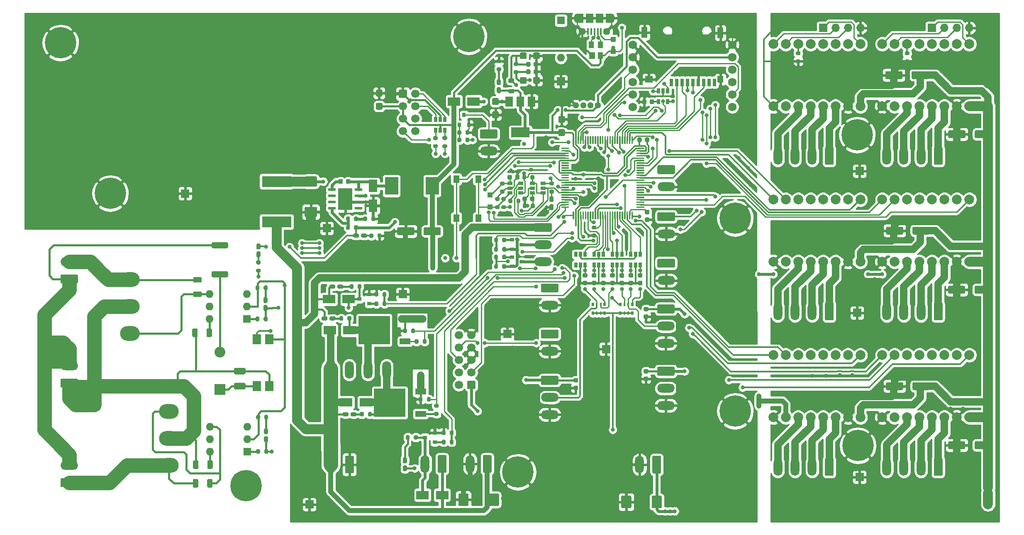
<source format=gtl>
G04 #@! TF.GenerationSoftware,KiCad,Pcbnew,(5.1.8)-1*
G04 #@! TF.CreationDate,2021-02-16T13:32:15+03:00*
G04 #@! TF.ProjectId,3d_print_main,33645f70-7269-46e7-945f-6d61696e2e6b,rev?*
G04 #@! TF.SameCoordinates,Original*
G04 #@! TF.FileFunction,Copper,L1,Top*
G04 #@! TF.FilePolarity,Positive*
%FSLAX46Y46*%
G04 Gerber Fmt 4.6, Leading zero omitted, Abs format (unit mm)*
G04 Created by KiCad (PCBNEW (5.1.8)-1) date 2021-02-16 13:32:15*
%MOMM*%
%LPD*%
G01*
G04 APERTURE LIST*
G04 #@! TA.AperFunction,ComponentPad*
%ADD10O,1.800000X3.600000*%
G04 #@! TD*
G04 #@! TA.AperFunction,ComponentPad*
%ADD11O,1.700000X1.700000*%
G04 #@! TD*
G04 #@! TA.AperFunction,ComponentPad*
%ADD12R,1.700000X1.700000*%
G04 #@! TD*
G04 #@! TA.AperFunction,ComponentPad*
%ADD13C,2.000000*%
G04 #@! TD*
G04 #@! TA.AperFunction,SMDPad,CuDef*
%ADD14R,0.650000X1.060000*%
G04 #@! TD*
G04 #@! TA.AperFunction,ComponentPad*
%ADD15C,1.750000*%
G04 #@! TD*
G04 #@! TA.AperFunction,SMDPad,CuDef*
%ADD16R,1.500000X2.000000*%
G04 #@! TD*
G04 #@! TA.AperFunction,SMDPad,CuDef*
%ADD17R,3.800000X2.000000*%
G04 #@! TD*
G04 #@! TA.AperFunction,ComponentPad*
%ADD18C,1.700000*%
G04 #@! TD*
G04 #@! TA.AperFunction,ComponentPad*
%ADD19O,3.600000X1.800000*%
G04 #@! TD*
G04 #@! TA.AperFunction,ComponentPad*
%ADD20C,6.400000*%
G04 #@! TD*
G04 #@! TA.AperFunction,ComponentPad*
%ADD21C,0.800000*%
G04 #@! TD*
G04 #@! TA.AperFunction,ComponentPad*
%ADD22C,1.300000*%
G04 #@! TD*
G04 #@! TA.AperFunction,ComponentPad*
%ADD23O,4.000000X3.000000*%
G04 #@! TD*
G04 #@! TA.AperFunction,SMDPad,CuDef*
%ADD24R,1.060000X0.650000*%
G04 #@! TD*
G04 #@! TA.AperFunction,SMDPad,CuDef*
%ADD25R,1.300000X1.550000*%
G04 #@! TD*
G04 #@! TA.AperFunction,SMDPad,CuDef*
%ADD26R,1.000000X1.000000*%
G04 #@! TD*
G04 #@! TA.AperFunction,SMDPad,CuDef*
%ADD27R,1.500000X1.900000*%
G04 #@! TD*
G04 #@! TA.AperFunction,ComponentPad*
%ADD28C,1.450000*%
G04 #@! TD*
G04 #@! TA.AperFunction,SMDPad,CuDef*
%ADD29R,0.400000X1.350000*%
G04 #@! TD*
G04 #@! TA.AperFunction,ComponentPad*
%ADD30O,1.200000X1.900000*%
G04 #@! TD*
G04 #@! TA.AperFunction,SMDPad,CuDef*
%ADD31R,1.200000X1.900000*%
G04 #@! TD*
G04 #@! TA.AperFunction,ComponentPad*
%ADD32R,6.000000X2.300000*%
G04 #@! TD*
G04 #@! TA.AperFunction,ComponentPad*
%ADD33O,1.600000X1.600000*%
G04 #@! TD*
G04 #@! TA.AperFunction,ComponentPad*
%ADD34R,1.600000X1.600000*%
G04 #@! TD*
G04 #@! TA.AperFunction,ComponentPad*
%ADD35R,2.200000X2.200000*%
G04 #@! TD*
G04 #@! TA.AperFunction,ComponentPad*
%ADD36O,2.200000X2.200000*%
G04 #@! TD*
G04 #@! TA.AperFunction,SMDPad,CuDef*
%ADD37R,0.700000X1.600000*%
G04 #@! TD*
G04 #@! TA.AperFunction,SMDPad,CuDef*
%ADD38R,1.200000X2.200000*%
G04 #@! TD*
G04 #@! TA.AperFunction,SMDPad,CuDef*
%ADD39R,1.600000X1.400000*%
G04 #@! TD*
G04 #@! TA.AperFunction,SMDPad,CuDef*
%ADD40R,1.200000X1.400000*%
G04 #@! TD*
G04 #@! TA.AperFunction,SMDPad,CuDef*
%ADD41R,1.000000X1.400000*%
G04 #@! TD*
G04 #@! TA.AperFunction,SMDPad,CuDef*
%ADD42R,1.780000X2.000000*%
G04 #@! TD*
G04 #@! TA.AperFunction,ComponentPad*
%ADD43C,0.600000*%
G04 #@! TD*
G04 #@! TA.AperFunction,SMDPad,CuDef*
%ADD44R,1.550000X0.600000*%
G04 #@! TD*
G04 #@! TA.AperFunction,SMDPad,CuDef*
%ADD45R,2.950000X4.500000*%
G04 #@! TD*
G04 #@! TA.AperFunction,SMDPad,CuDef*
%ADD46R,2.600000X3.100000*%
G04 #@! TD*
G04 #@! TA.AperFunction,SMDPad,CuDef*
%ADD47R,0.500000X0.800000*%
G04 #@! TD*
G04 #@! TA.AperFunction,SMDPad,CuDef*
%ADD48R,0.400000X0.800000*%
G04 #@! TD*
G04 #@! TA.AperFunction,SMDPad,CuDef*
%ADD49R,0.900000X0.800000*%
G04 #@! TD*
G04 #@! TA.AperFunction,SMDPad,CuDef*
%ADD50R,0.800000X0.900000*%
G04 #@! TD*
G04 #@! TA.AperFunction,SMDPad,CuDef*
%ADD51R,6.400000X5.800000*%
G04 #@! TD*
G04 #@! TA.AperFunction,SMDPad,CuDef*
%ADD52R,2.200000X1.200000*%
G04 #@! TD*
G04 #@! TA.AperFunction,SMDPad,CuDef*
%ADD53R,2.700000X3.600000*%
G04 #@! TD*
G04 #@! TA.AperFunction,SMDPad,CuDef*
%ADD54R,2.500000X1.800000*%
G04 #@! TD*
G04 #@! TA.AperFunction,SMDPad,CuDef*
%ADD55R,1.800000X2.500000*%
G04 #@! TD*
G04 #@! TA.AperFunction,ViaPad*
%ADD56C,0.800000*%
G04 #@! TD*
G04 #@! TA.AperFunction,Conductor*
%ADD57C,1.500000*%
G04 #@! TD*
G04 #@! TA.AperFunction,Conductor*
%ADD58C,0.400000*%
G04 #@! TD*
G04 #@! TA.AperFunction,Conductor*
%ADD59C,0.600000*%
G04 #@! TD*
G04 #@! TA.AperFunction,Conductor*
%ADD60C,0.300000*%
G04 #@! TD*
G04 #@! TA.AperFunction,Conductor*
%ADD61C,0.250000*%
G04 #@! TD*
G04 #@! TA.AperFunction,Conductor*
%ADD62C,1.000000*%
G04 #@! TD*
G04 #@! TA.AperFunction,Conductor*
%ADD63C,2.000000*%
G04 #@! TD*
G04 #@! TA.AperFunction,Conductor*
%ADD64C,3.000000*%
G04 #@! TD*
G04 #@! TA.AperFunction,Conductor*
%ADD65C,0.254000*%
G04 #@! TD*
G04 #@! TA.AperFunction,Conductor*
%ADD66C,0.100000*%
G04 #@! TD*
G04 APERTURE END LIST*
G04 #@! TA.AperFunction,ComponentPad*
G36*
G01*
X165238000Y-114782000D02*
X165238000Y-117882000D01*
G75*
G02*
X164988000Y-118132000I-250000J0D01*
G01*
X163688000Y-118132000D01*
G75*
G02*
X163438000Y-117882000I0J250000D01*
G01*
X163438000Y-114782000D01*
G75*
G02*
X163688000Y-114532000I250000J0D01*
G01*
X164988000Y-114532000D01*
G75*
G02*
X165238000Y-114782000I0J-250000D01*
G01*
G37*
G04 #@! TD.AperFunction*
D10*
X160838000Y-116332000D03*
G04 #@! TA.AperFunction,SMDPad,CuDef*
G36*
G01*
X159150500Y-122927000D02*
X159150500Y-124977000D01*
G75*
G02*
X158900500Y-125227000I-250000J0D01*
G01*
X157325500Y-125227000D01*
G75*
G02*
X157075500Y-124977000I0J250000D01*
G01*
X157075500Y-122927000D01*
G75*
G02*
X157325500Y-122677000I250000J0D01*
G01*
X158900500Y-122677000D01*
G75*
G02*
X159150500Y-122927000I0J-250000D01*
G01*
G37*
G04 #@! TD.AperFunction*
G04 #@! TA.AperFunction,SMDPad,CuDef*
G36*
G01*
X165375500Y-122927000D02*
X165375500Y-124977000D01*
G75*
G02*
X165125500Y-125227000I-250000J0D01*
G01*
X163550500Y-125227000D01*
G75*
G02*
X163300500Y-124977000I0J250000D01*
G01*
X163300500Y-122927000D01*
G75*
G02*
X163550500Y-122677000I250000J0D01*
G01*
X165125500Y-122677000D01*
G75*
G02*
X165375500Y-122927000I0J-250000D01*
G01*
G37*
G04 #@! TD.AperFunction*
D11*
X228092000Y-27178000D03*
X225552000Y-27178000D03*
X223012000Y-27178000D03*
D12*
X220472000Y-27178000D03*
D11*
X205895002Y-27178000D03*
X203355002Y-27178000D03*
X200815002Y-27178000D03*
D12*
X198275002Y-27178000D03*
D13*
X228120000Y-43160000D03*
X225580000Y-43160000D03*
X223040000Y-43160000D03*
X220500000Y-43160000D03*
X217960000Y-43160000D03*
X215420000Y-43160000D03*
X212880000Y-43160000D03*
X210340000Y-43160000D03*
X210340000Y-30460000D03*
X212880000Y-30460000D03*
X215420000Y-30460000D03*
X217960000Y-30460000D03*
X220500000Y-30460000D03*
X223040000Y-30460000D03*
X225580000Y-30460000D03*
X228120000Y-30460000D03*
G04 #@! TA.AperFunction,SMDPad,CuDef*
G36*
G01*
X92729000Y-63714500D02*
X94779000Y-63714500D01*
G75*
G02*
X95029000Y-63964500I0J-250000D01*
G01*
X95029000Y-65539500D01*
G75*
G02*
X94779000Y-65789500I-250000J0D01*
G01*
X92729000Y-65789500D01*
G75*
G02*
X92479000Y-65539500I0J250000D01*
G01*
X92479000Y-63964500D01*
G75*
G02*
X92729000Y-63714500I250000J0D01*
G01*
G37*
G04 #@! TD.AperFunction*
G04 #@! TA.AperFunction,SMDPad,CuDef*
G36*
G01*
X92729000Y-57489500D02*
X94779000Y-57489500D01*
G75*
G02*
X95029000Y-57739500I0J-250000D01*
G01*
X95029000Y-59314500D01*
G75*
G02*
X94779000Y-59564500I-250000J0D01*
G01*
X92729000Y-59564500D01*
G75*
G02*
X92479000Y-59314500I0J250000D01*
G01*
X92479000Y-57739500D01*
G75*
G02*
X92729000Y-57489500I250000J0D01*
G01*
G37*
G04 #@! TD.AperFunction*
G04 #@! TA.AperFunction,SMDPad,CuDef*
G36*
G01*
X125925000Y-122475000D02*
X125925000Y-124525000D01*
G75*
G02*
X125675000Y-124775000I-250000J0D01*
G01*
X124100000Y-124775000D01*
G75*
G02*
X123850000Y-124525000I0J250000D01*
G01*
X123850000Y-122475000D01*
G75*
G02*
X124100000Y-122225000I250000J0D01*
G01*
X125675000Y-122225000D01*
G75*
G02*
X125925000Y-122475000I0J-250000D01*
G01*
G37*
G04 #@! TD.AperFunction*
G04 #@! TA.AperFunction,SMDPad,CuDef*
G36*
G01*
X132150000Y-122475000D02*
X132150000Y-124525000D01*
G75*
G02*
X131900000Y-124775000I-250000J0D01*
G01*
X130325000Y-124775000D01*
G75*
G02*
X130075000Y-124525000I0J250000D01*
G01*
X130075000Y-122475000D01*
G75*
G02*
X130325000Y-122225000I250000J0D01*
G01*
X131900000Y-122225000D01*
G75*
G02*
X132150000Y-122475000I0J-250000D01*
G01*
G37*
G04 #@! TD.AperFunction*
D14*
X148750000Y-73400000D03*
X147800000Y-73400000D03*
X149700000Y-73400000D03*
X149700000Y-75600000D03*
X148750000Y-75600000D03*
X147800000Y-75600000D03*
X152500000Y-73400000D03*
X151550000Y-73400000D03*
X153450000Y-73400000D03*
X153450000Y-75600000D03*
X152500000Y-75600000D03*
X151550000Y-75600000D03*
X156250000Y-73400000D03*
X155300000Y-73400000D03*
X157200000Y-73400000D03*
X157200000Y-75600000D03*
X156250000Y-75600000D03*
X155300000Y-75600000D03*
X160000000Y-73400000D03*
X159050000Y-73400000D03*
X160950000Y-73400000D03*
X160950000Y-75600000D03*
X160000000Y-75600000D03*
X159050000Y-75600000D03*
D15*
X179733000Y-30587000D03*
X179733000Y-33127000D03*
X179733000Y-35667000D03*
X179733000Y-38207000D03*
X179733000Y-40747000D03*
X179733000Y-43287000D03*
X159413000Y-43287000D03*
X159413000Y-40747000D03*
X159413000Y-38207000D03*
X159413000Y-35667000D03*
X159413000Y-33127000D03*
X159413000Y-30587000D03*
D16*
X138815651Y-42203393D03*
X134215651Y-42203393D03*
X136515651Y-42203393D03*
D17*
X136515651Y-48503393D03*
D18*
X115062000Y-48260000D03*
X115062000Y-45720000D03*
X115062000Y-43180000D03*
X115062000Y-40640000D03*
X112522000Y-48260000D03*
X112522000Y-45720000D03*
X112522000Y-43180000D03*
G04 #@! TA.AperFunction,ComponentPad*
G36*
G01*
X111672000Y-41240000D02*
X111672000Y-40040000D01*
G75*
G02*
X111922000Y-39790000I250000J0D01*
G01*
X113122000Y-39790000D01*
G75*
G02*
X113372000Y-40040000I0J-250000D01*
G01*
X113372000Y-41240000D01*
G75*
G02*
X113122000Y-41490000I-250000J0D01*
G01*
X111922000Y-41490000D01*
G75*
G02*
X111672000Y-41240000I0J250000D01*
G01*
G37*
G04 #@! TD.AperFunction*
G04 #@! TA.AperFunction,ComponentPad*
G36*
G01*
X140944000Y-98216002D02*
X144044000Y-98216002D01*
G75*
G02*
X144294000Y-98466002I0J-250000D01*
G01*
X144294000Y-99766002D01*
G75*
G02*
X144044000Y-100016002I-250000J0D01*
G01*
X140944000Y-100016002D01*
G75*
G02*
X140694000Y-99766002I0J250000D01*
G01*
X140694000Y-98466002D01*
G75*
G02*
X140944000Y-98216002I250000J0D01*
G01*
G37*
G04 #@! TD.AperFunction*
D19*
X142494000Y-102616002D03*
X142494000Y-106116002D03*
G04 #@! TA.AperFunction,SMDPad,CuDef*
G36*
G01*
X147578000Y-100216002D02*
X148078000Y-100216002D01*
G75*
G02*
X148303000Y-100441002I0J-225000D01*
G01*
X148303000Y-100891002D01*
G75*
G02*
X148078000Y-101116002I-225000J0D01*
G01*
X147578000Y-101116002D01*
G75*
G02*
X147353000Y-100891002I0J225000D01*
G01*
X147353000Y-100441002D01*
G75*
G02*
X147578000Y-100216002I225000J0D01*
G01*
G37*
G04 #@! TD.AperFunction*
G04 #@! TA.AperFunction,SMDPad,CuDef*
G36*
G01*
X147578000Y-98666002D02*
X148078000Y-98666002D01*
G75*
G02*
X148303000Y-98891002I0J-225000D01*
G01*
X148303000Y-99341002D01*
G75*
G02*
X148078000Y-99566002I-225000J0D01*
G01*
X147578000Y-99566002D01*
G75*
G02*
X147353000Y-99341002I0J225000D01*
G01*
X147353000Y-98891002D01*
G75*
G02*
X147578000Y-98666002I225000J0D01*
G01*
G37*
G04 #@! TD.AperFunction*
G04 #@! TA.AperFunction,SMDPad,CuDef*
G36*
G01*
X149450000Y-78800000D02*
X149950000Y-78800000D01*
G75*
G02*
X150175000Y-79025000I0J-225000D01*
G01*
X150175000Y-79475000D01*
G75*
G02*
X149950000Y-79700000I-225000J0D01*
G01*
X149450000Y-79700000D01*
G75*
G02*
X149225000Y-79475000I0J225000D01*
G01*
X149225000Y-79025000D01*
G75*
G02*
X149450000Y-78800000I225000J0D01*
G01*
G37*
G04 #@! TD.AperFunction*
G04 #@! TA.AperFunction,SMDPad,CuDef*
G36*
G01*
X149450000Y-77250000D02*
X149950000Y-77250000D01*
G75*
G02*
X150175000Y-77475000I0J-225000D01*
G01*
X150175000Y-77925000D01*
G75*
G02*
X149950000Y-78150000I-225000J0D01*
G01*
X149450000Y-78150000D01*
G75*
G02*
X149225000Y-77925000I0J225000D01*
G01*
X149225000Y-77475000D01*
G75*
G02*
X149450000Y-77250000I225000J0D01*
G01*
G37*
G04 #@! TD.AperFunction*
G04 #@! TA.AperFunction,ComponentPad*
G36*
G01*
X140944000Y-88762000D02*
X144044000Y-88762000D01*
G75*
G02*
X144294000Y-89012000I0J-250000D01*
G01*
X144294000Y-90312000D01*
G75*
G02*
X144044000Y-90562000I-250000J0D01*
G01*
X140944000Y-90562000D01*
G75*
G02*
X140694000Y-90312000I0J250000D01*
G01*
X140694000Y-89012000D01*
G75*
G02*
X140944000Y-88762000I250000J0D01*
G01*
G37*
G04 #@! TD.AperFunction*
X142494000Y-93162000D03*
G04 #@! TA.AperFunction,ComponentPad*
G36*
G01*
X140944000Y-79364000D02*
X144044000Y-79364000D01*
G75*
G02*
X144294000Y-79614000I0J-250000D01*
G01*
X144294000Y-80914000D01*
G75*
G02*
X144044000Y-81164000I-250000J0D01*
G01*
X140944000Y-81164000D01*
G75*
G02*
X140694000Y-80914000I0J250000D01*
G01*
X140694000Y-79614000D01*
G75*
G02*
X140944000Y-79364000I250000J0D01*
G01*
G37*
G04 #@! TD.AperFunction*
X142494000Y-83764000D03*
D18*
X123952000Y-89916000D03*
X123952000Y-92456000D03*
X123952000Y-94996000D03*
X123952000Y-97536000D03*
X123952000Y-100076000D03*
X126492000Y-89916000D03*
X126492000Y-92456000D03*
X126492000Y-94996000D03*
X126492000Y-97536000D03*
G04 #@! TA.AperFunction,ComponentPad*
G36*
G01*
X127342000Y-99476000D02*
X127342000Y-100676000D01*
G75*
G02*
X127092000Y-100926000I-250000J0D01*
G01*
X125892000Y-100926000D01*
G75*
G02*
X125642000Y-100676000I0J250000D01*
G01*
X125642000Y-99476000D01*
G75*
G02*
X125892000Y-99226000I250000J0D01*
G01*
X127092000Y-99226000D01*
G75*
G02*
X127342000Y-99476000I0J-250000D01*
G01*
G37*
G04 #@! TD.AperFunction*
G04 #@! TA.AperFunction,SMDPad,CuDef*
G36*
G01*
X147167000Y-50815000D02*
X147167000Y-49365000D01*
G75*
G02*
X147242000Y-49290000I75000J0D01*
G01*
X147392000Y-49290000D01*
G75*
G02*
X147467000Y-49365000I0J-75000D01*
G01*
X147467000Y-50815000D01*
G75*
G02*
X147392000Y-50890000I-75000J0D01*
G01*
X147242000Y-50890000D01*
G75*
G02*
X147167000Y-50815000I0J75000D01*
G01*
G37*
G04 #@! TD.AperFunction*
G04 #@! TA.AperFunction,SMDPad,CuDef*
G36*
G01*
X147667000Y-50815000D02*
X147667000Y-49365000D01*
G75*
G02*
X147742000Y-49290000I75000J0D01*
G01*
X147892000Y-49290000D01*
G75*
G02*
X147967000Y-49365000I0J-75000D01*
G01*
X147967000Y-50815000D01*
G75*
G02*
X147892000Y-50890000I-75000J0D01*
G01*
X147742000Y-50890000D01*
G75*
G02*
X147667000Y-50815000I0J75000D01*
G01*
G37*
G04 #@! TD.AperFunction*
G04 #@! TA.AperFunction,SMDPad,CuDef*
G36*
G01*
X148167000Y-50815000D02*
X148167000Y-49365000D01*
G75*
G02*
X148242000Y-49290000I75000J0D01*
G01*
X148392000Y-49290000D01*
G75*
G02*
X148467000Y-49365000I0J-75000D01*
G01*
X148467000Y-50815000D01*
G75*
G02*
X148392000Y-50890000I-75000J0D01*
G01*
X148242000Y-50890000D01*
G75*
G02*
X148167000Y-50815000I0J75000D01*
G01*
G37*
G04 #@! TD.AperFunction*
G04 #@! TA.AperFunction,SMDPad,CuDef*
G36*
G01*
X148667000Y-50815000D02*
X148667000Y-49365000D01*
G75*
G02*
X148742000Y-49290000I75000J0D01*
G01*
X148892000Y-49290000D01*
G75*
G02*
X148967000Y-49365000I0J-75000D01*
G01*
X148967000Y-50815000D01*
G75*
G02*
X148892000Y-50890000I-75000J0D01*
G01*
X148742000Y-50890000D01*
G75*
G02*
X148667000Y-50815000I0J75000D01*
G01*
G37*
G04 #@! TD.AperFunction*
G04 #@! TA.AperFunction,SMDPad,CuDef*
G36*
G01*
X149167000Y-50815000D02*
X149167000Y-49365000D01*
G75*
G02*
X149242000Y-49290000I75000J0D01*
G01*
X149392000Y-49290000D01*
G75*
G02*
X149467000Y-49365000I0J-75000D01*
G01*
X149467000Y-50815000D01*
G75*
G02*
X149392000Y-50890000I-75000J0D01*
G01*
X149242000Y-50890000D01*
G75*
G02*
X149167000Y-50815000I0J75000D01*
G01*
G37*
G04 #@! TD.AperFunction*
G04 #@! TA.AperFunction,SMDPad,CuDef*
G36*
G01*
X149667000Y-50815000D02*
X149667000Y-49365000D01*
G75*
G02*
X149742000Y-49290000I75000J0D01*
G01*
X149892000Y-49290000D01*
G75*
G02*
X149967000Y-49365000I0J-75000D01*
G01*
X149967000Y-50815000D01*
G75*
G02*
X149892000Y-50890000I-75000J0D01*
G01*
X149742000Y-50890000D01*
G75*
G02*
X149667000Y-50815000I0J75000D01*
G01*
G37*
G04 #@! TD.AperFunction*
G04 #@! TA.AperFunction,SMDPad,CuDef*
G36*
G01*
X150167000Y-50815000D02*
X150167000Y-49365000D01*
G75*
G02*
X150242000Y-49290000I75000J0D01*
G01*
X150392000Y-49290000D01*
G75*
G02*
X150467000Y-49365000I0J-75000D01*
G01*
X150467000Y-50815000D01*
G75*
G02*
X150392000Y-50890000I-75000J0D01*
G01*
X150242000Y-50890000D01*
G75*
G02*
X150167000Y-50815000I0J75000D01*
G01*
G37*
G04 #@! TD.AperFunction*
G04 #@! TA.AperFunction,SMDPad,CuDef*
G36*
G01*
X150667000Y-50815000D02*
X150667000Y-49365000D01*
G75*
G02*
X150742000Y-49290000I75000J0D01*
G01*
X150892000Y-49290000D01*
G75*
G02*
X150967000Y-49365000I0J-75000D01*
G01*
X150967000Y-50815000D01*
G75*
G02*
X150892000Y-50890000I-75000J0D01*
G01*
X150742000Y-50890000D01*
G75*
G02*
X150667000Y-50815000I0J75000D01*
G01*
G37*
G04 #@! TD.AperFunction*
G04 #@! TA.AperFunction,SMDPad,CuDef*
G36*
G01*
X151167000Y-50815000D02*
X151167000Y-49365000D01*
G75*
G02*
X151242000Y-49290000I75000J0D01*
G01*
X151392000Y-49290000D01*
G75*
G02*
X151467000Y-49365000I0J-75000D01*
G01*
X151467000Y-50815000D01*
G75*
G02*
X151392000Y-50890000I-75000J0D01*
G01*
X151242000Y-50890000D01*
G75*
G02*
X151167000Y-50815000I0J75000D01*
G01*
G37*
G04 #@! TD.AperFunction*
G04 #@! TA.AperFunction,SMDPad,CuDef*
G36*
G01*
X151667000Y-50815000D02*
X151667000Y-49365000D01*
G75*
G02*
X151742000Y-49290000I75000J0D01*
G01*
X151892000Y-49290000D01*
G75*
G02*
X151967000Y-49365000I0J-75000D01*
G01*
X151967000Y-50815000D01*
G75*
G02*
X151892000Y-50890000I-75000J0D01*
G01*
X151742000Y-50890000D01*
G75*
G02*
X151667000Y-50815000I0J75000D01*
G01*
G37*
G04 #@! TD.AperFunction*
G04 #@! TA.AperFunction,SMDPad,CuDef*
G36*
G01*
X152167000Y-50815000D02*
X152167000Y-49365000D01*
G75*
G02*
X152242000Y-49290000I75000J0D01*
G01*
X152392000Y-49290000D01*
G75*
G02*
X152467000Y-49365000I0J-75000D01*
G01*
X152467000Y-50815000D01*
G75*
G02*
X152392000Y-50890000I-75000J0D01*
G01*
X152242000Y-50890000D01*
G75*
G02*
X152167000Y-50815000I0J75000D01*
G01*
G37*
G04 #@! TD.AperFunction*
G04 #@! TA.AperFunction,SMDPad,CuDef*
G36*
G01*
X152667000Y-50815000D02*
X152667000Y-49365000D01*
G75*
G02*
X152742000Y-49290000I75000J0D01*
G01*
X152892000Y-49290000D01*
G75*
G02*
X152967000Y-49365000I0J-75000D01*
G01*
X152967000Y-50815000D01*
G75*
G02*
X152892000Y-50890000I-75000J0D01*
G01*
X152742000Y-50890000D01*
G75*
G02*
X152667000Y-50815000I0J75000D01*
G01*
G37*
G04 #@! TD.AperFunction*
G04 #@! TA.AperFunction,SMDPad,CuDef*
G36*
G01*
X153167000Y-50815000D02*
X153167000Y-49365000D01*
G75*
G02*
X153242000Y-49290000I75000J0D01*
G01*
X153392000Y-49290000D01*
G75*
G02*
X153467000Y-49365000I0J-75000D01*
G01*
X153467000Y-50815000D01*
G75*
G02*
X153392000Y-50890000I-75000J0D01*
G01*
X153242000Y-50890000D01*
G75*
G02*
X153167000Y-50815000I0J75000D01*
G01*
G37*
G04 #@! TD.AperFunction*
G04 #@! TA.AperFunction,SMDPad,CuDef*
G36*
G01*
X153667000Y-50815000D02*
X153667000Y-49365000D01*
G75*
G02*
X153742000Y-49290000I75000J0D01*
G01*
X153892000Y-49290000D01*
G75*
G02*
X153967000Y-49365000I0J-75000D01*
G01*
X153967000Y-50815000D01*
G75*
G02*
X153892000Y-50890000I-75000J0D01*
G01*
X153742000Y-50890000D01*
G75*
G02*
X153667000Y-50815000I0J75000D01*
G01*
G37*
G04 #@! TD.AperFunction*
G04 #@! TA.AperFunction,SMDPad,CuDef*
G36*
G01*
X154167000Y-50815000D02*
X154167000Y-49365000D01*
G75*
G02*
X154242000Y-49290000I75000J0D01*
G01*
X154392000Y-49290000D01*
G75*
G02*
X154467000Y-49365000I0J-75000D01*
G01*
X154467000Y-50815000D01*
G75*
G02*
X154392000Y-50890000I-75000J0D01*
G01*
X154242000Y-50890000D01*
G75*
G02*
X154167000Y-50815000I0J75000D01*
G01*
G37*
G04 #@! TD.AperFunction*
G04 #@! TA.AperFunction,SMDPad,CuDef*
G36*
G01*
X154667000Y-50815000D02*
X154667000Y-49365000D01*
G75*
G02*
X154742000Y-49290000I75000J0D01*
G01*
X154892000Y-49290000D01*
G75*
G02*
X154967000Y-49365000I0J-75000D01*
G01*
X154967000Y-50815000D01*
G75*
G02*
X154892000Y-50890000I-75000J0D01*
G01*
X154742000Y-50890000D01*
G75*
G02*
X154667000Y-50815000I0J75000D01*
G01*
G37*
G04 #@! TD.AperFunction*
G04 #@! TA.AperFunction,SMDPad,CuDef*
G36*
G01*
X155167000Y-50815000D02*
X155167000Y-49365000D01*
G75*
G02*
X155242000Y-49290000I75000J0D01*
G01*
X155392000Y-49290000D01*
G75*
G02*
X155467000Y-49365000I0J-75000D01*
G01*
X155467000Y-50815000D01*
G75*
G02*
X155392000Y-50890000I-75000J0D01*
G01*
X155242000Y-50890000D01*
G75*
G02*
X155167000Y-50815000I0J75000D01*
G01*
G37*
G04 #@! TD.AperFunction*
G04 #@! TA.AperFunction,SMDPad,CuDef*
G36*
G01*
X155667000Y-50815000D02*
X155667000Y-49365000D01*
G75*
G02*
X155742000Y-49290000I75000J0D01*
G01*
X155892000Y-49290000D01*
G75*
G02*
X155967000Y-49365000I0J-75000D01*
G01*
X155967000Y-50815000D01*
G75*
G02*
X155892000Y-50890000I-75000J0D01*
G01*
X155742000Y-50890000D01*
G75*
G02*
X155667000Y-50815000I0J75000D01*
G01*
G37*
G04 #@! TD.AperFunction*
G04 #@! TA.AperFunction,SMDPad,CuDef*
G36*
G01*
X156167000Y-50815000D02*
X156167000Y-49365000D01*
G75*
G02*
X156242000Y-49290000I75000J0D01*
G01*
X156392000Y-49290000D01*
G75*
G02*
X156467000Y-49365000I0J-75000D01*
G01*
X156467000Y-50815000D01*
G75*
G02*
X156392000Y-50890000I-75000J0D01*
G01*
X156242000Y-50890000D01*
G75*
G02*
X156167000Y-50815000I0J75000D01*
G01*
G37*
G04 #@! TD.AperFunction*
G04 #@! TA.AperFunction,SMDPad,CuDef*
G36*
G01*
X156667000Y-50815000D02*
X156667000Y-49365000D01*
G75*
G02*
X156742000Y-49290000I75000J0D01*
G01*
X156892000Y-49290000D01*
G75*
G02*
X156967000Y-49365000I0J-75000D01*
G01*
X156967000Y-50815000D01*
G75*
G02*
X156892000Y-50890000I-75000J0D01*
G01*
X156742000Y-50890000D01*
G75*
G02*
X156667000Y-50815000I0J75000D01*
G01*
G37*
G04 #@! TD.AperFunction*
G04 #@! TA.AperFunction,SMDPad,CuDef*
G36*
G01*
X157167000Y-50815000D02*
X157167000Y-49365000D01*
G75*
G02*
X157242000Y-49290000I75000J0D01*
G01*
X157392000Y-49290000D01*
G75*
G02*
X157467000Y-49365000I0J-75000D01*
G01*
X157467000Y-50815000D01*
G75*
G02*
X157392000Y-50890000I-75000J0D01*
G01*
X157242000Y-50890000D01*
G75*
G02*
X157167000Y-50815000I0J75000D01*
G01*
G37*
G04 #@! TD.AperFunction*
G04 #@! TA.AperFunction,SMDPad,CuDef*
G36*
G01*
X157667000Y-50815000D02*
X157667000Y-49365000D01*
G75*
G02*
X157742000Y-49290000I75000J0D01*
G01*
X157892000Y-49290000D01*
G75*
G02*
X157967000Y-49365000I0J-75000D01*
G01*
X157967000Y-50815000D01*
G75*
G02*
X157892000Y-50890000I-75000J0D01*
G01*
X157742000Y-50890000D01*
G75*
G02*
X157667000Y-50815000I0J75000D01*
G01*
G37*
G04 #@! TD.AperFunction*
G04 #@! TA.AperFunction,SMDPad,CuDef*
G36*
G01*
X158167000Y-50815000D02*
X158167000Y-49365000D01*
G75*
G02*
X158242000Y-49290000I75000J0D01*
G01*
X158392000Y-49290000D01*
G75*
G02*
X158467000Y-49365000I0J-75000D01*
G01*
X158467000Y-50815000D01*
G75*
G02*
X158392000Y-50890000I-75000J0D01*
G01*
X158242000Y-50890000D01*
G75*
G02*
X158167000Y-50815000I0J75000D01*
G01*
G37*
G04 #@! TD.AperFunction*
G04 #@! TA.AperFunction,SMDPad,CuDef*
G36*
G01*
X158667000Y-50815000D02*
X158667000Y-49365000D01*
G75*
G02*
X158742000Y-49290000I75000J0D01*
G01*
X158892000Y-49290000D01*
G75*
G02*
X158967000Y-49365000I0J-75000D01*
G01*
X158967000Y-50815000D01*
G75*
G02*
X158892000Y-50890000I-75000J0D01*
G01*
X158742000Y-50890000D01*
G75*
G02*
X158667000Y-50815000I0J75000D01*
G01*
G37*
G04 #@! TD.AperFunction*
G04 #@! TA.AperFunction,SMDPad,CuDef*
G36*
G01*
X159167000Y-50815000D02*
X159167000Y-49365000D01*
G75*
G02*
X159242000Y-49290000I75000J0D01*
G01*
X159392000Y-49290000D01*
G75*
G02*
X159467000Y-49365000I0J-75000D01*
G01*
X159467000Y-50815000D01*
G75*
G02*
X159392000Y-50890000I-75000J0D01*
G01*
X159242000Y-50890000D01*
G75*
G02*
X159167000Y-50815000I0J75000D01*
G01*
G37*
G04 #@! TD.AperFunction*
G04 #@! TA.AperFunction,SMDPad,CuDef*
G36*
G01*
X160192000Y-51840000D02*
X160192000Y-51690000D01*
G75*
G02*
X160267000Y-51615000I75000J0D01*
G01*
X161717000Y-51615000D01*
G75*
G02*
X161792000Y-51690000I0J-75000D01*
G01*
X161792000Y-51840000D01*
G75*
G02*
X161717000Y-51915000I-75000J0D01*
G01*
X160267000Y-51915000D01*
G75*
G02*
X160192000Y-51840000I0J75000D01*
G01*
G37*
G04 #@! TD.AperFunction*
G04 #@! TA.AperFunction,SMDPad,CuDef*
G36*
G01*
X160192000Y-52340000D02*
X160192000Y-52190000D01*
G75*
G02*
X160267000Y-52115000I75000J0D01*
G01*
X161717000Y-52115000D01*
G75*
G02*
X161792000Y-52190000I0J-75000D01*
G01*
X161792000Y-52340000D01*
G75*
G02*
X161717000Y-52415000I-75000J0D01*
G01*
X160267000Y-52415000D01*
G75*
G02*
X160192000Y-52340000I0J75000D01*
G01*
G37*
G04 #@! TD.AperFunction*
G04 #@! TA.AperFunction,SMDPad,CuDef*
G36*
G01*
X160192000Y-52840000D02*
X160192000Y-52690000D01*
G75*
G02*
X160267000Y-52615000I75000J0D01*
G01*
X161717000Y-52615000D01*
G75*
G02*
X161792000Y-52690000I0J-75000D01*
G01*
X161792000Y-52840000D01*
G75*
G02*
X161717000Y-52915000I-75000J0D01*
G01*
X160267000Y-52915000D01*
G75*
G02*
X160192000Y-52840000I0J75000D01*
G01*
G37*
G04 #@! TD.AperFunction*
G04 #@! TA.AperFunction,SMDPad,CuDef*
G36*
G01*
X160192000Y-53340000D02*
X160192000Y-53190000D01*
G75*
G02*
X160267000Y-53115000I75000J0D01*
G01*
X161717000Y-53115000D01*
G75*
G02*
X161792000Y-53190000I0J-75000D01*
G01*
X161792000Y-53340000D01*
G75*
G02*
X161717000Y-53415000I-75000J0D01*
G01*
X160267000Y-53415000D01*
G75*
G02*
X160192000Y-53340000I0J75000D01*
G01*
G37*
G04 #@! TD.AperFunction*
G04 #@! TA.AperFunction,SMDPad,CuDef*
G36*
G01*
X160192000Y-53840000D02*
X160192000Y-53690000D01*
G75*
G02*
X160267000Y-53615000I75000J0D01*
G01*
X161717000Y-53615000D01*
G75*
G02*
X161792000Y-53690000I0J-75000D01*
G01*
X161792000Y-53840000D01*
G75*
G02*
X161717000Y-53915000I-75000J0D01*
G01*
X160267000Y-53915000D01*
G75*
G02*
X160192000Y-53840000I0J75000D01*
G01*
G37*
G04 #@! TD.AperFunction*
G04 #@! TA.AperFunction,SMDPad,CuDef*
G36*
G01*
X160192000Y-54340000D02*
X160192000Y-54190000D01*
G75*
G02*
X160267000Y-54115000I75000J0D01*
G01*
X161717000Y-54115000D01*
G75*
G02*
X161792000Y-54190000I0J-75000D01*
G01*
X161792000Y-54340000D01*
G75*
G02*
X161717000Y-54415000I-75000J0D01*
G01*
X160267000Y-54415000D01*
G75*
G02*
X160192000Y-54340000I0J75000D01*
G01*
G37*
G04 #@! TD.AperFunction*
G04 #@! TA.AperFunction,SMDPad,CuDef*
G36*
G01*
X160192000Y-54840000D02*
X160192000Y-54690000D01*
G75*
G02*
X160267000Y-54615000I75000J0D01*
G01*
X161717000Y-54615000D01*
G75*
G02*
X161792000Y-54690000I0J-75000D01*
G01*
X161792000Y-54840000D01*
G75*
G02*
X161717000Y-54915000I-75000J0D01*
G01*
X160267000Y-54915000D01*
G75*
G02*
X160192000Y-54840000I0J75000D01*
G01*
G37*
G04 #@! TD.AperFunction*
G04 #@! TA.AperFunction,SMDPad,CuDef*
G36*
G01*
X160192000Y-55340000D02*
X160192000Y-55190000D01*
G75*
G02*
X160267000Y-55115000I75000J0D01*
G01*
X161717000Y-55115000D01*
G75*
G02*
X161792000Y-55190000I0J-75000D01*
G01*
X161792000Y-55340000D01*
G75*
G02*
X161717000Y-55415000I-75000J0D01*
G01*
X160267000Y-55415000D01*
G75*
G02*
X160192000Y-55340000I0J75000D01*
G01*
G37*
G04 #@! TD.AperFunction*
G04 #@! TA.AperFunction,SMDPad,CuDef*
G36*
G01*
X160192000Y-55840000D02*
X160192000Y-55690000D01*
G75*
G02*
X160267000Y-55615000I75000J0D01*
G01*
X161717000Y-55615000D01*
G75*
G02*
X161792000Y-55690000I0J-75000D01*
G01*
X161792000Y-55840000D01*
G75*
G02*
X161717000Y-55915000I-75000J0D01*
G01*
X160267000Y-55915000D01*
G75*
G02*
X160192000Y-55840000I0J75000D01*
G01*
G37*
G04 #@! TD.AperFunction*
G04 #@! TA.AperFunction,SMDPad,CuDef*
G36*
G01*
X160192000Y-56340000D02*
X160192000Y-56190000D01*
G75*
G02*
X160267000Y-56115000I75000J0D01*
G01*
X161717000Y-56115000D01*
G75*
G02*
X161792000Y-56190000I0J-75000D01*
G01*
X161792000Y-56340000D01*
G75*
G02*
X161717000Y-56415000I-75000J0D01*
G01*
X160267000Y-56415000D01*
G75*
G02*
X160192000Y-56340000I0J75000D01*
G01*
G37*
G04 #@! TD.AperFunction*
G04 #@! TA.AperFunction,SMDPad,CuDef*
G36*
G01*
X160192000Y-56840000D02*
X160192000Y-56690000D01*
G75*
G02*
X160267000Y-56615000I75000J0D01*
G01*
X161717000Y-56615000D01*
G75*
G02*
X161792000Y-56690000I0J-75000D01*
G01*
X161792000Y-56840000D01*
G75*
G02*
X161717000Y-56915000I-75000J0D01*
G01*
X160267000Y-56915000D01*
G75*
G02*
X160192000Y-56840000I0J75000D01*
G01*
G37*
G04 #@! TD.AperFunction*
G04 #@! TA.AperFunction,SMDPad,CuDef*
G36*
G01*
X160192000Y-57340000D02*
X160192000Y-57190000D01*
G75*
G02*
X160267000Y-57115000I75000J0D01*
G01*
X161717000Y-57115000D01*
G75*
G02*
X161792000Y-57190000I0J-75000D01*
G01*
X161792000Y-57340000D01*
G75*
G02*
X161717000Y-57415000I-75000J0D01*
G01*
X160267000Y-57415000D01*
G75*
G02*
X160192000Y-57340000I0J75000D01*
G01*
G37*
G04 #@! TD.AperFunction*
G04 #@! TA.AperFunction,SMDPad,CuDef*
G36*
G01*
X160192000Y-57840000D02*
X160192000Y-57690000D01*
G75*
G02*
X160267000Y-57615000I75000J0D01*
G01*
X161717000Y-57615000D01*
G75*
G02*
X161792000Y-57690000I0J-75000D01*
G01*
X161792000Y-57840000D01*
G75*
G02*
X161717000Y-57915000I-75000J0D01*
G01*
X160267000Y-57915000D01*
G75*
G02*
X160192000Y-57840000I0J75000D01*
G01*
G37*
G04 #@! TD.AperFunction*
G04 #@! TA.AperFunction,SMDPad,CuDef*
G36*
G01*
X160192000Y-58340000D02*
X160192000Y-58190000D01*
G75*
G02*
X160267000Y-58115000I75000J0D01*
G01*
X161717000Y-58115000D01*
G75*
G02*
X161792000Y-58190000I0J-75000D01*
G01*
X161792000Y-58340000D01*
G75*
G02*
X161717000Y-58415000I-75000J0D01*
G01*
X160267000Y-58415000D01*
G75*
G02*
X160192000Y-58340000I0J75000D01*
G01*
G37*
G04 #@! TD.AperFunction*
G04 #@! TA.AperFunction,SMDPad,CuDef*
G36*
G01*
X160192000Y-58840000D02*
X160192000Y-58690000D01*
G75*
G02*
X160267000Y-58615000I75000J0D01*
G01*
X161717000Y-58615000D01*
G75*
G02*
X161792000Y-58690000I0J-75000D01*
G01*
X161792000Y-58840000D01*
G75*
G02*
X161717000Y-58915000I-75000J0D01*
G01*
X160267000Y-58915000D01*
G75*
G02*
X160192000Y-58840000I0J75000D01*
G01*
G37*
G04 #@! TD.AperFunction*
G04 #@! TA.AperFunction,SMDPad,CuDef*
G36*
G01*
X160192000Y-59340000D02*
X160192000Y-59190000D01*
G75*
G02*
X160267000Y-59115000I75000J0D01*
G01*
X161717000Y-59115000D01*
G75*
G02*
X161792000Y-59190000I0J-75000D01*
G01*
X161792000Y-59340000D01*
G75*
G02*
X161717000Y-59415000I-75000J0D01*
G01*
X160267000Y-59415000D01*
G75*
G02*
X160192000Y-59340000I0J75000D01*
G01*
G37*
G04 #@! TD.AperFunction*
G04 #@! TA.AperFunction,SMDPad,CuDef*
G36*
G01*
X160192000Y-59840000D02*
X160192000Y-59690000D01*
G75*
G02*
X160267000Y-59615000I75000J0D01*
G01*
X161717000Y-59615000D01*
G75*
G02*
X161792000Y-59690000I0J-75000D01*
G01*
X161792000Y-59840000D01*
G75*
G02*
X161717000Y-59915000I-75000J0D01*
G01*
X160267000Y-59915000D01*
G75*
G02*
X160192000Y-59840000I0J75000D01*
G01*
G37*
G04 #@! TD.AperFunction*
G04 #@! TA.AperFunction,SMDPad,CuDef*
G36*
G01*
X160192000Y-60340000D02*
X160192000Y-60190000D01*
G75*
G02*
X160267000Y-60115000I75000J0D01*
G01*
X161717000Y-60115000D01*
G75*
G02*
X161792000Y-60190000I0J-75000D01*
G01*
X161792000Y-60340000D01*
G75*
G02*
X161717000Y-60415000I-75000J0D01*
G01*
X160267000Y-60415000D01*
G75*
G02*
X160192000Y-60340000I0J75000D01*
G01*
G37*
G04 #@! TD.AperFunction*
G04 #@! TA.AperFunction,SMDPad,CuDef*
G36*
G01*
X160192000Y-60840000D02*
X160192000Y-60690000D01*
G75*
G02*
X160267000Y-60615000I75000J0D01*
G01*
X161717000Y-60615000D01*
G75*
G02*
X161792000Y-60690000I0J-75000D01*
G01*
X161792000Y-60840000D01*
G75*
G02*
X161717000Y-60915000I-75000J0D01*
G01*
X160267000Y-60915000D01*
G75*
G02*
X160192000Y-60840000I0J75000D01*
G01*
G37*
G04 #@! TD.AperFunction*
G04 #@! TA.AperFunction,SMDPad,CuDef*
G36*
G01*
X160192000Y-61340000D02*
X160192000Y-61190000D01*
G75*
G02*
X160267000Y-61115000I75000J0D01*
G01*
X161717000Y-61115000D01*
G75*
G02*
X161792000Y-61190000I0J-75000D01*
G01*
X161792000Y-61340000D01*
G75*
G02*
X161717000Y-61415000I-75000J0D01*
G01*
X160267000Y-61415000D01*
G75*
G02*
X160192000Y-61340000I0J75000D01*
G01*
G37*
G04 #@! TD.AperFunction*
G04 #@! TA.AperFunction,SMDPad,CuDef*
G36*
G01*
X160192000Y-61840000D02*
X160192000Y-61690000D01*
G75*
G02*
X160267000Y-61615000I75000J0D01*
G01*
X161717000Y-61615000D01*
G75*
G02*
X161792000Y-61690000I0J-75000D01*
G01*
X161792000Y-61840000D01*
G75*
G02*
X161717000Y-61915000I-75000J0D01*
G01*
X160267000Y-61915000D01*
G75*
G02*
X160192000Y-61840000I0J75000D01*
G01*
G37*
G04 #@! TD.AperFunction*
G04 #@! TA.AperFunction,SMDPad,CuDef*
G36*
G01*
X160192000Y-62340000D02*
X160192000Y-62190000D01*
G75*
G02*
X160267000Y-62115000I75000J0D01*
G01*
X161717000Y-62115000D01*
G75*
G02*
X161792000Y-62190000I0J-75000D01*
G01*
X161792000Y-62340000D01*
G75*
G02*
X161717000Y-62415000I-75000J0D01*
G01*
X160267000Y-62415000D01*
G75*
G02*
X160192000Y-62340000I0J75000D01*
G01*
G37*
G04 #@! TD.AperFunction*
G04 #@! TA.AperFunction,SMDPad,CuDef*
G36*
G01*
X160192000Y-62840000D02*
X160192000Y-62690000D01*
G75*
G02*
X160267000Y-62615000I75000J0D01*
G01*
X161717000Y-62615000D01*
G75*
G02*
X161792000Y-62690000I0J-75000D01*
G01*
X161792000Y-62840000D01*
G75*
G02*
X161717000Y-62915000I-75000J0D01*
G01*
X160267000Y-62915000D01*
G75*
G02*
X160192000Y-62840000I0J75000D01*
G01*
G37*
G04 #@! TD.AperFunction*
G04 #@! TA.AperFunction,SMDPad,CuDef*
G36*
G01*
X160192000Y-63340000D02*
X160192000Y-63190000D01*
G75*
G02*
X160267000Y-63115000I75000J0D01*
G01*
X161717000Y-63115000D01*
G75*
G02*
X161792000Y-63190000I0J-75000D01*
G01*
X161792000Y-63340000D01*
G75*
G02*
X161717000Y-63415000I-75000J0D01*
G01*
X160267000Y-63415000D01*
G75*
G02*
X160192000Y-63340000I0J75000D01*
G01*
G37*
G04 #@! TD.AperFunction*
G04 #@! TA.AperFunction,SMDPad,CuDef*
G36*
G01*
X160192000Y-63840000D02*
X160192000Y-63690000D01*
G75*
G02*
X160267000Y-63615000I75000J0D01*
G01*
X161717000Y-63615000D01*
G75*
G02*
X161792000Y-63690000I0J-75000D01*
G01*
X161792000Y-63840000D01*
G75*
G02*
X161717000Y-63915000I-75000J0D01*
G01*
X160267000Y-63915000D01*
G75*
G02*
X160192000Y-63840000I0J75000D01*
G01*
G37*
G04 #@! TD.AperFunction*
G04 #@! TA.AperFunction,SMDPad,CuDef*
G36*
G01*
X159167000Y-66165000D02*
X159167000Y-64715000D01*
G75*
G02*
X159242000Y-64640000I75000J0D01*
G01*
X159392000Y-64640000D01*
G75*
G02*
X159467000Y-64715000I0J-75000D01*
G01*
X159467000Y-66165000D01*
G75*
G02*
X159392000Y-66240000I-75000J0D01*
G01*
X159242000Y-66240000D01*
G75*
G02*
X159167000Y-66165000I0J75000D01*
G01*
G37*
G04 #@! TD.AperFunction*
G04 #@! TA.AperFunction,SMDPad,CuDef*
G36*
G01*
X158667000Y-66165000D02*
X158667000Y-64715000D01*
G75*
G02*
X158742000Y-64640000I75000J0D01*
G01*
X158892000Y-64640000D01*
G75*
G02*
X158967000Y-64715000I0J-75000D01*
G01*
X158967000Y-66165000D01*
G75*
G02*
X158892000Y-66240000I-75000J0D01*
G01*
X158742000Y-66240000D01*
G75*
G02*
X158667000Y-66165000I0J75000D01*
G01*
G37*
G04 #@! TD.AperFunction*
G04 #@! TA.AperFunction,SMDPad,CuDef*
G36*
G01*
X158167000Y-66165000D02*
X158167000Y-64715000D01*
G75*
G02*
X158242000Y-64640000I75000J0D01*
G01*
X158392000Y-64640000D01*
G75*
G02*
X158467000Y-64715000I0J-75000D01*
G01*
X158467000Y-66165000D01*
G75*
G02*
X158392000Y-66240000I-75000J0D01*
G01*
X158242000Y-66240000D01*
G75*
G02*
X158167000Y-66165000I0J75000D01*
G01*
G37*
G04 #@! TD.AperFunction*
G04 #@! TA.AperFunction,SMDPad,CuDef*
G36*
G01*
X157667000Y-66165000D02*
X157667000Y-64715000D01*
G75*
G02*
X157742000Y-64640000I75000J0D01*
G01*
X157892000Y-64640000D01*
G75*
G02*
X157967000Y-64715000I0J-75000D01*
G01*
X157967000Y-66165000D01*
G75*
G02*
X157892000Y-66240000I-75000J0D01*
G01*
X157742000Y-66240000D01*
G75*
G02*
X157667000Y-66165000I0J75000D01*
G01*
G37*
G04 #@! TD.AperFunction*
G04 #@! TA.AperFunction,SMDPad,CuDef*
G36*
G01*
X157167000Y-66165000D02*
X157167000Y-64715000D01*
G75*
G02*
X157242000Y-64640000I75000J0D01*
G01*
X157392000Y-64640000D01*
G75*
G02*
X157467000Y-64715000I0J-75000D01*
G01*
X157467000Y-66165000D01*
G75*
G02*
X157392000Y-66240000I-75000J0D01*
G01*
X157242000Y-66240000D01*
G75*
G02*
X157167000Y-66165000I0J75000D01*
G01*
G37*
G04 #@! TD.AperFunction*
G04 #@! TA.AperFunction,SMDPad,CuDef*
G36*
G01*
X156667000Y-66165000D02*
X156667000Y-64715000D01*
G75*
G02*
X156742000Y-64640000I75000J0D01*
G01*
X156892000Y-64640000D01*
G75*
G02*
X156967000Y-64715000I0J-75000D01*
G01*
X156967000Y-66165000D01*
G75*
G02*
X156892000Y-66240000I-75000J0D01*
G01*
X156742000Y-66240000D01*
G75*
G02*
X156667000Y-66165000I0J75000D01*
G01*
G37*
G04 #@! TD.AperFunction*
G04 #@! TA.AperFunction,SMDPad,CuDef*
G36*
G01*
X156167000Y-66165000D02*
X156167000Y-64715000D01*
G75*
G02*
X156242000Y-64640000I75000J0D01*
G01*
X156392000Y-64640000D01*
G75*
G02*
X156467000Y-64715000I0J-75000D01*
G01*
X156467000Y-66165000D01*
G75*
G02*
X156392000Y-66240000I-75000J0D01*
G01*
X156242000Y-66240000D01*
G75*
G02*
X156167000Y-66165000I0J75000D01*
G01*
G37*
G04 #@! TD.AperFunction*
G04 #@! TA.AperFunction,SMDPad,CuDef*
G36*
G01*
X155667000Y-66165000D02*
X155667000Y-64715000D01*
G75*
G02*
X155742000Y-64640000I75000J0D01*
G01*
X155892000Y-64640000D01*
G75*
G02*
X155967000Y-64715000I0J-75000D01*
G01*
X155967000Y-66165000D01*
G75*
G02*
X155892000Y-66240000I-75000J0D01*
G01*
X155742000Y-66240000D01*
G75*
G02*
X155667000Y-66165000I0J75000D01*
G01*
G37*
G04 #@! TD.AperFunction*
G04 #@! TA.AperFunction,SMDPad,CuDef*
G36*
G01*
X155167000Y-66165000D02*
X155167000Y-64715000D01*
G75*
G02*
X155242000Y-64640000I75000J0D01*
G01*
X155392000Y-64640000D01*
G75*
G02*
X155467000Y-64715000I0J-75000D01*
G01*
X155467000Y-66165000D01*
G75*
G02*
X155392000Y-66240000I-75000J0D01*
G01*
X155242000Y-66240000D01*
G75*
G02*
X155167000Y-66165000I0J75000D01*
G01*
G37*
G04 #@! TD.AperFunction*
G04 #@! TA.AperFunction,SMDPad,CuDef*
G36*
G01*
X154667000Y-66165000D02*
X154667000Y-64715000D01*
G75*
G02*
X154742000Y-64640000I75000J0D01*
G01*
X154892000Y-64640000D01*
G75*
G02*
X154967000Y-64715000I0J-75000D01*
G01*
X154967000Y-66165000D01*
G75*
G02*
X154892000Y-66240000I-75000J0D01*
G01*
X154742000Y-66240000D01*
G75*
G02*
X154667000Y-66165000I0J75000D01*
G01*
G37*
G04 #@! TD.AperFunction*
G04 #@! TA.AperFunction,SMDPad,CuDef*
G36*
G01*
X154167000Y-66165000D02*
X154167000Y-64715000D01*
G75*
G02*
X154242000Y-64640000I75000J0D01*
G01*
X154392000Y-64640000D01*
G75*
G02*
X154467000Y-64715000I0J-75000D01*
G01*
X154467000Y-66165000D01*
G75*
G02*
X154392000Y-66240000I-75000J0D01*
G01*
X154242000Y-66240000D01*
G75*
G02*
X154167000Y-66165000I0J75000D01*
G01*
G37*
G04 #@! TD.AperFunction*
G04 #@! TA.AperFunction,SMDPad,CuDef*
G36*
G01*
X153667000Y-66165000D02*
X153667000Y-64715000D01*
G75*
G02*
X153742000Y-64640000I75000J0D01*
G01*
X153892000Y-64640000D01*
G75*
G02*
X153967000Y-64715000I0J-75000D01*
G01*
X153967000Y-66165000D01*
G75*
G02*
X153892000Y-66240000I-75000J0D01*
G01*
X153742000Y-66240000D01*
G75*
G02*
X153667000Y-66165000I0J75000D01*
G01*
G37*
G04 #@! TD.AperFunction*
G04 #@! TA.AperFunction,SMDPad,CuDef*
G36*
G01*
X153167000Y-66165000D02*
X153167000Y-64715000D01*
G75*
G02*
X153242000Y-64640000I75000J0D01*
G01*
X153392000Y-64640000D01*
G75*
G02*
X153467000Y-64715000I0J-75000D01*
G01*
X153467000Y-66165000D01*
G75*
G02*
X153392000Y-66240000I-75000J0D01*
G01*
X153242000Y-66240000D01*
G75*
G02*
X153167000Y-66165000I0J75000D01*
G01*
G37*
G04 #@! TD.AperFunction*
G04 #@! TA.AperFunction,SMDPad,CuDef*
G36*
G01*
X152667000Y-66165000D02*
X152667000Y-64715000D01*
G75*
G02*
X152742000Y-64640000I75000J0D01*
G01*
X152892000Y-64640000D01*
G75*
G02*
X152967000Y-64715000I0J-75000D01*
G01*
X152967000Y-66165000D01*
G75*
G02*
X152892000Y-66240000I-75000J0D01*
G01*
X152742000Y-66240000D01*
G75*
G02*
X152667000Y-66165000I0J75000D01*
G01*
G37*
G04 #@! TD.AperFunction*
G04 #@! TA.AperFunction,SMDPad,CuDef*
G36*
G01*
X152167000Y-66165000D02*
X152167000Y-64715000D01*
G75*
G02*
X152242000Y-64640000I75000J0D01*
G01*
X152392000Y-64640000D01*
G75*
G02*
X152467000Y-64715000I0J-75000D01*
G01*
X152467000Y-66165000D01*
G75*
G02*
X152392000Y-66240000I-75000J0D01*
G01*
X152242000Y-66240000D01*
G75*
G02*
X152167000Y-66165000I0J75000D01*
G01*
G37*
G04 #@! TD.AperFunction*
G04 #@! TA.AperFunction,SMDPad,CuDef*
G36*
G01*
X151667000Y-66165000D02*
X151667000Y-64715000D01*
G75*
G02*
X151742000Y-64640000I75000J0D01*
G01*
X151892000Y-64640000D01*
G75*
G02*
X151967000Y-64715000I0J-75000D01*
G01*
X151967000Y-66165000D01*
G75*
G02*
X151892000Y-66240000I-75000J0D01*
G01*
X151742000Y-66240000D01*
G75*
G02*
X151667000Y-66165000I0J75000D01*
G01*
G37*
G04 #@! TD.AperFunction*
G04 #@! TA.AperFunction,SMDPad,CuDef*
G36*
G01*
X151167000Y-66165000D02*
X151167000Y-64715000D01*
G75*
G02*
X151242000Y-64640000I75000J0D01*
G01*
X151392000Y-64640000D01*
G75*
G02*
X151467000Y-64715000I0J-75000D01*
G01*
X151467000Y-66165000D01*
G75*
G02*
X151392000Y-66240000I-75000J0D01*
G01*
X151242000Y-66240000D01*
G75*
G02*
X151167000Y-66165000I0J75000D01*
G01*
G37*
G04 #@! TD.AperFunction*
G04 #@! TA.AperFunction,SMDPad,CuDef*
G36*
G01*
X150667000Y-66165000D02*
X150667000Y-64715000D01*
G75*
G02*
X150742000Y-64640000I75000J0D01*
G01*
X150892000Y-64640000D01*
G75*
G02*
X150967000Y-64715000I0J-75000D01*
G01*
X150967000Y-66165000D01*
G75*
G02*
X150892000Y-66240000I-75000J0D01*
G01*
X150742000Y-66240000D01*
G75*
G02*
X150667000Y-66165000I0J75000D01*
G01*
G37*
G04 #@! TD.AperFunction*
G04 #@! TA.AperFunction,SMDPad,CuDef*
G36*
G01*
X150167000Y-66165000D02*
X150167000Y-64715000D01*
G75*
G02*
X150242000Y-64640000I75000J0D01*
G01*
X150392000Y-64640000D01*
G75*
G02*
X150467000Y-64715000I0J-75000D01*
G01*
X150467000Y-66165000D01*
G75*
G02*
X150392000Y-66240000I-75000J0D01*
G01*
X150242000Y-66240000D01*
G75*
G02*
X150167000Y-66165000I0J75000D01*
G01*
G37*
G04 #@! TD.AperFunction*
G04 #@! TA.AperFunction,SMDPad,CuDef*
G36*
G01*
X149667000Y-66165000D02*
X149667000Y-64715000D01*
G75*
G02*
X149742000Y-64640000I75000J0D01*
G01*
X149892000Y-64640000D01*
G75*
G02*
X149967000Y-64715000I0J-75000D01*
G01*
X149967000Y-66165000D01*
G75*
G02*
X149892000Y-66240000I-75000J0D01*
G01*
X149742000Y-66240000D01*
G75*
G02*
X149667000Y-66165000I0J75000D01*
G01*
G37*
G04 #@! TD.AperFunction*
G04 #@! TA.AperFunction,SMDPad,CuDef*
G36*
G01*
X149167000Y-66165000D02*
X149167000Y-64715000D01*
G75*
G02*
X149242000Y-64640000I75000J0D01*
G01*
X149392000Y-64640000D01*
G75*
G02*
X149467000Y-64715000I0J-75000D01*
G01*
X149467000Y-66165000D01*
G75*
G02*
X149392000Y-66240000I-75000J0D01*
G01*
X149242000Y-66240000D01*
G75*
G02*
X149167000Y-66165000I0J75000D01*
G01*
G37*
G04 #@! TD.AperFunction*
G04 #@! TA.AperFunction,SMDPad,CuDef*
G36*
G01*
X148667000Y-66165000D02*
X148667000Y-64715000D01*
G75*
G02*
X148742000Y-64640000I75000J0D01*
G01*
X148892000Y-64640000D01*
G75*
G02*
X148967000Y-64715000I0J-75000D01*
G01*
X148967000Y-66165000D01*
G75*
G02*
X148892000Y-66240000I-75000J0D01*
G01*
X148742000Y-66240000D01*
G75*
G02*
X148667000Y-66165000I0J75000D01*
G01*
G37*
G04 #@! TD.AperFunction*
G04 #@! TA.AperFunction,SMDPad,CuDef*
G36*
G01*
X148167000Y-66165000D02*
X148167000Y-64715000D01*
G75*
G02*
X148242000Y-64640000I75000J0D01*
G01*
X148392000Y-64640000D01*
G75*
G02*
X148467000Y-64715000I0J-75000D01*
G01*
X148467000Y-66165000D01*
G75*
G02*
X148392000Y-66240000I-75000J0D01*
G01*
X148242000Y-66240000D01*
G75*
G02*
X148167000Y-66165000I0J75000D01*
G01*
G37*
G04 #@! TD.AperFunction*
G04 #@! TA.AperFunction,SMDPad,CuDef*
G36*
G01*
X147667000Y-66165000D02*
X147667000Y-64715000D01*
G75*
G02*
X147742000Y-64640000I75000J0D01*
G01*
X147892000Y-64640000D01*
G75*
G02*
X147967000Y-64715000I0J-75000D01*
G01*
X147967000Y-66165000D01*
G75*
G02*
X147892000Y-66240000I-75000J0D01*
G01*
X147742000Y-66240000D01*
G75*
G02*
X147667000Y-66165000I0J75000D01*
G01*
G37*
G04 #@! TD.AperFunction*
G04 #@! TA.AperFunction,SMDPad,CuDef*
G36*
G01*
X147167000Y-66165000D02*
X147167000Y-64715000D01*
G75*
G02*
X147242000Y-64640000I75000J0D01*
G01*
X147392000Y-64640000D01*
G75*
G02*
X147467000Y-64715000I0J-75000D01*
G01*
X147467000Y-66165000D01*
G75*
G02*
X147392000Y-66240000I-75000J0D01*
G01*
X147242000Y-66240000D01*
G75*
G02*
X147167000Y-66165000I0J75000D01*
G01*
G37*
G04 #@! TD.AperFunction*
G04 #@! TA.AperFunction,SMDPad,CuDef*
G36*
G01*
X144842000Y-63840000D02*
X144842000Y-63690000D01*
G75*
G02*
X144917000Y-63615000I75000J0D01*
G01*
X146367000Y-63615000D01*
G75*
G02*
X146442000Y-63690000I0J-75000D01*
G01*
X146442000Y-63840000D01*
G75*
G02*
X146367000Y-63915000I-75000J0D01*
G01*
X144917000Y-63915000D01*
G75*
G02*
X144842000Y-63840000I0J75000D01*
G01*
G37*
G04 #@! TD.AperFunction*
G04 #@! TA.AperFunction,SMDPad,CuDef*
G36*
G01*
X144842000Y-63340000D02*
X144842000Y-63190000D01*
G75*
G02*
X144917000Y-63115000I75000J0D01*
G01*
X146367000Y-63115000D01*
G75*
G02*
X146442000Y-63190000I0J-75000D01*
G01*
X146442000Y-63340000D01*
G75*
G02*
X146367000Y-63415000I-75000J0D01*
G01*
X144917000Y-63415000D01*
G75*
G02*
X144842000Y-63340000I0J75000D01*
G01*
G37*
G04 #@! TD.AperFunction*
G04 #@! TA.AperFunction,SMDPad,CuDef*
G36*
G01*
X144842000Y-62840000D02*
X144842000Y-62690000D01*
G75*
G02*
X144917000Y-62615000I75000J0D01*
G01*
X146367000Y-62615000D01*
G75*
G02*
X146442000Y-62690000I0J-75000D01*
G01*
X146442000Y-62840000D01*
G75*
G02*
X146367000Y-62915000I-75000J0D01*
G01*
X144917000Y-62915000D01*
G75*
G02*
X144842000Y-62840000I0J75000D01*
G01*
G37*
G04 #@! TD.AperFunction*
G04 #@! TA.AperFunction,SMDPad,CuDef*
G36*
G01*
X144842000Y-62340000D02*
X144842000Y-62190000D01*
G75*
G02*
X144917000Y-62115000I75000J0D01*
G01*
X146367000Y-62115000D01*
G75*
G02*
X146442000Y-62190000I0J-75000D01*
G01*
X146442000Y-62340000D01*
G75*
G02*
X146367000Y-62415000I-75000J0D01*
G01*
X144917000Y-62415000D01*
G75*
G02*
X144842000Y-62340000I0J75000D01*
G01*
G37*
G04 #@! TD.AperFunction*
G04 #@! TA.AperFunction,SMDPad,CuDef*
G36*
G01*
X144842000Y-61840000D02*
X144842000Y-61690000D01*
G75*
G02*
X144917000Y-61615000I75000J0D01*
G01*
X146367000Y-61615000D01*
G75*
G02*
X146442000Y-61690000I0J-75000D01*
G01*
X146442000Y-61840000D01*
G75*
G02*
X146367000Y-61915000I-75000J0D01*
G01*
X144917000Y-61915000D01*
G75*
G02*
X144842000Y-61840000I0J75000D01*
G01*
G37*
G04 #@! TD.AperFunction*
G04 #@! TA.AperFunction,SMDPad,CuDef*
G36*
G01*
X144842000Y-61340000D02*
X144842000Y-61190000D01*
G75*
G02*
X144917000Y-61115000I75000J0D01*
G01*
X146367000Y-61115000D01*
G75*
G02*
X146442000Y-61190000I0J-75000D01*
G01*
X146442000Y-61340000D01*
G75*
G02*
X146367000Y-61415000I-75000J0D01*
G01*
X144917000Y-61415000D01*
G75*
G02*
X144842000Y-61340000I0J75000D01*
G01*
G37*
G04 #@! TD.AperFunction*
G04 #@! TA.AperFunction,SMDPad,CuDef*
G36*
G01*
X144842000Y-60840000D02*
X144842000Y-60690000D01*
G75*
G02*
X144917000Y-60615000I75000J0D01*
G01*
X146367000Y-60615000D01*
G75*
G02*
X146442000Y-60690000I0J-75000D01*
G01*
X146442000Y-60840000D01*
G75*
G02*
X146367000Y-60915000I-75000J0D01*
G01*
X144917000Y-60915000D01*
G75*
G02*
X144842000Y-60840000I0J75000D01*
G01*
G37*
G04 #@! TD.AperFunction*
G04 #@! TA.AperFunction,SMDPad,CuDef*
G36*
G01*
X144842000Y-60340000D02*
X144842000Y-60190000D01*
G75*
G02*
X144917000Y-60115000I75000J0D01*
G01*
X146367000Y-60115000D01*
G75*
G02*
X146442000Y-60190000I0J-75000D01*
G01*
X146442000Y-60340000D01*
G75*
G02*
X146367000Y-60415000I-75000J0D01*
G01*
X144917000Y-60415000D01*
G75*
G02*
X144842000Y-60340000I0J75000D01*
G01*
G37*
G04 #@! TD.AperFunction*
G04 #@! TA.AperFunction,SMDPad,CuDef*
G36*
G01*
X144842000Y-59840000D02*
X144842000Y-59690000D01*
G75*
G02*
X144917000Y-59615000I75000J0D01*
G01*
X146367000Y-59615000D01*
G75*
G02*
X146442000Y-59690000I0J-75000D01*
G01*
X146442000Y-59840000D01*
G75*
G02*
X146367000Y-59915000I-75000J0D01*
G01*
X144917000Y-59915000D01*
G75*
G02*
X144842000Y-59840000I0J75000D01*
G01*
G37*
G04 #@! TD.AperFunction*
G04 #@! TA.AperFunction,SMDPad,CuDef*
G36*
G01*
X144842000Y-59340000D02*
X144842000Y-59190000D01*
G75*
G02*
X144917000Y-59115000I75000J0D01*
G01*
X146367000Y-59115000D01*
G75*
G02*
X146442000Y-59190000I0J-75000D01*
G01*
X146442000Y-59340000D01*
G75*
G02*
X146367000Y-59415000I-75000J0D01*
G01*
X144917000Y-59415000D01*
G75*
G02*
X144842000Y-59340000I0J75000D01*
G01*
G37*
G04 #@! TD.AperFunction*
G04 #@! TA.AperFunction,SMDPad,CuDef*
G36*
G01*
X144842000Y-58840000D02*
X144842000Y-58690000D01*
G75*
G02*
X144917000Y-58615000I75000J0D01*
G01*
X146367000Y-58615000D01*
G75*
G02*
X146442000Y-58690000I0J-75000D01*
G01*
X146442000Y-58840000D01*
G75*
G02*
X146367000Y-58915000I-75000J0D01*
G01*
X144917000Y-58915000D01*
G75*
G02*
X144842000Y-58840000I0J75000D01*
G01*
G37*
G04 #@! TD.AperFunction*
G04 #@! TA.AperFunction,SMDPad,CuDef*
G36*
G01*
X144842000Y-58340000D02*
X144842000Y-58190000D01*
G75*
G02*
X144917000Y-58115000I75000J0D01*
G01*
X146367000Y-58115000D01*
G75*
G02*
X146442000Y-58190000I0J-75000D01*
G01*
X146442000Y-58340000D01*
G75*
G02*
X146367000Y-58415000I-75000J0D01*
G01*
X144917000Y-58415000D01*
G75*
G02*
X144842000Y-58340000I0J75000D01*
G01*
G37*
G04 #@! TD.AperFunction*
G04 #@! TA.AperFunction,SMDPad,CuDef*
G36*
G01*
X144842000Y-57840000D02*
X144842000Y-57690000D01*
G75*
G02*
X144917000Y-57615000I75000J0D01*
G01*
X146367000Y-57615000D01*
G75*
G02*
X146442000Y-57690000I0J-75000D01*
G01*
X146442000Y-57840000D01*
G75*
G02*
X146367000Y-57915000I-75000J0D01*
G01*
X144917000Y-57915000D01*
G75*
G02*
X144842000Y-57840000I0J75000D01*
G01*
G37*
G04 #@! TD.AperFunction*
G04 #@! TA.AperFunction,SMDPad,CuDef*
G36*
G01*
X144842000Y-57340000D02*
X144842000Y-57190000D01*
G75*
G02*
X144917000Y-57115000I75000J0D01*
G01*
X146367000Y-57115000D01*
G75*
G02*
X146442000Y-57190000I0J-75000D01*
G01*
X146442000Y-57340000D01*
G75*
G02*
X146367000Y-57415000I-75000J0D01*
G01*
X144917000Y-57415000D01*
G75*
G02*
X144842000Y-57340000I0J75000D01*
G01*
G37*
G04 #@! TD.AperFunction*
G04 #@! TA.AperFunction,SMDPad,CuDef*
G36*
G01*
X144842000Y-56840000D02*
X144842000Y-56690000D01*
G75*
G02*
X144917000Y-56615000I75000J0D01*
G01*
X146367000Y-56615000D01*
G75*
G02*
X146442000Y-56690000I0J-75000D01*
G01*
X146442000Y-56840000D01*
G75*
G02*
X146367000Y-56915000I-75000J0D01*
G01*
X144917000Y-56915000D01*
G75*
G02*
X144842000Y-56840000I0J75000D01*
G01*
G37*
G04 #@! TD.AperFunction*
G04 #@! TA.AperFunction,SMDPad,CuDef*
G36*
G01*
X144842000Y-56340000D02*
X144842000Y-56190000D01*
G75*
G02*
X144917000Y-56115000I75000J0D01*
G01*
X146367000Y-56115000D01*
G75*
G02*
X146442000Y-56190000I0J-75000D01*
G01*
X146442000Y-56340000D01*
G75*
G02*
X146367000Y-56415000I-75000J0D01*
G01*
X144917000Y-56415000D01*
G75*
G02*
X144842000Y-56340000I0J75000D01*
G01*
G37*
G04 #@! TD.AperFunction*
G04 #@! TA.AperFunction,SMDPad,CuDef*
G36*
G01*
X144842000Y-55840000D02*
X144842000Y-55690000D01*
G75*
G02*
X144917000Y-55615000I75000J0D01*
G01*
X146367000Y-55615000D01*
G75*
G02*
X146442000Y-55690000I0J-75000D01*
G01*
X146442000Y-55840000D01*
G75*
G02*
X146367000Y-55915000I-75000J0D01*
G01*
X144917000Y-55915000D01*
G75*
G02*
X144842000Y-55840000I0J75000D01*
G01*
G37*
G04 #@! TD.AperFunction*
G04 #@! TA.AperFunction,SMDPad,CuDef*
G36*
G01*
X144842000Y-55340000D02*
X144842000Y-55190000D01*
G75*
G02*
X144917000Y-55115000I75000J0D01*
G01*
X146367000Y-55115000D01*
G75*
G02*
X146442000Y-55190000I0J-75000D01*
G01*
X146442000Y-55340000D01*
G75*
G02*
X146367000Y-55415000I-75000J0D01*
G01*
X144917000Y-55415000D01*
G75*
G02*
X144842000Y-55340000I0J75000D01*
G01*
G37*
G04 #@! TD.AperFunction*
G04 #@! TA.AperFunction,SMDPad,CuDef*
G36*
G01*
X144842000Y-54840000D02*
X144842000Y-54690000D01*
G75*
G02*
X144917000Y-54615000I75000J0D01*
G01*
X146367000Y-54615000D01*
G75*
G02*
X146442000Y-54690000I0J-75000D01*
G01*
X146442000Y-54840000D01*
G75*
G02*
X146367000Y-54915000I-75000J0D01*
G01*
X144917000Y-54915000D01*
G75*
G02*
X144842000Y-54840000I0J75000D01*
G01*
G37*
G04 #@! TD.AperFunction*
G04 #@! TA.AperFunction,SMDPad,CuDef*
G36*
G01*
X144842000Y-54340000D02*
X144842000Y-54190000D01*
G75*
G02*
X144917000Y-54115000I75000J0D01*
G01*
X146367000Y-54115000D01*
G75*
G02*
X146442000Y-54190000I0J-75000D01*
G01*
X146442000Y-54340000D01*
G75*
G02*
X146367000Y-54415000I-75000J0D01*
G01*
X144917000Y-54415000D01*
G75*
G02*
X144842000Y-54340000I0J75000D01*
G01*
G37*
G04 #@! TD.AperFunction*
G04 #@! TA.AperFunction,SMDPad,CuDef*
G36*
G01*
X144842000Y-53840000D02*
X144842000Y-53690000D01*
G75*
G02*
X144917000Y-53615000I75000J0D01*
G01*
X146367000Y-53615000D01*
G75*
G02*
X146442000Y-53690000I0J-75000D01*
G01*
X146442000Y-53840000D01*
G75*
G02*
X146367000Y-53915000I-75000J0D01*
G01*
X144917000Y-53915000D01*
G75*
G02*
X144842000Y-53840000I0J75000D01*
G01*
G37*
G04 #@! TD.AperFunction*
G04 #@! TA.AperFunction,SMDPad,CuDef*
G36*
G01*
X144842000Y-53340000D02*
X144842000Y-53190000D01*
G75*
G02*
X144917000Y-53115000I75000J0D01*
G01*
X146367000Y-53115000D01*
G75*
G02*
X146442000Y-53190000I0J-75000D01*
G01*
X146442000Y-53340000D01*
G75*
G02*
X146367000Y-53415000I-75000J0D01*
G01*
X144917000Y-53415000D01*
G75*
G02*
X144842000Y-53340000I0J75000D01*
G01*
G37*
G04 #@! TD.AperFunction*
G04 #@! TA.AperFunction,SMDPad,CuDef*
G36*
G01*
X144842000Y-52840000D02*
X144842000Y-52690000D01*
G75*
G02*
X144917000Y-52615000I75000J0D01*
G01*
X146367000Y-52615000D01*
G75*
G02*
X146442000Y-52690000I0J-75000D01*
G01*
X146442000Y-52840000D01*
G75*
G02*
X146367000Y-52915000I-75000J0D01*
G01*
X144917000Y-52915000D01*
G75*
G02*
X144842000Y-52840000I0J75000D01*
G01*
G37*
G04 #@! TD.AperFunction*
G04 #@! TA.AperFunction,SMDPad,CuDef*
G36*
G01*
X144842000Y-52340000D02*
X144842000Y-52190000D01*
G75*
G02*
X144917000Y-52115000I75000J0D01*
G01*
X146367000Y-52115000D01*
G75*
G02*
X146442000Y-52190000I0J-75000D01*
G01*
X146442000Y-52340000D01*
G75*
G02*
X146367000Y-52415000I-75000J0D01*
G01*
X144917000Y-52415000D01*
G75*
G02*
X144842000Y-52340000I0J75000D01*
G01*
G37*
G04 #@! TD.AperFunction*
G04 #@! TA.AperFunction,SMDPad,CuDef*
G36*
G01*
X144842000Y-51840000D02*
X144842000Y-51690000D01*
G75*
G02*
X144917000Y-51615000I75000J0D01*
G01*
X146367000Y-51615000D01*
G75*
G02*
X146442000Y-51690000I0J-75000D01*
G01*
X146442000Y-51840000D01*
G75*
G02*
X146367000Y-51915000I-75000J0D01*
G01*
X144917000Y-51915000D01*
G75*
G02*
X144842000Y-51840000I0J75000D01*
G01*
G37*
G04 #@! TD.AperFunction*
D20*
X125984000Y-28956000D03*
D21*
X128384000Y-28956000D03*
X127681056Y-30653056D03*
X125984000Y-31356000D03*
X124286944Y-30653056D03*
X123584000Y-28956000D03*
X124286944Y-27258944D03*
X125984000Y-26556000D03*
X127681056Y-27258944D03*
G04 #@! TA.AperFunction,SMDPad,CuDef*
G36*
G01*
X119467000Y-50058000D02*
X118917000Y-50058000D01*
G75*
G02*
X118717000Y-49858000I0J200000D01*
G01*
X118717000Y-49458000D01*
G75*
G02*
X118917000Y-49258000I200000J0D01*
G01*
X119467000Y-49258000D01*
G75*
G02*
X119667000Y-49458000I0J-200000D01*
G01*
X119667000Y-49858000D01*
G75*
G02*
X119467000Y-50058000I-200000J0D01*
G01*
G37*
G04 #@! TD.AperFunction*
G04 #@! TA.AperFunction,SMDPad,CuDef*
G36*
G01*
X119467000Y-51708000D02*
X118917000Y-51708000D01*
G75*
G02*
X118717000Y-51508000I0J200000D01*
G01*
X118717000Y-51108000D01*
G75*
G02*
X118917000Y-50908000I200000J0D01*
G01*
X119467000Y-50908000D01*
G75*
G02*
X119667000Y-51108000I0J-200000D01*
G01*
X119667000Y-51508000D01*
G75*
G02*
X119467000Y-51708000I-200000J0D01*
G01*
G37*
G04 #@! TD.AperFunction*
G04 #@! TA.AperFunction,SMDPad,CuDef*
G36*
G01*
X121367000Y-50058000D02*
X120817000Y-50058000D01*
G75*
G02*
X120617000Y-49858000I0J200000D01*
G01*
X120617000Y-49458000D01*
G75*
G02*
X120817000Y-49258000I200000J0D01*
G01*
X121367000Y-49258000D01*
G75*
G02*
X121567000Y-49458000I0J-200000D01*
G01*
X121567000Y-49858000D01*
G75*
G02*
X121367000Y-50058000I-200000J0D01*
G01*
G37*
G04 #@! TD.AperFunction*
G04 #@! TA.AperFunction,SMDPad,CuDef*
G36*
G01*
X121367000Y-51708000D02*
X120817000Y-51708000D01*
G75*
G02*
X120617000Y-51508000I0J200000D01*
G01*
X120617000Y-51108000D01*
G75*
G02*
X120817000Y-50908000I200000J0D01*
G01*
X121367000Y-50908000D01*
G75*
G02*
X121567000Y-51108000I0J-200000D01*
G01*
X121567000Y-51508000D01*
G75*
G02*
X121367000Y-51708000I-200000J0D01*
G01*
G37*
G04 #@! TD.AperFunction*
D22*
X152344000Y-42974000D03*
X150844000Y-42974000D03*
X149344000Y-42974000D03*
X147844000Y-42974000D03*
D23*
X64820000Y-116498000D03*
X64820000Y-105498000D03*
X64820000Y-110998000D03*
D19*
X141124999Y-74910003D03*
X141124999Y-71410003D03*
G04 #@! TA.AperFunction,ComponentPad*
G36*
G01*
X139574999Y-67010003D02*
X142674999Y-67010003D01*
G75*
G02*
X142924999Y-67260003I0J-250000D01*
G01*
X142924999Y-68560003D01*
G75*
G02*
X142674999Y-68810003I-250000J0D01*
G01*
X139574999Y-68810003D01*
G75*
G02*
X139324999Y-68560003I0J250000D01*
G01*
X139324999Y-67260003D01*
G75*
G02*
X139574999Y-67010003I250000J0D01*
G01*
G37*
G04 #@! TD.AperFunction*
D14*
X166558000Y-42248000D03*
X164658000Y-42248000D03*
X164658000Y-40048000D03*
X165608000Y-40048000D03*
X166558000Y-40048000D03*
G04 #@! TA.AperFunction,SMDPad,CuDef*
G36*
G01*
X162898000Y-42498000D02*
X162898000Y-41998000D01*
G75*
G02*
X163123000Y-41773000I225000J0D01*
G01*
X163573000Y-41773000D01*
G75*
G02*
X163798000Y-41998000I0J-225000D01*
G01*
X163798000Y-42498000D01*
G75*
G02*
X163573000Y-42723000I-225000J0D01*
G01*
X163123000Y-42723000D01*
G75*
G02*
X162898000Y-42498000I0J225000D01*
G01*
G37*
G04 #@! TD.AperFunction*
G04 #@! TA.AperFunction,SMDPad,CuDef*
G36*
G01*
X161348000Y-42498000D02*
X161348000Y-41998000D01*
G75*
G02*
X161573000Y-41773000I225000J0D01*
G01*
X162023000Y-41773000D01*
G75*
G02*
X162248000Y-41998000I0J-225000D01*
G01*
X162248000Y-42498000D01*
G75*
G02*
X162023000Y-42723000I-225000J0D01*
G01*
X161573000Y-42723000D01*
G75*
G02*
X161348000Y-42498000I0J225000D01*
G01*
G37*
G04 #@! TD.AperFunction*
D10*
X97818000Y-116320000D03*
G04 #@! TA.AperFunction,ComponentPad*
G36*
G01*
X102528000Y-114770000D02*
X102528000Y-117870000D01*
G75*
G02*
X102278000Y-118120000I-250000J0D01*
G01*
X100978000Y-118120000D01*
G75*
G02*
X100728000Y-117870000I0J250000D01*
G01*
X100728000Y-114770000D01*
G75*
G02*
X100978000Y-114520000I250000J0D01*
G01*
X102278000Y-114520000D01*
G75*
G02*
X102528000Y-114770000I0J-250000D01*
G01*
G37*
G04 #@! TD.AperFunction*
X109220000Y-97028000D03*
X105410000Y-97028000D03*
X101600000Y-97028000D03*
G04 #@! TA.AperFunction,ComponentPad*
G36*
G01*
X96890000Y-98578000D02*
X96890000Y-95478000D01*
G75*
G02*
X97140000Y-95228000I250000J0D01*
G01*
X98440000Y-95228000D01*
G75*
G02*
X98690000Y-95478000I0J-250000D01*
G01*
X98690000Y-98578000D01*
G75*
G02*
X98440000Y-98828000I-250000J0D01*
G01*
X97140000Y-98828000D01*
G75*
G02*
X96890000Y-98578000I0J250000D01*
G01*
G37*
G04 #@! TD.AperFunction*
D24*
X141138000Y-59877999D03*
X141138000Y-58927999D03*
X141138000Y-60827999D03*
X138938000Y-60827999D03*
X138938000Y-59877999D03*
X138938000Y-58927999D03*
X136566001Y-59877999D03*
X136566001Y-58927999D03*
X136566001Y-60827999D03*
X134366001Y-60827999D03*
X134366001Y-59877999D03*
X134366001Y-58927999D03*
D25*
X127944000Y-58080000D03*
X123444000Y-58080000D03*
X123444000Y-66040000D03*
X127944000Y-66040000D03*
G04 #@! TA.AperFunction,SMDPad,CuDef*
G36*
G01*
X143151000Y-59328000D02*
X142601000Y-59328000D01*
G75*
G02*
X142401000Y-59128000I0J200000D01*
G01*
X142401000Y-58728000D01*
G75*
G02*
X142601000Y-58528000I200000J0D01*
G01*
X143151000Y-58528000D01*
G75*
G02*
X143351000Y-58728000I0J-200000D01*
G01*
X143351000Y-59128000D01*
G75*
G02*
X143151000Y-59328000I-200000J0D01*
G01*
G37*
G04 #@! TD.AperFunction*
G04 #@! TA.AperFunction,SMDPad,CuDef*
G36*
G01*
X143151000Y-60978000D02*
X142601000Y-60978000D01*
G75*
G02*
X142401000Y-60778000I0J200000D01*
G01*
X142401000Y-60378000D01*
G75*
G02*
X142601000Y-60178000I200000J0D01*
G01*
X143151000Y-60178000D01*
G75*
G02*
X143351000Y-60378000I0J-200000D01*
G01*
X143351000Y-60778000D01*
G75*
G02*
X143151000Y-60978000I-200000J0D01*
G01*
G37*
G04 #@! TD.AperFunction*
G04 #@! TA.AperFunction,SMDPad,CuDef*
G36*
G01*
X134852269Y-62213511D02*
X134852269Y-62763511D01*
G75*
G02*
X134652269Y-62963511I-200000J0D01*
G01*
X134252269Y-62963511D01*
G75*
G02*
X134052269Y-62763511I0J200000D01*
G01*
X134052269Y-62213511D01*
G75*
G02*
X134252269Y-62013511I200000J0D01*
G01*
X134652269Y-62013511D01*
G75*
G02*
X134852269Y-62213511I0J-200000D01*
G01*
G37*
G04 #@! TD.AperFunction*
G04 #@! TA.AperFunction,SMDPad,CuDef*
G36*
G01*
X136502269Y-62213511D02*
X136502269Y-62763511D01*
G75*
G02*
X136302269Y-62963511I-200000J0D01*
G01*
X135902269Y-62963511D01*
G75*
G02*
X135702269Y-62763511I0J200000D01*
G01*
X135702269Y-62213511D01*
G75*
G02*
X135902269Y-62013511I200000J0D01*
G01*
X136302269Y-62013511D01*
G75*
G02*
X136502269Y-62213511I0J-200000D01*
G01*
G37*
G04 #@! TD.AperFunction*
G04 #@! TA.AperFunction,SMDPad,CuDef*
G36*
G01*
X137688000Y-57383000D02*
X137688000Y-57933000D01*
G75*
G02*
X137488000Y-58133000I-200000J0D01*
G01*
X137088000Y-58133000D01*
G75*
G02*
X136888000Y-57933000I0J200000D01*
G01*
X136888000Y-57383000D01*
G75*
G02*
X137088000Y-57183000I200000J0D01*
G01*
X137488000Y-57183000D01*
G75*
G02*
X137688000Y-57383000I0J-200000D01*
G01*
G37*
G04 #@! TD.AperFunction*
G04 #@! TA.AperFunction,SMDPad,CuDef*
G36*
G01*
X139338000Y-57383000D02*
X139338000Y-57933000D01*
G75*
G02*
X139138000Y-58133000I-200000J0D01*
G01*
X138738000Y-58133000D01*
G75*
G02*
X138538000Y-57933000I0J200000D01*
G01*
X138538000Y-57383000D01*
G75*
G02*
X138738000Y-57183000I200000J0D01*
G01*
X139138000Y-57183000D01*
G75*
G02*
X139338000Y-57383000I0J-200000D01*
G01*
G37*
G04 #@! TD.AperFunction*
G04 #@! TA.AperFunction,SMDPad,CuDef*
G36*
G01*
X138633895Y-63775000D02*
X138633895Y-63225000D01*
G75*
G02*
X138833895Y-63025000I200000J0D01*
G01*
X139233895Y-63025000D01*
G75*
G02*
X139433895Y-63225000I0J-200000D01*
G01*
X139433895Y-63775000D01*
G75*
G02*
X139233895Y-63975000I-200000J0D01*
G01*
X138833895Y-63975000D01*
G75*
G02*
X138633895Y-63775000I0J200000D01*
G01*
G37*
G04 #@! TD.AperFunction*
G04 #@! TA.AperFunction,SMDPad,CuDef*
G36*
G01*
X136983895Y-63775000D02*
X136983895Y-63225000D01*
G75*
G02*
X137183895Y-63025000I200000J0D01*
G01*
X137583895Y-63025000D01*
G75*
G02*
X137783895Y-63225000I0J-200000D01*
G01*
X137783895Y-63775000D01*
G75*
G02*
X137583895Y-63975000I-200000J0D01*
G01*
X137183895Y-63975000D01*
G75*
G02*
X136983895Y-63775000I0J200000D01*
G01*
G37*
G04 #@! TD.AperFunction*
G04 #@! TA.AperFunction,SMDPad,CuDef*
G36*
G01*
X133117000Y-59328000D02*
X132567000Y-59328000D01*
G75*
G02*
X132367000Y-59128000I0J200000D01*
G01*
X132367000Y-58728000D01*
G75*
G02*
X132567000Y-58528000I200000J0D01*
G01*
X133117000Y-58528000D01*
G75*
G02*
X133317000Y-58728000I0J-200000D01*
G01*
X133317000Y-59128000D01*
G75*
G02*
X133117000Y-59328000I-200000J0D01*
G01*
G37*
G04 #@! TD.AperFunction*
G04 #@! TA.AperFunction,SMDPad,CuDef*
G36*
G01*
X133117000Y-60978000D02*
X132567000Y-60978000D01*
G75*
G02*
X132367000Y-60778000I0J200000D01*
G01*
X132367000Y-60378000D01*
G75*
G02*
X132567000Y-60178000I200000J0D01*
G01*
X133117000Y-60178000D01*
G75*
G02*
X133317000Y-60378000I0J-200000D01*
G01*
X133317000Y-60778000D01*
G75*
G02*
X133117000Y-60978000I-200000J0D01*
G01*
G37*
G04 #@! TD.AperFunction*
G04 #@! TA.AperFunction,SMDPad,CuDef*
G36*
G01*
X133371000Y-62504000D02*
X132821000Y-62504000D01*
G75*
G02*
X132621000Y-62304000I0J200000D01*
G01*
X132621000Y-61904000D01*
G75*
G02*
X132821000Y-61704000I200000J0D01*
G01*
X133371000Y-61704000D01*
G75*
G02*
X133571000Y-61904000I0J-200000D01*
G01*
X133571000Y-62304000D01*
G75*
G02*
X133371000Y-62504000I-200000J0D01*
G01*
G37*
G04 #@! TD.AperFunction*
G04 #@! TA.AperFunction,SMDPad,CuDef*
G36*
G01*
X133371000Y-64154000D02*
X132821000Y-64154000D01*
G75*
G02*
X132621000Y-63954000I0J200000D01*
G01*
X132621000Y-63554000D01*
G75*
G02*
X132821000Y-63354000I200000J0D01*
G01*
X133371000Y-63354000D01*
G75*
G02*
X133571000Y-63554000I0J-200000D01*
G01*
X133571000Y-63954000D01*
G75*
G02*
X133371000Y-64154000I-200000J0D01*
G01*
G37*
G04 #@! TD.AperFunction*
G04 #@! TA.AperFunction,SMDPad,CuDef*
G36*
G01*
X131551000Y-63354000D02*
X132101000Y-63354000D01*
G75*
G02*
X132301000Y-63554000I0J-200000D01*
G01*
X132301000Y-63954000D01*
G75*
G02*
X132101000Y-64154000I-200000J0D01*
G01*
X131551000Y-64154000D01*
G75*
G02*
X131351000Y-63954000I0J200000D01*
G01*
X131351000Y-63554000D01*
G75*
G02*
X131551000Y-63354000I200000J0D01*
G01*
G37*
G04 #@! TD.AperFunction*
G04 #@! TA.AperFunction,SMDPad,CuDef*
G36*
G01*
X131551000Y-61704000D02*
X132101000Y-61704000D01*
G75*
G02*
X132301000Y-61904000I0J-200000D01*
G01*
X132301000Y-62304000D01*
G75*
G02*
X132101000Y-62504000I-200000J0D01*
G01*
X131551000Y-62504000D01*
G75*
G02*
X131351000Y-62304000I0J200000D01*
G01*
X131351000Y-61904000D01*
G75*
G02*
X131551000Y-61704000I200000J0D01*
G01*
G37*
G04 #@! TD.AperFunction*
G04 #@! TA.AperFunction,SMDPad,CuDef*
G36*
G01*
X151258569Y-69171083D02*
X151808569Y-69171083D01*
G75*
G02*
X152008569Y-69371083I0J-200000D01*
G01*
X152008569Y-69771083D01*
G75*
G02*
X151808569Y-69971083I-200000J0D01*
G01*
X151258569Y-69971083D01*
G75*
G02*
X151058569Y-69771083I0J200000D01*
G01*
X151058569Y-69371083D01*
G75*
G02*
X151258569Y-69171083I200000J0D01*
G01*
G37*
G04 #@! TD.AperFunction*
G04 #@! TA.AperFunction,SMDPad,CuDef*
G36*
G01*
X151258569Y-67521083D02*
X151808569Y-67521083D01*
G75*
G02*
X152008569Y-67721083I0J-200000D01*
G01*
X152008569Y-68121083D01*
G75*
G02*
X151808569Y-68321083I-200000J0D01*
G01*
X151258569Y-68321083D01*
G75*
G02*
X151058569Y-68121083I0J200000D01*
G01*
X151058569Y-67721083D01*
G75*
G02*
X151258569Y-67521083I200000J0D01*
G01*
G37*
G04 #@! TD.AperFunction*
G04 #@! TA.AperFunction,SMDPad,CuDef*
G36*
G01*
X143088500Y-62741500D02*
X142663500Y-62741500D01*
G75*
G02*
X142451000Y-62529000I0J212500D01*
G01*
X142451000Y-61729000D01*
G75*
G02*
X142663500Y-61516500I212500J0D01*
G01*
X143088500Y-61516500D01*
G75*
G02*
X143301000Y-61729000I0J-212500D01*
G01*
X143301000Y-62529000D01*
G75*
G02*
X143088500Y-62741500I-212500J0D01*
G01*
G37*
G04 #@! TD.AperFunction*
G04 #@! TA.AperFunction,SMDPad,CuDef*
G36*
G01*
X143088500Y-64366500D02*
X142663500Y-64366500D01*
G75*
G02*
X142451000Y-64154000I0J212500D01*
G01*
X142451000Y-63354000D01*
G75*
G02*
X142663500Y-63141500I212500J0D01*
G01*
X143088500Y-63141500D01*
G75*
G02*
X143301000Y-63354000I0J-212500D01*
G01*
X143301000Y-64154000D01*
G75*
G02*
X143088500Y-64366500I-212500J0D01*
G01*
G37*
G04 #@! TD.AperFunction*
D26*
X130302000Y-63754000D03*
X130302000Y-61254000D03*
G04 #@! TA.AperFunction,SMDPad,CuDef*
G36*
G01*
X135440000Y-57908000D02*
X135440000Y-57408000D01*
G75*
G02*
X135665000Y-57183000I225000J0D01*
G01*
X136115000Y-57183000D01*
G75*
G02*
X136340000Y-57408000I0J-225000D01*
G01*
X136340000Y-57908000D01*
G75*
G02*
X136115000Y-58133000I-225000J0D01*
G01*
X135665000Y-58133000D01*
G75*
G02*
X135440000Y-57908000I0J225000D01*
G01*
G37*
G04 #@! TD.AperFunction*
G04 #@! TA.AperFunction,SMDPad,CuDef*
G36*
G01*
X133890000Y-57908000D02*
X133890000Y-57408000D01*
G75*
G02*
X134115000Y-57183000I225000J0D01*
G01*
X134565000Y-57183000D01*
G75*
G02*
X134790000Y-57408000I0J-225000D01*
G01*
X134790000Y-57908000D01*
G75*
G02*
X134565000Y-58133000I-225000J0D01*
G01*
X134115000Y-58133000D01*
G75*
G02*
X133890000Y-57908000I0J225000D01*
G01*
G37*
G04 #@! TD.AperFunction*
G04 #@! TA.AperFunction,SMDPad,CuDef*
G36*
G01*
X137833895Y-61815323D02*
X137833895Y-62315323D01*
G75*
G02*
X137608895Y-62540323I-225000J0D01*
G01*
X137158895Y-62540323D01*
G75*
G02*
X136933895Y-62315323I0J225000D01*
G01*
X136933895Y-61815323D01*
G75*
G02*
X137158895Y-61590323I225000J0D01*
G01*
X137608895Y-61590323D01*
G75*
G02*
X137833895Y-61815323I0J-225000D01*
G01*
G37*
G04 #@! TD.AperFunction*
G04 #@! TA.AperFunction,SMDPad,CuDef*
G36*
G01*
X139383895Y-61815323D02*
X139383895Y-62315323D01*
G75*
G02*
X139158895Y-62540323I-225000J0D01*
G01*
X138708895Y-62540323D01*
G75*
G02*
X138483895Y-62315323I0J225000D01*
G01*
X138483895Y-61815323D01*
G75*
G02*
X138708895Y-61590323I225000J0D01*
G01*
X139158895Y-61590323D01*
G75*
G02*
X139383895Y-61815323I0J-225000D01*
G01*
G37*
G04 #@! TD.AperFunction*
D27*
X150638000Y-25178500D03*
D28*
X154138000Y-27878500D03*
D29*
X152288000Y-27878500D03*
X152938000Y-27878500D03*
X150338000Y-27878500D03*
X150988000Y-27878500D03*
X151638000Y-27878500D03*
D28*
X149138000Y-27878500D03*
D27*
X152638000Y-25178500D03*
D30*
X155138000Y-25178500D03*
X148138000Y-25178500D03*
D31*
X148738000Y-25178500D03*
X154538000Y-25178500D03*
G04 #@! TA.AperFunction,SMDPad,CuDef*
G36*
G01*
X101450500Y-105832500D02*
X101450500Y-106257500D01*
G75*
G02*
X101238000Y-106470000I-212500J0D01*
G01*
X100438000Y-106470000D01*
G75*
G02*
X100225500Y-106257500I0J212500D01*
G01*
X100225500Y-105832500D01*
G75*
G02*
X100438000Y-105620000I212500J0D01*
G01*
X101238000Y-105620000D01*
G75*
G02*
X101450500Y-105832500I0J-212500D01*
G01*
G37*
G04 #@! TD.AperFunction*
G04 #@! TA.AperFunction,SMDPad,CuDef*
G36*
G01*
X103075500Y-105832500D02*
X103075500Y-106257500D01*
G75*
G02*
X102863000Y-106470000I-212500J0D01*
G01*
X102063000Y-106470000D01*
G75*
G02*
X101850500Y-106257500I0J212500D01*
G01*
X101850500Y-105832500D01*
G75*
G02*
X102063000Y-105620000I212500J0D01*
G01*
X102863000Y-105620000D01*
G75*
G02*
X103075500Y-105832500I0J-212500D01*
G01*
G37*
G04 #@! TD.AperFunction*
G04 #@! TA.AperFunction,SMDPad,CuDef*
G36*
G01*
X97158500Y-86274500D02*
X97158500Y-86699500D01*
G75*
G02*
X96946000Y-86912000I-212500J0D01*
G01*
X96146000Y-86912000D01*
G75*
G02*
X95933500Y-86699500I0J212500D01*
G01*
X95933500Y-86274500D01*
G75*
G02*
X96146000Y-86062000I212500J0D01*
G01*
X96946000Y-86062000D01*
G75*
G02*
X97158500Y-86274500I0J-212500D01*
G01*
G37*
G04 #@! TD.AperFunction*
G04 #@! TA.AperFunction,SMDPad,CuDef*
G36*
G01*
X98783500Y-86274500D02*
X98783500Y-86699500D01*
G75*
G02*
X98571000Y-86912000I-212500J0D01*
G01*
X97771000Y-86912000D01*
G75*
G02*
X97558500Y-86699500I0J212500D01*
G01*
X97558500Y-86274500D01*
G75*
G02*
X97771000Y-86062000I212500J0D01*
G01*
X98571000Y-86062000D01*
G75*
G02*
X98783500Y-86274500I0J-212500D01*
G01*
G37*
G04 #@! TD.AperFunction*
G04 #@! TA.AperFunction,SMDPad,CuDef*
G36*
G01*
X84397501Y-110539999D02*
X84822501Y-110539999D01*
G75*
G02*
X85035001Y-110752499I0J-212500D01*
G01*
X85035001Y-111552499D01*
G75*
G02*
X84822501Y-111764999I-212500J0D01*
G01*
X84397501Y-111764999D01*
G75*
G02*
X84185001Y-111552499I0J212500D01*
G01*
X84185001Y-110752499D01*
G75*
G02*
X84397501Y-110539999I212500J0D01*
G01*
G37*
G04 #@! TD.AperFunction*
G04 #@! TA.AperFunction,SMDPad,CuDef*
G36*
G01*
X84397501Y-108914999D02*
X84822501Y-108914999D01*
G75*
G02*
X85035001Y-109127499I0J-212500D01*
G01*
X85035001Y-109927499D01*
G75*
G02*
X84822501Y-110139999I-212500J0D01*
G01*
X84397501Y-110139999D01*
G75*
G02*
X84185001Y-109927499I0J212500D01*
G01*
X84185001Y-109127499D01*
G75*
G02*
X84397501Y-108914999I212500J0D01*
G01*
G37*
G04 #@! TD.AperFunction*
G04 #@! TA.AperFunction,SMDPad,CuDef*
G36*
G01*
X112718501Y-116467500D02*
X113143501Y-116467500D01*
G75*
G02*
X113356001Y-116680000I0J-212500D01*
G01*
X113356001Y-117480000D01*
G75*
G02*
X113143501Y-117692500I-212500J0D01*
G01*
X112718501Y-117692500D01*
G75*
G02*
X112506001Y-117480000I0J212500D01*
G01*
X112506001Y-116680000D01*
G75*
G02*
X112718501Y-116467500I212500J0D01*
G01*
G37*
G04 #@! TD.AperFunction*
G04 #@! TA.AperFunction,SMDPad,CuDef*
G36*
G01*
X112718501Y-114842500D02*
X113143501Y-114842500D01*
G75*
G02*
X113356001Y-115055000I0J-212500D01*
G01*
X113356001Y-115855000D01*
G75*
G02*
X113143501Y-116067500I-212500J0D01*
G01*
X112718501Y-116067500D01*
G75*
G02*
X112506001Y-115855000I0J212500D01*
G01*
X112506001Y-115055000D01*
G75*
G02*
X112718501Y-114842500I212500J0D01*
G01*
G37*
G04 #@! TD.AperFunction*
G04 #@! TA.AperFunction,SMDPad,CuDef*
G36*
G01*
X98764001Y-79777499D02*
X98764001Y-80202499D01*
G75*
G02*
X98551501Y-80414999I-212500J0D01*
G01*
X97751501Y-80414999D01*
G75*
G02*
X97539001Y-80202499I0J212500D01*
G01*
X97539001Y-79777499D01*
G75*
G02*
X97751501Y-79564999I212500J0D01*
G01*
X98551501Y-79564999D01*
G75*
G02*
X98764001Y-79777499I0J-212500D01*
G01*
G37*
G04 #@! TD.AperFunction*
G04 #@! TA.AperFunction,SMDPad,CuDef*
G36*
G01*
X100389001Y-79777499D02*
X100389001Y-80202499D01*
G75*
G02*
X100176501Y-80414999I-212500J0D01*
G01*
X99376501Y-80414999D01*
G75*
G02*
X99164001Y-80202499I0J212500D01*
G01*
X99164001Y-79777499D01*
G75*
G02*
X99376501Y-79564999I212500J0D01*
G01*
X100176501Y-79564999D01*
G75*
G02*
X100389001Y-79777499I0J-212500D01*
G01*
G37*
G04 #@! TD.AperFunction*
G04 #@! TA.AperFunction,SMDPad,CuDef*
G36*
G01*
X84270501Y-83749000D02*
X84695501Y-83749000D01*
G75*
G02*
X84908001Y-83961500I0J-212500D01*
G01*
X84908001Y-84761500D01*
G75*
G02*
X84695501Y-84974000I-212500J0D01*
G01*
X84270501Y-84974000D01*
G75*
G02*
X84058001Y-84761500I0J212500D01*
G01*
X84058001Y-83961500D01*
G75*
G02*
X84270501Y-83749000I212500J0D01*
G01*
G37*
G04 #@! TD.AperFunction*
G04 #@! TA.AperFunction,SMDPad,CuDef*
G36*
G01*
X84270501Y-82124000D02*
X84695501Y-82124000D01*
G75*
G02*
X84908001Y-82336500I0J-212500D01*
G01*
X84908001Y-83136500D01*
G75*
G02*
X84695501Y-83349000I-212500J0D01*
G01*
X84270501Y-83349000D01*
G75*
G02*
X84058001Y-83136500I0J212500D01*
G01*
X84058001Y-82336500D01*
G75*
G02*
X84270501Y-82124000I212500J0D01*
G01*
G37*
G04 #@! TD.AperFunction*
G04 #@! TA.AperFunction,SMDPad,CuDef*
G36*
G01*
X83270500Y-72393500D02*
X82845500Y-72393500D01*
G75*
G02*
X82633000Y-72181000I0J212500D01*
G01*
X82633000Y-71381000D01*
G75*
G02*
X82845500Y-71168500I212500J0D01*
G01*
X83270500Y-71168500D01*
G75*
G02*
X83483000Y-71381000I0J-212500D01*
G01*
X83483000Y-72181000D01*
G75*
G02*
X83270500Y-72393500I-212500J0D01*
G01*
G37*
G04 #@! TD.AperFunction*
G04 #@! TA.AperFunction,SMDPad,CuDef*
G36*
G01*
X83270500Y-74018500D02*
X82845500Y-74018500D01*
G75*
G02*
X82633000Y-73806000I0J212500D01*
G01*
X82633000Y-73006000D01*
G75*
G02*
X82845500Y-72793500I212500J0D01*
G01*
X83270500Y-72793500D01*
G75*
G02*
X83483000Y-73006000I0J-212500D01*
G01*
X83483000Y-73806000D01*
G75*
G02*
X83270500Y-74018500I-212500J0D01*
G01*
G37*
G04 #@! TD.AperFunction*
G04 #@! TA.AperFunction,SMDPad,CuDef*
G36*
G01*
X103999000Y-69808500D02*
X103999000Y-69383500D01*
G75*
G02*
X104211500Y-69171000I212500J0D01*
G01*
X105011500Y-69171000D01*
G75*
G02*
X105224000Y-69383500I0J-212500D01*
G01*
X105224000Y-69808500D01*
G75*
G02*
X105011500Y-70021000I-212500J0D01*
G01*
X104211500Y-70021000D01*
G75*
G02*
X103999000Y-69808500I0J212500D01*
G01*
G37*
G04 #@! TD.AperFunction*
G04 #@! TA.AperFunction,SMDPad,CuDef*
G36*
G01*
X102374000Y-69808500D02*
X102374000Y-69383500D01*
G75*
G02*
X102586500Y-69171000I212500J0D01*
G01*
X103386500Y-69171000D01*
G75*
G02*
X103599000Y-69383500I0J-212500D01*
G01*
X103599000Y-69808500D01*
G75*
G02*
X103386500Y-70021000I-212500J0D01*
G01*
X102586500Y-70021000D01*
G75*
G02*
X102374000Y-69808500I0J212500D01*
G01*
G37*
G04 #@! TD.AperFunction*
G04 #@! TA.AperFunction,SMDPad,CuDef*
G36*
G01*
X132320500Y-38865500D02*
X131895500Y-38865500D01*
G75*
G02*
X131683000Y-38653000I0J212500D01*
G01*
X131683000Y-37853000D01*
G75*
G02*
X131895500Y-37640500I212500J0D01*
G01*
X132320500Y-37640500D01*
G75*
G02*
X132533000Y-37853000I0J-212500D01*
G01*
X132533000Y-38653000D01*
G75*
G02*
X132320500Y-38865500I-212500J0D01*
G01*
G37*
G04 #@! TD.AperFunction*
G04 #@! TA.AperFunction,SMDPad,CuDef*
G36*
G01*
X132320500Y-40490500D02*
X131895500Y-40490500D01*
G75*
G02*
X131683000Y-40278000I0J212500D01*
G01*
X131683000Y-39478000D01*
G75*
G02*
X131895500Y-39265500I212500J0D01*
G01*
X132320500Y-39265500D01*
G75*
G02*
X132533000Y-39478000I0J-212500D01*
G01*
X132533000Y-40278000D01*
G75*
G02*
X132320500Y-40490500I-212500J0D01*
G01*
G37*
G04 #@! TD.AperFunction*
D32*
X86769000Y-58527000D03*
X86769000Y-66782000D03*
D33*
X144780000Y-33274000D03*
D34*
X144780000Y-25654000D03*
D20*
X136017000Y-117856000D03*
D21*
X138417000Y-117856000D03*
X137714056Y-119553056D03*
X136017000Y-120256000D03*
X134319944Y-119553056D03*
X133617000Y-117856000D03*
X134319944Y-116158944D03*
X136017000Y-115456000D03*
X137714056Y-116158944D03*
D35*
X75184000Y-100965000D03*
D36*
X75184000Y-93345000D03*
D12*
X144780000Y-38100000D03*
G04 #@! TA.AperFunction,SMDPad,CuDef*
G36*
G01*
X162135838Y-65886165D02*
X162635838Y-65886165D01*
G75*
G02*
X162860838Y-66111165I0J-225000D01*
G01*
X162860838Y-66561165D01*
G75*
G02*
X162635838Y-66786165I-225000J0D01*
G01*
X162135838Y-66786165D01*
G75*
G02*
X161910838Y-66561165I0J225000D01*
G01*
X161910838Y-66111165D01*
G75*
G02*
X162135838Y-65886165I225000J0D01*
G01*
G37*
G04 #@! TD.AperFunction*
G04 #@! TA.AperFunction,SMDPad,CuDef*
G36*
G01*
X162135838Y-64336165D02*
X162635838Y-64336165D01*
G75*
G02*
X162860838Y-64561165I0J-225000D01*
G01*
X162860838Y-65011165D01*
G75*
G02*
X162635838Y-65236165I-225000J0D01*
G01*
X162135838Y-65236165D01*
G75*
G02*
X161910838Y-65011165I0J225000D01*
G01*
X161910838Y-64561165D01*
G75*
G02*
X162135838Y-64336165I225000J0D01*
G01*
G37*
G04 #@! TD.AperFunction*
D13*
X205895002Y-43160000D03*
X203355002Y-43160000D03*
X200815002Y-43160000D03*
X198275002Y-43160000D03*
X195735002Y-43160000D03*
X193195002Y-43160000D03*
X190655002Y-43160000D03*
X188115002Y-43160000D03*
X188115002Y-30460000D03*
X190655002Y-30460000D03*
X193195002Y-30460000D03*
X195735002Y-30460000D03*
X198275002Y-30460000D03*
X200815002Y-30460000D03*
X203355002Y-30460000D03*
X205895002Y-30460000D03*
X205895000Y-74910000D03*
X203355000Y-74910000D03*
X200815000Y-74910000D03*
X198275000Y-74910000D03*
X195735000Y-74910000D03*
X193195000Y-74910000D03*
X190655000Y-74910000D03*
X188115000Y-74910000D03*
X188115000Y-62210000D03*
X190655000Y-62210000D03*
X193195000Y-62210000D03*
X195735000Y-62210000D03*
X198275000Y-62210000D03*
X200815000Y-62210000D03*
X203355000Y-62210000D03*
X205895000Y-62210000D03*
X205895002Y-106660002D03*
X203355002Y-106660002D03*
X200815002Y-106660002D03*
X198275002Y-106660002D03*
X195735002Y-106660002D03*
X193195002Y-106660002D03*
X190655002Y-106660002D03*
X188115002Y-106660002D03*
X188115002Y-93960002D03*
X190655002Y-93960002D03*
X193195002Y-93960002D03*
X195735002Y-93960002D03*
X198275002Y-93960002D03*
X200815002Y-93960002D03*
X203355002Y-93960002D03*
X205895002Y-93960002D03*
X228119998Y-106660000D03*
X225579998Y-106660000D03*
X223039998Y-106660000D03*
X220499998Y-106660000D03*
X217959998Y-106660000D03*
X215419998Y-106660000D03*
X212879998Y-106660000D03*
X210339998Y-106660000D03*
X210339998Y-93960000D03*
X212879998Y-93960000D03*
X215419998Y-93960000D03*
X217959998Y-93960000D03*
X220499998Y-93960000D03*
X223039998Y-93960000D03*
X225579998Y-93960000D03*
X228119998Y-93960000D03*
X228120000Y-74910000D03*
X225580000Y-74910000D03*
X223040000Y-74910000D03*
X220500000Y-74910000D03*
X217960000Y-74910000D03*
X215420000Y-74910000D03*
X212880000Y-74910000D03*
X210340000Y-74910000D03*
X210340000Y-62210000D03*
X212880000Y-62210000D03*
X215420000Y-62210000D03*
X217960000Y-62210000D03*
X220500000Y-62210000D03*
X223040000Y-62210000D03*
X225580000Y-62210000D03*
X228120000Y-62210000D03*
G04 #@! TA.AperFunction,SMDPad,CuDef*
G36*
G01*
X193470002Y-32750000D02*
X192920002Y-32750000D01*
G75*
G02*
X192720002Y-32550000I0J200000D01*
G01*
X192720002Y-32150000D01*
G75*
G02*
X192920002Y-31950000I200000J0D01*
G01*
X193470002Y-31950000D01*
G75*
G02*
X193670002Y-32150000I0J-200000D01*
G01*
X193670002Y-32550000D01*
G75*
G02*
X193470002Y-32750000I-200000J0D01*
G01*
G37*
G04 #@! TD.AperFunction*
G04 #@! TA.AperFunction,SMDPad,CuDef*
G36*
G01*
X193470002Y-34400000D02*
X192920002Y-34400000D01*
G75*
G02*
X192720002Y-34200000I0J200000D01*
G01*
X192720002Y-33800000D01*
G75*
G02*
X192920002Y-33600000I200000J0D01*
G01*
X193470002Y-33600000D01*
G75*
G02*
X193670002Y-33800000I0J-200000D01*
G01*
X193670002Y-34200000D01*
G75*
G02*
X193470002Y-34400000I-200000J0D01*
G01*
G37*
G04 #@! TD.AperFunction*
G04 #@! TA.AperFunction,SMDPad,CuDef*
G36*
G01*
X215695000Y-32750000D02*
X215145000Y-32750000D01*
G75*
G02*
X214945000Y-32550000I0J200000D01*
G01*
X214945000Y-32150000D01*
G75*
G02*
X215145000Y-31950000I200000J0D01*
G01*
X215695000Y-31950000D01*
G75*
G02*
X215895000Y-32150000I0J-200000D01*
G01*
X215895000Y-32550000D01*
G75*
G02*
X215695000Y-32750000I-200000J0D01*
G01*
G37*
G04 #@! TD.AperFunction*
G04 #@! TA.AperFunction,SMDPad,CuDef*
G36*
G01*
X215695000Y-34400000D02*
X215145000Y-34400000D01*
G75*
G02*
X214945000Y-34200000I0J200000D01*
G01*
X214945000Y-33800000D01*
G75*
G02*
X215145000Y-33600000I200000J0D01*
G01*
X215695000Y-33600000D01*
G75*
G02*
X215895000Y-33800000I0J-200000D01*
G01*
X215895000Y-34200000D01*
G75*
G02*
X215695000Y-34400000I-200000J0D01*
G01*
G37*
G04 #@! TD.AperFunction*
G04 #@! TA.AperFunction,SMDPad,CuDef*
G36*
G01*
X73758999Y-76857500D02*
X76609001Y-76857500D01*
G75*
G02*
X76859000Y-77107499I0J-249999D01*
G01*
X76859000Y-77832501D01*
G75*
G02*
X76609001Y-78082500I-249999J0D01*
G01*
X73758999Y-78082500D01*
G75*
G02*
X73509000Y-77832501I0J249999D01*
G01*
X73509000Y-77107499D01*
G75*
G02*
X73758999Y-76857500I249999J0D01*
G01*
G37*
G04 #@! TD.AperFunction*
G04 #@! TA.AperFunction,SMDPad,CuDef*
G36*
G01*
X73758999Y-70932500D02*
X76609001Y-70932500D01*
G75*
G02*
X76859000Y-71182499I0J-249999D01*
G01*
X76859000Y-71907501D01*
G75*
G02*
X76609001Y-72157500I-249999J0D01*
G01*
X73758999Y-72157500D01*
G75*
G02*
X73509000Y-71907501I0J249999D01*
G01*
X73509000Y-71182499D01*
G75*
G02*
X73758999Y-70932500I249999J0D01*
G01*
G37*
G04 #@! TD.AperFunction*
D23*
X56818000Y-78574000D03*
X56818000Y-89574000D03*
X56818000Y-84074000D03*
D20*
X180340000Y-66040000D03*
D21*
X182740000Y-66040000D03*
X182037056Y-67737056D03*
X180340000Y-68440000D03*
X178642944Y-67737056D03*
X177940000Y-66040000D03*
X178642944Y-64342944D03*
X180340000Y-63640000D03*
X182037056Y-64342944D03*
D20*
X180340000Y-105410000D03*
D21*
X182740000Y-105410000D03*
X182037056Y-107107056D03*
X180340000Y-107810000D03*
X178642944Y-107107056D03*
X177940000Y-105410000D03*
X178642944Y-103712944D03*
X180340000Y-103010000D03*
X182037056Y-103712944D03*
D20*
X205232000Y-49022000D03*
D21*
X207632000Y-49022000D03*
X206929056Y-50719056D03*
X205232000Y-51422000D03*
X203534944Y-50719056D03*
X202832000Y-49022000D03*
X203534944Y-47324944D03*
X205232000Y-46622000D03*
X206929056Y-47324944D03*
D20*
X205381674Y-112442696D03*
D21*
X207781674Y-112442696D03*
X207078730Y-114139752D03*
X205381674Y-114842696D03*
X203684618Y-114139752D03*
X202981674Y-112442696D03*
X203684618Y-110745640D03*
X205381674Y-110042696D03*
X207078730Y-110745640D03*
D20*
X52832000Y-60960000D03*
D21*
X55232000Y-60960000D03*
X54529056Y-62657056D03*
X52832000Y-63360000D03*
X51134944Y-62657056D03*
X50432000Y-60960000D03*
X51134944Y-59262944D03*
X52832000Y-58560000D03*
X54529056Y-59262944D03*
D20*
X80518000Y-120650000D03*
D21*
X82918000Y-120650000D03*
X82215056Y-122347056D03*
X80518000Y-123050000D03*
X78820944Y-122347056D03*
X78118000Y-120650000D03*
X78820944Y-118952944D03*
X80518000Y-118250000D03*
X82215056Y-118952944D03*
D20*
X42672000Y-30226000D03*
D21*
X45072000Y-30226000D03*
X44369056Y-31923056D03*
X42672000Y-32626000D03*
X40974944Y-31923056D03*
X40272000Y-30226000D03*
X40974944Y-28528944D03*
X42672000Y-27826000D03*
X44369056Y-28528944D03*
G04 #@! TA.AperFunction,ComponentPad*
G36*
G01*
X130638000Y-114635000D02*
X130638000Y-117735000D01*
G75*
G02*
X130388000Y-117985000I-250000J0D01*
G01*
X129088000Y-117985000D01*
G75*
G02*
X128838000Y-117735000I0J250000D01*
G01*
X128838000Y-114635000D01*
G75*
G02*
X129088000Y-114385000I250000J0D01*
G01*
X130388000Y-114385000D01*
G75*
G02*
X130638000Y-114635000I0J-250000D01*
G01*
G37*
G04 #@! TD.AperFunction*
D10*
X126238000Y-116185000D03*
G04 #@! TA.AperFunction,SMDPad,CuDef*
G36*
G01*
X80173002Y-97897501D02*
X78322998Y-97897501D01*
G75*
G02*
X78073000Y-97647503I0J249998D01*
G01*
X78073000Y-96822499D01*
G75*
G02*
X78322998Y-96572501I249998J0D01*
G01*
X80173002Y-96572501D01*
G75*
G02*
X80423000Y-96822499I0J-249998D01*
G01*
X80423000Y-97647503D01*
G75*
G02*
X80173002Y-97897501I-249998J0D01*
G01*
G37*
G04 #@! TD.AperFunction*
G04 #@! TA.AperFunction,SMDPad,CuDef*
G36*
G01*
X80173002Y-100972501D02*
X78322998Y-100972501D01*
G75*
G02*
X78073000Y-100722503I0J249998D01*
G01*
X78073000Y-99897499D01*
G75*
G02*
X78322998Y-99647501I249998J0D01*
G01*
X80173002Y-99647501D01*
G75*
G02*
X80423000Y-99897499I0J-249998D01*
G01*
X80423000Y-100722503D01*
G75*
G02*
X80173002Y-100972501I-249998J0D01*
G01*
G37*
G04 #@! TD.AperFunction*
D37*
X176130000Y-38292000D03*
D38*
X177330000Y-28192000D03*
X161830000Y-28092000D03*
D39*
X162730000Y-37692000D03*
D40*
X177330000Y-37692000D03*
D37*
X167330000Y-38292000D03*
X168430000Y-38292000D03*
X169530000Y-38292000D03*
X170630000Y-38292000D03*
X171730000Y-38292000D03*
X172830000Y-38292000D03*
X173930000Y-38292000D03*
X175030000Y-38292000D03*
D41*
X150942000Y-30650000D03*
X152842000Y-30650000D03*
X152842000Y-32850000D03*
D40*
X151122000Y-32850000D03*
D12*
X205740000Y-56388000D03*
X205232000Y-85344000D03*
X205740000Y-118872000D03*
X68105396Y-60995595D03*
X93472000Y-124460000D03*
X97028000Y-68072000D03*
X112522000Y-81534000D03*
X133858000Y-89662000D03*
X154000000Y-92750000D03*
D26*
X155448000Y-29484000D03*
X155448000Y-31984000D03*
D33*
X73180000Y-113645000D03*
X80800000Y-108565000D03*
X73180000Y-111105000D03*
X80800000Y-111105000D03*
X73180000Y-108565000D03*
D34*
X80800000Y-113645000D03*
G04 #@! TA.AperFunction,SMDPad,CuDef*
G36*
G01*
X83397498Y-106385001D02*
X83397498Y-106935001D01*
G75*
G02*
X83197498Y-107135001I-200000J0D01*
G01*
X82797498Y-107135001D01*
G75*
G02*
X82597498Y-106935001I0J200000D01*
G01*
X82597498Y-106385001D01*
G75*
G02*
X82797498Y-106185001I200000J0D01*
G01*
X83197498Y-106185001D01*
G75*
G02*
X83397498Y-106385001I0J-200000D01*
G01*
G37*
G04 #@! TD.AperFunction*
G04 #@! TA.AperFunction,SMDPad,CuDef*
G36*
G01*
X85047498Y-106385001D02*
X85047498Y-106935001D01*
G75*
G02*
X84847498Y-107135001I-200000J0D01*
G01*
X84447498Y-107135001D01*
G75*
G02*
X84247498Y-106935001I0J200000D01*
G01*
X84247498Y-106385001D01*
G75*
G02*
X84447498Y-106185001I200000J0D01*
G01*
X84847498Y-106185001D01*
G75*
G02*
X85047498Y-106385001I0J-200000D01*
G01*
G37*
G04 #@! TD.AperFunction*
G04 #@! TA.AperFunction,SMDPad,CuDef*
G36*
G01*
X70789499Y-119516998D02*
X70789499Y-120767002D01*
G75*
G02*
X70539501Y-121017000I-249998J0D01*
G01*
X69914497Y-121017000D01*
G75*
G02*
X69664499Y-120767002I0J249998D01*
G01*
X69664499Y-119516998D01*
G75*
G02*
X69914497Y-119267000I249998J0D01*
G01*
X70539501Y-119267000D01*
G75*
G02*
X70789499Y-119516998I0J-249998D01*
G01*
G37*
G04 #@! TD.AperFunction*
G04 #@! TA.AperFunction,SMDPad,CuDef*
G36*
G01*
X73714499Y-119516998D02*
X73714499Y-120767002D01*
G75*
G02*
X73464501Y-121017000I-249998J0D01*
G01*
X72839497Y-121017000D01*
G75*
G02*
X72589499Y-120767002I0J249998D01*
G01*
X72589499Y-119516998D01*
G75*
G02*
X72839497Y-119267000I249998J0D01*
G01*
X73464501Y-119267000D01*
G75*
G02*
X73714499Y-119516998I0J-249998D01*
G01*
G37*
G04 #@! TD.AperFunction*
G04 #@! TA.AperFunction,SMDPad,CuDef*
G36*
G01*
X84247499Y-113919998D02*
X84247499Y-113369998D01*
G75*
G02*
X84447499Y-113169998I200000J0D01*
G01*
X84847499Y-113169998D01*
G75*
G02*
X85047499Y-113369998I0J-200000D01*
G01*
X85047499Y-113919998D01*
G75*
G02*
X84847499Y-114119998I-200000J0D01*
G01*
X84447499Y-114119998D01*
G75*
G02*
X84247499Y-113919998I0J200000D01*
G01*
G37*
G04 #@! TD.AperFunction*
G04 #@! TA.AperFunction,SMDPad,CuDef*
G36*
G01*
X82597499Y-113919998D02*
X82597499Y-113369998D01*
G75*
G02*
X82797499Y-113169998I200000J0D01*
G01*
X83197499Y-113169998D01*
G75*
G02*
X83397499Y-113369998I0J-200000D01*
G01*
X83397499Y-113919998D01*
G75*
G02*
X83197499Y-114119998I-200000J0D01*
G01*
X82797499Y-114119998D01*
G75*
G02*
X82597499Y-113919998I0J200000D01*
G01*
G37*
G04 #@! TD.AperFunction*
G04 #@! TA.AperFunction,SMDPad,CuDef*
G36*
G01*
X72617500Y-116957002D02*
X72617500Y-115706998D01*
G75*
G02*
X72867498Y-115457000I249998J0D01*
G01*
X73492502Y-115457000D01*
G75*
G02*
X73742500Y-115706998I0J-249998D01*
G01*
X73742500Y-116957002D01*
G75*
G02*
X73492502Y-117207000I-249998J0D01*
G01*
X72867498Y-117207000D01*
G75*
G02*
X72617500Y-116957002I0J249998D01*
G01*
G37*
G04 #@! TD.AperFunction*
G04 #@! TA.AperFunction,SMDPad,CuDef*
G36*
G01*
X69692500Y-116957002D02*
X69692500Y-115706998D01*
G75*
G02*
X69942498Y-115457000I249998J0D01*
G01*
X70567502Y-115457000D01*
G75*
G02*
X70817500Y-115706998I0J-249998D01*
G01*
X70817500Y-116957002D01*
G75*
G02*
X70567502Y-117207000I-249998J0D01*
G01*
X69942498Y-117207000D01*
G75*
G02*
X69692500Y-116957002I0J249998D01*
G01*
G37*
G04 #@! TD.AperFunction*
G04 #@! TA.AperFunction,ComponentPad*
G36*
G01*
X46000000Y-120915000D02*
X42900000Y-120915000D01*
G75*
G02*
X42650000Y-120665000I0J250000D01*
G01*
X42650000Y-119365000D01*
G75*
G02*
X42900000Y-119115000I250000J0D01*
G01*
X46000000Y-119115000D01*
G75*
G02*
X46250000Y-119365000I0J-250000D01*
G01*
X46250000Y-120665000D01*
G75*
G02*
X46000000Y-120915000I-250000J0D01*
G01*
G37*
G04 #@! TD.AperFunction*
D19*
X44450000Y-116515000D03*
G04 #@! TA.AperFunction,ComponentPad*
G36*
G01*
X222669998Y-51770002D02*
X222669998Y-54870002D01*
G75*
G02*
X222419998Y-55120002I-250000J0D01*
G01*
X221119998Y-55120002D01*
G75*
G02*
X220869998Y-54870002I0J250000D01*
G01*
X220869998Y-51770002D01*
G75*
G02*
X221119998Y-51520002I250000J0D01*
G01*
X222419998Y-51520002D01*
G75*
G02*
X222669998Y-51770002I0J-250000D01*
G01*
G37*
G04 #@! TD.AperFunction*
D10*
X218269998Y-53320002D03*
X214769998Y-53320002D03*
X211269998Y-53320002D03*
G04 #@! TA.AperFunction,ComponentPad*
G36*
G01*
X200445001Y-115270002D02*
X200445001Y-118370002D01*
G75*
G02*
X200195001Y-118620002I-250000J0D01*
G01*
X198895001Y-118620002D01*
G75*
G02*
X198645001Y-118370002I0J250000D01*
G01*
X198645001Y-115270002D01*
G75*
G02*
X198895001Y-115020002I250000J0D01*
G01*
X200195001Y-115020002D01*
G75*
G02*
X200445001Y-115270002I0J-250000D01*
G01*
G37*
G04 #@! TD.AperFunction*
X196045001Y-116820002D03*
X192545001Y-116820002D03*
X189045001Y-116820002D03*
G04 #@! TA.AperFunction,ComponentPad*
G36*
G01*
X222669998Y-115270000D02*
X222669998Y-118370000D01*
G75*
G02*
X222419998Y-118620000I-250000J0D01*
G01*
X221119998Y-118620000D01*
G75*
G02*
X220869998Y-118370000I0J250000D01*
G01*
X220869998Y-115270000D01*
G75*
G02*
X221119998Y-115020000I250000J0D01*
G01*
X222419998Y-115020000D01*
G75*
G02*
X222669998Y-115270000I0J-250000D01*
G01*
G37*
G04 #@! TD.AperFunction*
X218269998Y-116820000D03*
X214769998Y-116820000D03*
X211269998Y-116820000D03*
G04 #@! TA.AperFunction,ComponentPad*
G36*
G01*
X200445000Y-83520001D02*
X200445000Y-86620001D01*
G75*
G02*
X200195000Y-86870001I-250000J0D01*
G01*
X198895000Y-86870001D01*
G75*
G02*
X198645000Y-86620001I0J250000D01*
G01*
X198645000Y-83520001D01*
G75*
G02*
X198895000Y-83270001I250000J0D01*
G01*
X200195000Y-83270001D01*
G75*
G02*
X200445000Y-83520001I0J-250000D01*
G01*
G37*
G04 #@! TD.AperFunction*
X196045000Y-85070001D03*
X192545000Y-85070001D03*
X189045000Y-85070001D03*
G04 #@! TA.AperFunction,ComponentPad*
G36*
G01*
X200445000Y-51770000D02*
X200445000Y-54870000D01*
G75*
G02*
X200195000Y-55120000I-250000J0D01*
G01*
X198895000Y-55120000D01*
G75*
G02*
X198645000Y-54870000I0J250000D01*
G01*
X198645000Y-51770000D01*
G75*
G02*
X198895000Y-51520000I250000J0D01*
G01*
X200195000Y-51520000D01*
G75*
G02*
X200445000Y-51770000I0J-250000D01*
G01*
G37*
G04 #@! TD.AperFunction*
X196045000Y-53320000D03*
X192545000Y-53320000D03*
X189045000Y-53320000D03*
G04 #@! TA.AperFunction,ComponentPad*
G36*
G01*
X222669999Y-83519998D02*
X222669999Y-86619998D01*
G75*
G02*
X222419999Y-86869998I-250000J0D01*
G01*
X221119999Y-86869998D01*
G75*
G02*
X220869999Y-86619998I0J250000D01*
G01*
X220869999Y-83519998D01*
G75*
G02*
X221119999Y-83269998I250000J0D01*
G01*
X222419999Y-83269998D01*
G75*
G02*
X222669999Y-83519998I0J-250000D01*
G01*
G37*
G04 #@! TD.AperFunction*
X218269999Y-85069998D03*
X214769999Y-85069998D03*
X211269999Y-85069998D03*
G04 #@! TA.AperFunction,ComponentPad*
G36*
G01*
X164657500Y-96362001D02*
X167757500Y-96362001D01*
G75*
G02*
X168007500Y-96612001I0J-250000D01*
G01*
X168007500Y-97912001D01*
G75*
G02*
X167757500Y-98162001I-250000J0D01*
G01*
X164657500Y-98162001D01*
G75*
G02*
X164407500Y-97912001I0J250000D01*
G01*
X164407500Y-96612001D01*
G75*
G02*
X164657500Y-96362001I250000J0D01*
G01*
G37*
G04 #@! TD.AperFunction*
D19*
X166207500Y-100762001D03*
X166207500Y-104262001D03*
G04 #@! TA.AperFunction,ComponentPad*
G36*
G01*
X164657500Y-83647000D02*
X167757500Y-83647000D01*
G75*
G02*
X168007500Y-83897000I0J-250000D01*
G01*
X168007500Y-85197000D01*
G75*
G02*
X167757500Y-85447000I-250000J0D01*
G01*
X164657500Y-85447000D01*
G75*
G02*
X164407500Y-85197000I0J250000D01*
G01*
X164407500Y-83897000D01*
G75*
G02*
X164657500Y-83647000I250000J0D01*
G01*
G37*
G04 #@! TD.AperFunction*
X166207500Y-88047000D03*
X166207500Y-91547000D03*
G04 #@! TA.AperFunction,ComponentPad*
G36*
G01*
X46000000Y-79330000D02*
X42900000Y-79330000D01*
G75*
G02*
X42650000Y-79080000I0J250000D01*
G01*
X42650000Y-77780000D01*
G75*
G02*
X42900000Y-77530000I250000J0D01*
G01*
X46000000Y-77530000D01*
G75*
G02*
X46250000Y-77780000I0J-250000D01*
G01*
X46250000Y-79080000D01*
G75*
G02*
X46000000Y-79330000I-250000J0D01*
G01*
G37*
G04 #@! TD.AperFunction*
X44450000Y-74930000D03*
G04 #@! TA.AperFunction,ComponentPad*
G36*
G01*
X164710998Y-74320001D02*
X167810998Y-74320001D01*
G75*
G02*
X168060998Y-74570001I0J-250000D01*
G01*
X168060998Y-75870001D01*
G75*
G02*
X167810998Y-76120001I-250000J0D01*
G01*
X164710998Y-76120001D01*
G75*
G02*
X164460998Y-75870001I0J250000D01*
G01*
X164460998Y-74570001D01*
G75*
G02*
X164710998Y-74320001I250000J0D01*
G01*
G37*
G04 #@! TD.AperFunction*
X166260998Y-78720001D03*
G04 #@! TA.AperFunction,ComponentPad*
G36*
G01*
X164711001Y-64794999D02*
X167811001Y-64794999D01*
G75*
G02*
X168061001Y-65044999I0J-250000D01*
G01*
X168061001Y-66344999D01*
G75*
G02*
X167811001Y-66594999I-250000J0D01*
G01*
X164711001Y-66594999D01*
G75*
G02*
X164461001Y-66344999I0J250000D01*
G01*
X164461001Y-65044999D01*
G75*
G02*
X164711001Y-64794999I250000J0D01*
G01*
G37*
G04 #@! TD.AperFunction*
X166261001Y-69194999D03*
G04 #@! TA.AperFunction,ComponentPad*
G36*
G01*
X46000000Y-100595000D02*
X42900000Y-100595000D01*
G75*
G02*
X42650000Y-100345000I0J250000D01*
G01*
X42650000Y-99045000D01*
G75*
G02*
X42900000Y-98795000I250000J0D01*
G01*
X46000000Y-98795000D01*
G75*
G02*
X46250000Y-99045000I0J-250000D01*
G01*
X46250000Y-100345000D01*
G75*
G02*
X46000000Y-100595000I-250000J0D01*
G01*
G37*
G04 #@! TD.AperFunction*
X44450000Y-96195000D03*
G04 #@! TA.AperFunction,ComponentPad*
G36*
G01*
X121451000Y-114635000D02*
X121451000Y-117735000D01*
G75*
G02*
X121201000Y-117985000I-250000J0D01*
G01*
X119901000Y-117985000D01*
G75*
G02*
X119651000Y-117735000I0J250000D01*
G01*
X119651000Y-114635000D01*
G75*
G02*
X119901000Y-114385000I250000J0D01*
G01*
X121201000Y-114385000D01*
G75*
G02*
X121451000Y-114635000I0J-250000D01*
G01*
G37*
G04 #@! TD.AperFunction*
D10*
X117051000Y-116185000D03*
G04 #@! TA.AperFunction,ComponentPad*
G36*
G01*
X128498000Y-47924000D02*
X131598000Y-47924000D01*
G75*
G02*
X131848000Y-48174000I0J-250000D01*
G01*
X131848000Y-49474000D01*
G75*
G02*
X131598000Y-49724000I-250000J0D01*
G01*
X128498000Y-49724000D01*
G75*
G02*
X128248000Y-49474000I0J250000D01*
G01*
X128248000Y-48174000D01*
G75*
G02*
X128498000Y-47924000I250000J0D01*
G01*
G37*
G04 #@! TD.AperFunction*
D19*
X130048000Y-52324000D03*
G04 #@! TA.AperFunction,ComponentPad*
G36*
G01*
X164721001Y-55214001D02*
X167821001Y-55214001D01*
G75*
G02*
X168071001Y-55464001I0J-250000D01*
G01*
X168071001Y-56764001D01*
G75*
G02*
X167821001Y-57014001I-250000J0D01*
G01*
X164721001Y-57014001D01*
G75*
G02*
X164471001Y-56764001I0J250000D01*
G01*
X164471001Y-55464001D01*
G75*
G02*
X164721001Y-55214001I250000J0D01*
G01*
G37*
G04 #@! TD.AperFunction*
X166271001Y-59614001D03*
G04 #@! TA.AperFunction,SMDPad,CuDef*
G36*
G01*
X135898778Y-34964882D02*
X135348778Y-34964882D01*
G75*
G02*
X135148778Y-34764882I0J200000D01*
G01*
X135148778Y-34364882D01*
G75*
G02*
X135348778Y-34164882I200000J0D01*
G01*
X135898778Y-34164882D01*
G75*
G02*
X136098778Y-34364882I0J-200000D01*
G01*
X136098778Y-34764882D01*
G75*
G02*
X135898778Y-34964882I-200000J0D01*
G01*
G37*
G04 #@! TD.AperFunction*
G04 #@! TA.AperFunction,SMDPad,CuDef*
G36*
G01*
X135898778Y-36614882D02*
X135348778Y-36614882D01*
G75*
G02*
X135148778Y-36414882I0J200000D01*
G01*
X135148778Y-36014882D01*
G75*
G02*
X135348778Y-35814882I200000J0D01*
G01*
X135898778Y-35814882D01*
G75*
G02*
X136098778Y-36014882I0J-200000D01*
G01*
X136098778Y-36414882D01*
G75*
G02*
X135898778Y-36614882I-200000J0D01*
G01*
G37*
G04 #@! TD.AperFunction*
G04 #@! TA.AperFunction,SMDPad,CuDef*
G36*
G01*
X107359000Y-69871000D02*
X107359000Y-69321000D01*
G75*
G02*
X107559000Y-69121000I200000J0D01*
G01*
X107959000Y-69121000D01*
G75*
G02*
X108159000Y-69321000I0J-200000D01*
G01*
X108159000Y-69871000D01*
G75*
G02*
X107959000Y-70071000I-200000J0D01*
G01*
X107559000Y-70071000D01*
G75*
G02*
X107359000Y-69871000I0J200000D01*
G01*
G37*
G04 #@! TD.AperFunction*
G04 #@! TA.AperFunction,SMDPad,CuDef*
G36*
G01*
X105709000Y-69871000D02*
X105709000Y-69321000D01*
G75*
G02*
X105909000Y-69121000I200000J0D01*
G01*
X106309000Y-69121000D01*
G75*
G02*
X106509000Y-69321000I0J-200000D01*
G01*
X106509000Y-69871000D01*
G75*
G02*
X106309000Y-70071000I-200000J0D01*
G01*
X105909000Y-70071000D01*
G75*
G02*
X105709000Y-69871000I0J200000D01*
G01*
G37*
G04 #@! TD.AperFunction*
G04 #@! TA.AperFunction,SMDPad,CuDef*
G36*
G01*
X132383000Y-34378500D02*
X131833000Y-34378500D01*
G75*
G02*
X131633000Y-34178500I0J200000D01*
G01*
X131633000Y-33778500D01*
G75*
G02*
X131833000Y-33578500I200000J0D01*
G01*
X132383000Y-33578500D01*
G75*
G02*
X132583000Y-33778500I0J-200000D01*
G01*
X132583000Y-34178500D01*
G75*
G02*
X132383000Y-34378500I-200000J0D01*
G01*
G37*
G04 #@! TD.AperFunction*
G04 #@! TA.AperFunction,SMDPad,CuDef*
G36*
G01*
X132383000Y-36028500D02*
X131833000Y-36028500D01*
G75*
G02*
X131633000Y-35828500I0J200000D01*
G01*
X131633000Y-35428500D01*
G75*
G02*
X131833000Y-35228500I200000J0D01*
G01*
X132383000Y-35228500D01*
G75*
G02*
X132583000Y-35428500I0J-200000D01*
G01*
X132583000Y-35828500D01*
G75*
G02*
X132383000Y-36028500I-200000J0D01*
G01*
G37*
G04 #@! TD.AperFunction*
G04 #@! TA.AperFunction,SMDPad,CuDef*
G36*
G01*
X114869001Y-68137000D02*
X114869001Y-69237000D01*
G75*
G02*
X114619001Y-69487000I-250000J0D01*
G01*
X111619001Y-69487000D01*
G75*
G02*
X111369001Y-69237000I0J250000D01*
G01*
X111369001Y-68137000D01*
G75*
G02*
X111619001Y-67887000I250000J0D01*
G01*
X114619001Y-67887000D01*
G75*
G02*
X114869001Y-68137000I0J-250000D01*
G01*
G37*
G04 #@! TD.AperFunction*
G04 #@! TA.AperFunction,SMDPad,CuDef*
G36*
G01*
X120269001Y-68137000D02*
X120269001Y-69237000D01*
G75*
G02*
X120019001Y-69487000I-250000J0D01*
G01*
X117019001Y-69487000D01*
G75*
G02*
X116769001Y-69237000I0J250000D01*
G01*
X116769001Y-68137000D01*
G75*
G02*
X117019001Y-67887000I250000J0D01*
G01*
X120019001Y-67887000D01*
G75*
G02*
X120269001Y-68137000I0J-250000D01*
G01*
G37*
G04 #@! TD.AperFunction*
G04 #@! TA.AperFunction,SMDPad,CuDef*
G36*
G01*
X214630000Y-68010000D02*
X214630000Y-69110000D01*
G75*
G02*
X214380000Y-69360000I-250000J0D01*
G01*
X211380000Y-69360000D01*
G75*
G02*
X211130000Y-69110000I0J250000D01*
G01*
X211130000Y-68010000D01*
G75*
G02*
X211380000Y-67760000I250000J0D01*
G01*
X214380000Y-67760000D01*
G75*
G02*
X214630000Y-68010000I0J-250000D01*
G01*
G37*
G04 #@! TD.AperFunction*
G04 #@! TA.AperFunction,SMDPad,CuDef*
G36*
G01*
X220030000Y-68010000D02*
X220030000Y-69110000D01*
G75*
G02*
X219780000Y-69360000I-250000J0D01*
G01*
X216780000Y-69360000D01*
G75*
G02*
X216530000Y-69110000I0J250000D01*
G01*
X216530000Y-68010000D01*
G75*
G02*
X216780000Y-67760000I250000J0D01*
G01*
X219780000Y-67760000D01*
G75*
G02*
X220030000Y-68010000I0J-250000D01*
G01*
G37*
G04 #@! TD.AperFunction*
D14*
X120142000Y-48090000D03*
X121092000Y-48090000D03*
X119192000Y-48090000D03*
X119192000Y-45890000D03*
X120142000Y-45890000D03*
X121092000Y-45890000D03*
D33*
X73053000Y-86594000D03*
X80673000Y-81514000D03*
X73053000Y-84054000D03*
X80673000Y-84054000D03*
X73053000Y-81514000D03*
D34*
X80673000Y-86594000D03*
D42*
X82705000Y-90780001D03*
X85245000Y-100310001D03*
X85245000Y-90780001D03*
X82705000Y-100310001D03*
D43*
X101374000Y-63881500D03*
X101374000Y-62781500D03*
X100174000Y-62781500D03*
X100174000Y-63881500D03*
X101374000Y-60281500D03*
X101374000Y-61481500D03*
X100174000Y-61481500D03*
X100174000Y-60281500D03*
D44*
X103474000Y-60176500D03*
X103474000Y-61446500D03*
X103474000Y-62716500D03*
X103474000Y-63986500D03*
X98074000Y-63986500D03*
X98074000Y-62716500D03*
X98074000Y-61446500D03*
X98074000Y-60176500D03*
D45*
X100774000Y-62081500D03*
D46*
X100774000Y-62081500D03*
D47*
X151300000Y-85400000D03*
D48*
X152100000Y-85400000D03*
D47*
X153700000Y-85400000D03*
D48*
X152900000Y-85400000D03*
D47*
X151300000Y-83600000D03*
D48*
X152900000Y-83600000D03*
X152100000Y-83600000D03*
D47*
X153700000Y-83600000D03*
X156915000Y-85400000D03*
D48*
X157715000Y-85400000D03*
D47*
X159315000Y-85400000D03*
D48*
X158515000Y-85400000D03*
D47*
X156915000Y-83600000D03*
D48*
X158515000Y-83600000D03*
X157715000Y-83600000D03*
D47*
X159315000Y-83600000D03*
G04 #@! TA.AperFunction,SMDPad,CuDef*
G36*
G01*
X132812500Y-76135001D02*
X132812500Y-75585001D01*
G75*
G02*
X133012500Y-75385001I200000J0D01*
G01*
X133412500Y-75385001D01*
G75*
G02*
X133612500Y-75585001I0J-200000D01*
G01*
X133612500Y-76135001D01*
G75*
G02*
X133412500Y-76335001I-200000J0D01*
G01*
X133012500Y-76335001D01*
G75*
G02*
X132812500Y-76135001I0J200000D01*
G01*
G37*
G04 #@! TD.AperFunction*
G04 #@! TA.AperFunction,SMDPad,CuDef*
G36*
G01*
X131162500Y-76135001D02*
X131162500Y-75585001D01*
G75*
G02*
X131362500Y-75385001I200000J0D01*
G01*
X131762500Y-75385001D01*
G75*
G02*
X131962500Y-75585001I0J-200000D01*
G01*
X131962500Y-76135001D01*
G75*
G02*
X131762500Y-76335001I-200000J0D01*
G01*
X131362500Y-76335001D01*
G75*
G02*
X131162500Y-76135001I0J200000D01*
G01*
G37*
G04 #@! TD.AperFunction*
G04 #@! TA.AperFunction,SMDPad,CuDef*
G36*
G01*
X131962500Y-73684999D02*
X131962500Y-74234999D01*
G75*
G02*
X131762500Y-74434999I-200000J0D01*
G01*
X131362500Y-74434999D01*
G75*
G02*
X131162500Y-74234999I0J200000D01*
G01*
X131162500Y-73684999D01*
G75*
G02*
X131362500Y-73484999I200000J0D01*
G01*
X131762500Y-73484999D01*
G75*
G02*
X131962500Y-73684999I0J-200000D01*
G01*
G37*
G04 #@! TD.AperFunction*
G04 #@! TA.AperFunction,SMDPad,CuDef*
G36*
G01*
X133612500Y-73684999D02*
X133612500Y-74234999D01*
G75*
G02*
X133412500Y-74434999I-200000J0D01*
G01*
X133012500Y-74434999D01*
G75*
G02*
X132812500Y-74234999I0J200000D01*
G01*
X132812500Y-73684999D01*
G75*
G02*
X133012500Y-73484999I200000J0D01*
G01*
X133412500Y-73484999D01*
G75*
G02*
X133612500Y-73684999I0J-200000D01*
G01*
G37*
G04 #@! TD.AperFunction*
G04 #@! TA.AperFunction,SMDPad,CuDef*
G36*
G01*
X132812499Y-72645003D02*
X132812499Y-72095003D01*
G75*
G02*
X133012499Y-71895003I200000J0D01*
G01*
X133412499Y-71895003D01*
G75*
G02*
X133612499Y-72095003I0J-200000D01*
G01*
X133612499Y-72645003D01*
G75*
G02*
X133412499Y-72845003I-200000J0D01*
G01*
X133012499Y-72845003D01*
G75*
G02*
X132812499Y-72645003I0J200000D01*
G01*
G37*
G04 #@! TD.AperFunction*
G04 #@! TA.AperFunction,SMDPad,CuDef*
G36*
G01*
X131162499Y-72645003D02*
X131162499Y-72095003D01*
G75*
G02*
X131362499Y-71895003I200000J0D01*
G01*
X131762499Y-71895003D01*
G75*
G02*
X131962499Y-72095003I0J-200000D01*
G01*
X131962499Y-72645003D01*
G75*
G02*
X131762499Y-72845003I-200000J0D01*
G01*
X131362499Y-72845003D01*
G75*
G02*
X131162499Y-72645003I0J200000D01*
G01*
G37*
G04 #@! TD.AperFunction*
G04 #@! TA.AperFunction,SMDPad,CuDef*
G36*
G01*
X131962500Y-70185000D02*
X131962500Y-70735000D01*
G75*
G02*
X131762500Y-70935000I-200000J0D01*
G01*
X131362500Y-70935000D01*
G75*
G02*
X131162500Y-70735000I0J200000D01*
G01*
X131162500Y-70185000D01*
G75*
G02*
X131362500Y-69985000I200000J0D01*
G01*
X131762500Y-69985000D01*
G75*
G02*
X131962500Y-70185000I0J-200000D01*
G01*
G37*
G04 #@! TD.AperFunction*
G04 #@! TA.AperFunction,SMDPad,CuDef*
G36*
G01*
X133612500Y-70185000D02*
X133612500Y-70735000D01*
G75*
G02*
X133412500Y-70935000I-200000J0D01*
G01*
X133012500Y-70935000D01*
G75*
G02*
X132812500Y-70735000I0J200000D01*
G01*
X132812500Y-70185000D01*
G75*
G02*
X133012500Y-69985000I200000J0D01*
G01*
X133412500Y-69985000D01*
G75*
G02*
X133612500Y-70185000I0J-200000D01*
G01*
G37*
G04 #@! TD.AperFunction*
G04 #@! TA.AperFunction,SMDPad,CuDef*
G36*
G01*
X125316293Y-48789000D02*
X125316293Y-48239000D01*
G75*
G02*
X125516293Y-48039000I200000J0D01*
G01*
X125916293Y-48039000D01*
G75*
G02*
X126116293Y-48239000I0J-200000D01*
G01*
X126116293Y-48789000D01*
G75*
G02*
X125916293Y-48989000I-200000J0D01*
G01*
X125516293Y-48989000D01*
G75*
G02*
X125316293Y-48789000I0J200000D01*
G01*
G37*
G04 #@! TD.AperFunction*
G04 #@! TA.AperFunction,SMDPad,CuDef*
G36*
G01*
X123666293Y-48789000D02*
X123666293Y-48239000D01*
G75*
G02*
X123866293Y-48039000I200000J0D01*
G01*
X124266293Y-48039000D01*
G75*
G02*
X124466293Y-48239000I0J-200000D01*
G01*
X124466293Y-48789000D01*
G75*
G02*
X124266293Y-48989000I-200000J0D01*
G01*
X123866293Y-48989000D01*
G75*
G02*
X123666293Y-48789000I0J200000D01*
G01*
G37*
G04 #@! TD.AperFunction*
G04 #@! TA.AperFunction,SMDPad,CuDef*
G36*
G01*
X124466293Y-49763000D02*
X124466293Y-50313000D01*
G75*
G02*
X124266293Y-50513000I-200000J0D01*
G01*
X123866293Y-50513000D01*
G75*
G02*
X123666293Y-50313000I0J200000D01*
G01*
X123666293Y-49763000D01*
G75*
G02*
X123866293Y-49563000I200000J0D01*
G01*
X124266293Y-49563000D01*
G75*
G02*
X124466293Y-49763000I0J-200000D01*
G01*
G37*
G04 #@! TD.AperFunction*
G04 #@! TA.AperFunction,SMDPad,CuDef*
G36*
G01*
X126116293Y-49763000D02*
X126116293Y-50313000D01*
G75*
G02*
X125916293Y-50513000I-200000J0D01*
G01*
X125516293Y-50513000D01*
G75*
G02*
X125316293Y-50313000I0J200000D01*
G01*
X125316293Y-49763000D01*
G75*
G02*
X125516293Y-49563000I200000J0D01*
G01*
X125916293Y-49563000D01*
G75*
G02*
X126116293Y-49763000I0J-200000D01*
G01*
G37*
G04 #@! TD.AperFunction*
G04 #@! TA.AperFunction,SMDPad,CuDef*
G36*
G01*
X121243500Y-109559998D02*
X121243500Y-110109998D01*
G75*
G02*
X121043500Y-110309998I-200000J0D01*
G01*
X120643500Y-110309998D01*
G75*
G02*
X120443500Y-110109998I0J200000D01*
G01*
X120443500Y-109559998D01*
G75*
G02*
X120643500Y-109359998I200000J0D01*
G01*
X121043500Y-109359998D01*
G75*
G02*
X121243500Y-109559998I0J-200000D01*
G01*
G37*
G04 #@! TD.AperFunction*
G04 #@! TA.AperFunction,SMDPad,CuDef*
G36*
G01*
X122893500Y-109559998D02*
X122893500Y-110109998D01*
G75*
G02*
X122693500Y-110309998I-200000J0D01*
G01*
X122293500Y-110309998D01*
G75*
G02*
X122093500Y-110109998I0J200000D01*
G01*
X122093500Y-109559998D01*
G75*
G02*
X122293500Y-109359998I200000J0D01*
G01*
X122693500Y-109359998D01*
G75*
G02*
X122893500Y-109559998I0J-200000D01*
G01*
G37*
G04 #@! TD.AperFunction*
G04 #@! TA.AperFunction,SMDPad,CuDef*
G36*
G01*
X107527500Y-81305000D02*
X107527500Y-81855000D01*
G75*
G02*
X107327500Y-82055000I-200000J0D01*
G01*
X106927500Y-82055000D01*
G75*
G02*
X106727500Y-81855000I0J200000D01*
G01*
X106727500Y-81305000D01*
G75*
G02*
X106927500Y-81105000I200000J0D01*
G01*
X107327500Y-81105000D01*
G75*
G02*
X107527500Y-81305000I0J-200000D01*
G01*
G37*
G04 #@! TD.AperFunction*
G04 #@! TA.AperFunction,SMDPad,CuDef*
G36*
G01*
X109177500Y-81305000D02*
X109177500Y-81855000D01*
G75*
G02*
X108977500Y-82055000I-200000J0D01*
G01*
X108577500Y-82055000D01*
G75*
G02*
X108377500Y-81855000I0J200000D01*
G01*
X108377500Y-81305000D01*
G75*
G02*
X108577500Y-81105000I200000J0D01*
G01*
X108977500Y-81105000D01*
G75*
G02*
X109177500Y-81305000I0J-200000D01*
G01*
G37*
G04 #@! TD.AperFunction*
G04 #@! TA.AperFunction,SMDPad,CuDef*
G36*
G01*
X122093500Y-112010001D02*
X122093500Y-111460001D01*
G75*
G02*
X122293500Y-111260001I200000J0D01*
G01*
X122693500Y-111260001D01*
G75*
G02*
X122893500Y-111460001I0J-200000D01*
G01*
X122893500Y-112010001D01*
G75*
G02*
X122693500Y-112210001I-200000J0D01*
G01*
X122293500Y-112210001D01*
G75*
G02*
X122093500Y-112010001I0J200000D01*
G01*
G37*
G04 #@! TD.AperFunction*
G04 #@! TA.AperFunction,SMDPad,CuDef*
G36*
G01*
X120443500Y-112010001D02*
X120443500Y-111460001D01*
G75*
G02*
X120643500Y-111260001I200000J0D01*
G01*
X121043500Y-111260001D01*
G75*
G02*
X121243500Y-111460001I0J-200000D01*
G01*
X121243500Y-112010001D01*
G75*
G02*
X121043500Y-112210001I-200000J0D01*
G01*
X120643500Y-112210001D01*
G75*
G02*
X120443500Y-112010001I0J200000D01*
G01*
G37*
G04 #@! TD.AperFunction*
G04 #@! TA.AperFunction,SMDPad,CuDef*
G36*
G01*
X108377501Y-83754999D02*
X108377501Y-83204999D01*
G75*
G02*
X108577501Y-83004999I200000J0D01*
G01*
X108977501Y-83004999D01*
G75*
G02*
X109177501Y-83204999I0J-200000D01*
G01*
X109177501Y-83754999D01*
G75*
G02*
X108977501Y-83954999I-200000J0D01*
G01*
X108577501Y-83954999D01*
G75*
G02*
X108377501Y-83754999I0J200000D01*
G01*
G37*
G04 #@! TD.AperFunction*
G04 #@! TA.AperFunction,SMDPad,CuDef*
G36*
G01*
X106727501Y-83754999D02*
X106727501Y-83204999D01*
G75*
G02*
X106927501Y-83004999I200000J0D01*
G01*
X107327501Y-83004999D01*
G75*
G02*
X107527501Y-83204999I0J-200000D01*
G01*
X107527501Y-83754999D01*
G75*
G02*
X107327501Y-83954999I-200000J0D01*
G01*
X106927501Y-83954999D01*
G75*
G02*
X106727501Y-83754999I0J200000D01*
G01*
G37*
G04 #@! TD.AperFunction*
G04 #@! TA.AperFunction,SMDPad,CuDef*
G36*
G01*
X114778499Y-111060000D02*
X114778499Y-110510000D01*
G75*
G02*
X114978499Y-110310000I200000J0D01*
G01*
X115378499Y-110310000D01*
G75*
G02*
X115578499Y-110510000I0J-200000D01*
G01*
X115578499Y-111060000D01*
G75*
G02*
X115378499Y-111260000I-200000J0D01*
G01*
X114978499Y-111260000D01*
G75*
G02*
X114778499Y-111060000I0J200000D01*
G01*
G37*
G04 #@! TD.AperFunction*
G04 #@! TA.AperFunction,SMDPad,CuDef*
G36*
G01*
X113128499Y-111060000D02*
X113128499Y-110510000D01*
G75*
G02*
X113328499Y-110310000I200000J0D01*
G01*
X113728499Y-110310000D01*
G75*
G02*
X113928499Y-110510000I0J-200000D01*
G01*
X113928499Y-111060000D01*
G75*
G02*
X113728499Y-111260000I-200000J0D01*
G01*
X113328499Y-111260000D01*
G75*
G02*
X113128499Y-111060000I0J200000D01*
G01*
G37*
G04 #@! TD.AperFunction*
G04 #@! TA.AperFunction,SMDPad,CuDef*
G36*
G01*
X103297500Y-80264999D02*
X103297500Y-79714999D01*
G75*
G02*
X103497500Y-79514999I200000J0D01*
G01*
X103897500Y-79514999D01*
G75*
G02*
X104097500Y-79714999I0J-200000D01*
G01*
X104097500Y-80264999D01*
G75*
G02*
X103897500Y-80464999I-200000J0D01*
G01*
X103497500Y-80464999D01*
G75*
G02*
X103297500Y-80264999I0J200000D01*
G01*
G37*
G04 #@! TD.AperFunction*
G04 #@! TA.AperFunction,SMDPad,CuDef*
G36*
G01*
X101647500Y-80264999D02*
X101647500Y-79714999D01*
G75*
G02*
X101847500Y-79514999I200000J0D01*
G01*
X102247500Y-79514999D01*
G75*
G02*
X102447500Y-79714999I0J-200000D01*
G01*
X102447500Y-80264999D01*
G75*
G02*
X102247500Y-80464999I-200000J0D01*
G01*
X101847500Y-80464999D01*
G75*
G02*
X101647500Y-80264999I0J200000D01*
G01*
G37*
G04 #@! TD.AperFunction*
G04 #@! TA.AperFunction,SMDPad,CuDef*
G36*
G01*
X83270500Y-79969000D02*
X83270500Y-80519000D01*
G75*
G02*
X83070500Y-80719000I-200000J0D01*
G01*
X82670500Y-80719000D01*
G75*
G02*
X82470500Y-80519000I0J200000D01*
G01*
X82470500Y-79969000D01*
G75*
G02*
X82670500Y-79769000I200000J0D01*
G01*
X83070500Y-79769000D01*
G75*
G02*
X83270500Y-79969000I0J-200000D01*
G01*
G37*
G04 #@! TD.AperFunction*
G04 #@! TA.AperFunction,SMDPad,CuDef*
G36*
G01*
X84920500Y-79969000D02*
X84920500Y-80519000D01*
G75*
G02*
X84720500Y-80719000I-200000J0D01*
G01*
X84320500Y-80719000D01*
G75*
G02*
X84120500Y-80519000I0J200000D01*
G01*
X84120500Y-79969000D01*
G75*
G02*
X84320500Y-79769000I200000J0D01*
G01*
X84720500Y-79769000D01*
G75*
G02*
X84920500Y-79969000I0J-200000D01*
G01*
G37*
G04 #@! TD.AperFunction*
G04 #@! TA.AperFunction,SMDPad,CuDef*
G36*
G01*
X71237002Y-79171499D02*
X69986998Y-79171499D01*
G75*
G02*
X69737000Y-78921501I0J249998D01*
G01*
X69737000Y-78296497D01*
G75*
G02*
X69986998Y-78046499I249998J0D01*
G01*
X71237002Y-78046499D01*
G75*
G02*
X71487000Y-78296497I0J-249998D01*
G01*
X71487000Y-78921501D01*
G75*
G02*
X71237002Y-79171499I-249998J0D01*
G01*
G37*
G04 #@! TD.AperFunction*
G04 #@! TA.AperFunction,SMDPad,CuDef*
G36*
G01*
X71237002Y-82096499D02*
X69986998Y-82096499D01*
G75*
G02*
X69737000Y-81846501I0J249998D01*
G01*
X69737000Y-81221497D01*
G75*
G02*
X69986998Y-80971499I249998J0D01*
G01*
X71237002Y-80971499D01*
G75*
G02*
X71487000Y-81221497I0J-249998D01*
G01*
X71487000Y-81846501D01*
G75*
G02*
X71237002Y-82096499I-249998J0D01*
G01*
G37*
G04 #@! TD.AperFunction*
G04 #@! TA.AperFunction,SMDPad,CuDef*
G36*
G01*
X72466500Y-90033002D02*
X72466500Y-88782998D01*
G75*
G02*
X72716498Y-88533000I249998J0D01*
G01*
X73341502Y-88533000D01*
G75*
G02*
X73591500Y-88782998I0J-249998D01*
G01*
X73591500Y-90033002D01*
G75*
G02*
X73341502Y-90283000I-249998J0D01*
G01*
X72716498Y-90283000D01*
G75*
G02*
X72466500Y-90033002I0J249998D01*
G01*
G37*
G04 #@! TD.AperFunction*
G04 #@! TA.AperFunction,SMDPad,CuDef*
G36*
G01*
X69541500Y-90033002D02*
X69541500Y-88782998D01*
G75*
G02*
X69791498Y-88533000I249998J0D01*
G01*
X70416502Y-88533000D01*
G75*
G02*
X70666500Y-88782998I0J-249998D01*
G01*
X70666500Y-90033002D01*
G75*
G02*
X70416502Y-90283000I-249998J0D01*
G01*
X69791498Y-90283000D01*
G75*
G02*
X69541500Y-90033002I0J249998D01*
G01*
G37*
G04 #@! TD.AperFunction*
G04 #@! TA.AperFunction,SMDPad,CuDef*
G36*
G01*
X84120499Y-86869001D02*
X84120499Y-86319001D01*
G75*
G02*
X84320499Y-86119001I200000J0D01*
G01*
X84720499Y-86119001D01*
G75*
G02*
X84920499Y-86319001I0J-200000D01*
G01*
X84920499Y-86869001D01*
G75*
G02*
X84720499Y-87069001I-200000J0D01*
G01*
X84320499Y-87069001D01*
G75*
G02*
X84120499Y-86869001I0J200000D01*
G01*
G37*
G04 #@! TD.AperFunction*
G04 #@! TA.AperFunction,SMDPad,CuDef*
G36*
G01*
X82470499Y-86869001D02*
X82470499Y-86319001D01*
G75*
G02*
X82670499Y-86119001I200000J0D01*
G01*
X83070499Y-86119001D01*
G75*
G02*
X83270499Y-86319001I0J-200000D01*
G01*
X83270499Y-86869001D01*
G75*
G02*
X83070499Y-87069001I-200000J0D01*
G01*
X82670499Y-87069001D01*
G75*
G02*
X82470499Y-86869001I0J200000D01*
G01*
G37*
G04 #@! TD.AperFunction*
G04 #@! TA.AperFunction,SMDPad,CuDef*
G36*
G01*
X116555000Y-102722000D02*
X116555000Y-103272000D01*
G75*
G02*
X116355000Y-103472000I-200000J0D01*
G01*
X115955000Y-103472000D01*
G75*
G02*
X115755000Y-103272000I0J200000D01*
G01*
X115755000Y-102722000D01*
G75*
G02*
X115955000Y-102522000I200000J0D01*
G01*
X116355000Y-102522000D01*
G75*
G02*
X116555000Y-102722000I0J-200000D01*
G01*
G37*
G04 #@! TD.AperFunction*
G04 #@! TA.AperFunction,SMDPad,CuDef*
G36*
G01*
X118205000Y-102722000D02*
X118205000Y-103272000D01*
G75*
G02*
X118005000Y-103472000I-200000J0D01*
G01*
X117605000Y-103472000D01*
G75*
G02*
X117405000Y-103272000I0J200000D01*
G01*
X117405000Y-102722000D01*
G75*
G02*
X117605000Y-102522000I200000J0D01*
G01*
X118005000Y-102522000D01*
G75*
G02*
X118205000Y-102722000I0J-200000D01*
G01*
G37*
G04 #@! TD.AperFunction*
G04 #@! TA.AperFunction,SMDPad,CuDef*
G36*
G01*
X113367000Y-88752000D02*
X113367000Y-89302000D01*
G75*
G02*
X113167000Y-89502000I-200000J0D01*
G01*
X112767000Y-89502000D01*
G75*
G02*
X112567000Y-89302000I0J200000D01*
G01*
X112567000Y-88752000D01*
G75*
G02*
X112767000Y-88552000I200000J0D01*
G01*
X113167000Y-88552000D01*
G75*
G02*
X113367000Y-88752000I0J-200000D01*
G01*
G37*
G04 #@! TD.AperFunction*
G04 #@! TA.AperFunction,SMDPad,CuDef*
G36*
G01*
X115017000Y-88752000D02*
X115017000Y-89302000D01*
G75*
G02*
X114817000Y-89502000I-200000J0D01*
G01*
X114417000Y-89502000D01*
G75*
G02*
X114217000Y-89302000I0J200000D01*
G01*
X114217000Y-88752000D01*
G75*
G02*
X114417000Y-88552000I200000J0D01*
G01*
X114817000Y-88552000D01*
G75*
G02*
X115017000Y-88752000I0J-200000D01*
G01*
G37*
G04 #@! TD.AperFunction*
G04 #@! TA.AperFunction,SMDPad,CuDef*
G36*
G01*
X119655000Y-104729957D02*
X119105000Y-104729957D01*
G75*
G02*
X118905000Y-104529957I0J200000D01*
G01*
X118905000Y-104129957D01*
G75*
G02*
X119105000Y-103929957I200000J0D01*
G01*
X119655000Y-103929957D01*
G75*
G02*
X119855000Y-104129957I0J-200000D01*
G01*
X119855000Y-104529957D01*
G75*
G02*
X119655000Y-104729957I-200000J0D01*
G01*
G37*
G04 #@! TD.AperFunction*
G04 #@! TA.AperFunction,SMDPad,CuDef*
G36*
G01*
X119655000Y-106379957D02*
X119105000Y-106379957D01*
G75*
G02*
X118905000Y-106179957I0J200000D01*
G01*
X118905000Y-105779957D01*
G75*
G02*
X119105000Y-105579957I200000J0D01*
G01*
X119655000Y-105579957D01*
G75*
G02*
X119855000Y-105779957I0J-200000D01*
G01*
X119855000Y-106179957D01*
G75*
G02*
X119655000Y-106379957I-200000J0D01*
G01*
G37*
G04 #@! TD.AperFunction*
G04 #@! TA.AperFunction,SMDPad,CuDef*
G36*
G01*
X116566000Y-91461000D02*
X116566000Y-90911000D01*
G75*
G02*
X116766000Y-90711000I200000J0D01*
G01*
X117166000Y-90711000D01*
G75*
G02*
X117366000Y-90911000I0J-200000D01*
G01*
X117366000Y-91461000D01*
G75*
G02*
X117166000Y-91661000I-200000J0D01*
G01*
X116766000Y-91661000D01*
G75*
G02*
X116566000Y-91461000I0J200000D01*
G01*
G37*
G04 #@! TD.AperFunction*
G04 #@! TA.AperFunction,SMDPad,CuDef*
G36*
G01*
X114916000Y-91461000D02*
X114916000Y-90911000D01*
G75*
G02*
X115116000Y-90711000I200000J0D01*
G01*
X115516000Y-90711000D01*
G75*
G02*
X115716000Y-90911000I0J-200000D01*
G01*
X115716000Y-91461000D01*
G75*
G02*
X115516000Y-91661000I-200000J0D01*
G01*
X115116000Y-91661000D01*
G75*
G02*
X114916000Y-91461000I0J200000D01*
G01*
G37*
G04 #@! TD.AperFunction*
G04 #@! TA.AperFunction,SMDPad,CuDef*
G36*
G01*
X105390000Y-106320000D02*
X105390000Y-105770000D01*
G75*
G02*
X105590000Y-105570000I200000J0D01*
G01*
X105990000Y-105570000D01*
G75*
G02*
X106190000Y-105770000I0J-200000D01*
G01*
X106190000Y-106320000D01*
G75*
G02*
X105990000Y-106520000I-200000J0D01*
G01*
X105590000Y-106520000D01*
G75*
G02*
X105390000Y-106320000I0J200000D01*
G01*
G37*
G04 #@! TD.AperFunction*
G04 #@! TA.AperFunction,SMDPad,CuDef*
G36*
G01*
X103740000Y-106320000D02*
X103740000Y-105770000D01*
G75*
G02*
X103940000Y-105570000I200000J0D01*
G01*
X104340000Y-105570000D01*
G75*
G02*
X104540000Y-105770000I0J-200000D01*
G01*
X104540000Y-106320000D01*
G75*
G02*
X104340000Y-106520000I-200000J0D01*
G01*
X103940000Y-106520000D01*
G75*
G02*
X103740000Y-106320000I0J200000D01*
G01*
G37*
G04 #@! TD.AperFunction*
G04 #@! TA.AperFunction,SMDPad,CuDef*
G36*
G01*
X101200000Y-86762000D02*
X101200000Y-86212000D01*
G75*
G02*
X101400000Y-86012000I200000J0D01*
G01*
X101800000Y-86012000D01*
G75*
G02*
X102000000Y-86212000I0J-200000D01*
G01*
X102000000Y-86762000D01*
G75*
G02*
X101800000Y-86962000I-200000J0D01*
G01*
X101400000Y-86962000D01*
G75*
G02*
X101200000Y-86762000I0J200000D01*
G01*
G37*
G04 #@! TD.AperFunction*
G04 #@! TA.AperFunction,SMDPad,CuDef*
G36*
G01*
X99550000Y-86762000D02*
X99550000Y-86212000D01*
G75*
G02*
X99750000Y-86012000I200000J0D01*
G01*
X100150000Y-86012000D01*
G75*
G02*
X100350000Y-86212000I0J-200000D01*
G01*
X100350000Y-86762000D01*
G75*
G02*
X100150000Y-86962000I-200000J0D01*
G01*
X99750000Y-86962000D01*
G75*
G02*
X99550000Y-86762000I0J200000D01*
G01*
G37*
G04 #@! TD.AperFunction*
G04 #@! TA.AperFunction,SMDPad,CuDef*
G36*
G01*
X82783000Y-76308000D02*
X83333000Y-76308000D01*
G75*
G02*
X83533000Y-76508000I0J-200000D01*
G01*
X83533000Y-76908000D01*
G75*
G02*
X83333000Y-77108000I-200000J0D01*
G01*
X82783000Y-77108000D01*
G75*
G02*
X82583000Y-76908000I0J200000D01*
G01*
X82583000Y-76508000D01*
G75*
G02*
X82783000Y-76308000I200000J0D01*
G01*
G37*
G04 #@! TD.AperFunction*
G04 #@! TA.AperFunction,SMDPad,CuDef*
G36*
G01*
X82783000Y-74658000D02*
X83333000Y-74658000D01*
G75*
G02*
X83533000Y-74858000I0J-200000D01*
G01*
X83533000Y-75258000D01*
G75*
G02*
X83333000Y-75458000I-200000J0D01*
G01*
X82783000Y-75458000D01*
G75*
G02*
X82583000Y-75258000I0J200000D01*
G01*
X82583000Y-74858000D01*
G75*
G02*
X82783000Y-74658000I200000J0D01*
G01*
G37*
G04 #@! TD.AperFunction*
G04 #@! TA.AperFunction,SMDPad,CuDef*
G36*
G01*
X106091500Y-66422000D02*
X106091500Y-65872000D01*
G75*
G02*
X106291500Y-65672000I200000J0D01*
G01*
X106691500Y-65672000D01*
G75*
G02*
X106891500Y-65872000I0J-200000D01*
G01*
X106891500Y-66422000D01*
G75*
G02*
X106691500Y-66622000I-200000J0D01*
G01*
X106291500Y-66622000D01*
G75*
G02*
X106091500Y-66422000I0J200000D01*
G01*
G37*
G04 #@! TD.AperFunction*
G04 #@! TA.AperFunction,SMDPad,CuDef*
G36*
G01*
X104441500Y-66422000D02*
X104441500Y-65872000D01*
G75*
G02*
X104641500Y-65672000I200000J0D01*
G01*
X105041500Y-65672000D01*
G75*
G02*
X105241500Y-65872000I0J-200000D01*
G01*
X105241500Y-66422000D01*
G75*
G02*
X105041500Y-66622000I-200000J0D01*
G01*
X104641500Y-66622000D01*
G75*
G02*
X104441500Y-66422000I0J200000D01*
G01*
G37*
G04 #@! TD.AperFunction*
G04 #@! TA.AperFunction,SMDPad,CuDef*
G36*
G01*
X102586500Y-66422000D02*
X102586500Y-65872000D01*
G75*
G02*
X102786500Y-65672000I200000J0D01*
G01*
X103186500Y-65672000D01*
G75*
G02*
X103386500Y-65872000I0J-200000D01*
G01*
X103386500Y-66422000D01*
G75*
G02*
X103186500Y-66622000I-200000J0D01*
G01*
X102786500Y-66622000D01*
G75*
G02*
X102586500Y-66422000I0J200000D01*
G01*
G37*
G04 #@! TD.AperFunction*
G04 #@! TA.AperFunction,SMDPad,CuDef*
G36*
G01*
X100936500Y-66422000D02*
X100936500Y-65872000D01*
G75*
G02*
X101136500Y-65672000I200000J0D01*
G01*
X101536500Y-65672000D01*
G75*
G02*
X101736500Y-65872000I0J-200000D01*
G01*
X101736500Y-66422000D01*
G75*
G02*
X101536500Y-66622000I-200000J0D01*
G01*
X101136500Y-66622000D01*
G75*
G02*
X100936500Y-66422000I0J200000D01*
G01*
G37*
G04 #@! TD.AperFunction*
G04 #@! TA.AperFunction,SMDPad,CuDef*
G36*
G01*
X101736500Y-67650000D02*
X101736500Y-68200000D01*
G75*
G02*
X101536500Y-68400000I-200000J0D01*
G01*
X101136500Y-68400000D01*
G75*
G02*
X100936500Y-68200000I0J200000D01*
G01*
X100936500Y-67650000D01*
G75*
G02*
X101136500Y-67450000I200000J0D01*
G01*
X101536500Y-67450000D01*
G75*
G02*
X101736500Y-67650000I0J-200000D01*
G01*
G37*
G04 #@! TD.AperFunction*
G04 #@! TA.AperFunction,SMDPad,CuDef*
G36*
G01*
X103386500Y-67650000D02*
X103386500Y-68200000D01*
G75*
G02*
X103186500Y-68400000I-200000J0D01*
G01*
X102786500Y-68400000D01*
G75*
G02*
X102586500Y-68200000I0J200000D01*
G01*
X102586500Y-67650000D01*
G75*
G02*
X102786500Y-67450000I200000J0D01*
G01*
X103186500Y-67450000D01*
G75*
G02*
X103386500Y-67650000I0J-200000D01*
G01*
G37*
G04 #@! TD.AperFunction*
D49*
X136774998Y-74910002D03*
X134774998Y-75860002D03*
X134774998Y-73960002D03*
X136774998Y-71409999D03*
X134774998Y-72359999D03*
X134774998Y-70459999D03*
D50*
X125016293Y-44945815D03*
X125966293Y-46945815D03*
X124066293Y-46945815D03*
D49*
X117051001Y-110785001D03*
X119051001Y-109835001D03*
X119051001Y-111735001D03*
X103660001Y-82529999D03*
X105660001Y-81579999D03*
X105660001Y-83479999D03*
D51*
X109855000Y-103699957D03*
D52*
X116155000Y-101419957D03*
X116155000Y-105979957D03*
D51*
X106680000Y-88900000D03*
D52*
X112980000Y-86620000D03*
X112980000Y-91180000D03*
G04 #@! TA.AperFunction,SMDPad,CuDef*
G36*
G01*
X135029250Y-38392500D02*
X134266750Y-38392500D01*
G75*
G02*
X134048000Y-38173750I0J218750D01*
G01*
X134048000Y-37736250D01*
G75*
G02*
X134266750Y-37517500I218750J0D01*
G01*
X135029250Y-37517500D01*
G75*
G02*
X135248000Y-37736250I0J-218750D01*
G01*
X135248000Y-38173750D01*
G75*
G02*
X135029250Y-38392500I-218750J0D01*
G01*
G37*
G04 #@! TD.AperFunction*
G04 #@! TA.AperFunction,SMDPad,CuDef*
G36*
G01*
X135029250Y-40517500D02*
X134266750Y-40517500D01*
G75*
G02*
X134048000Y-40298750I0J218750D01*
G01*
X134048000Y-39861250D01*
G75*
G02*
X134266750Y-39642500I218750J0D01*
G01*
X135029250Y-39642500D01*
G75*
G02*
X135248000Y-39861250I0J-218750D01*
G01*
X135248000Y-40298750D01*
G75*
G02*
X135029250Y-40517500I-218750J0D01*
G01*
G37*
G04 #@! TD.AperFunction*
D53*
X110219000Y-59446500D03*
X118519000Y-59446500D03*
D54*
X116551000Y-122535000D03*
X120551000Y-122535000D03*
X101473000Y-82550000D03*
X97473000Y-82550000D03*
X104965000Y-103611999D03*
X100965000Y-103611999D03*
X101600000Y-88900000D03*
X97600000Y-88900000D03*
D55*
X106454000Y-63446500D03*
X106454000Y-59446500D03*
D54*
X122968000Y-42203392D03*
X126968000Y-42203392D03*
G04 #@! TA.AperFunction,SMDPad,CuDef*
G36*
G01*
X214629997Y-99760003D02*
X214629997Y-100860003D01*
G75*
G02*
X214379997Y-101110003I-250000J0D01*
G01*
X211379997Y-101110003D01*
G75*
G02*
X211129997Y-100860003I0J250000D01*
G01*
X211129997Y-99760003D01*
G75*
G02*
X211379997Y-99510003I250000J0D01*
G01*
X214379997Y-99510003D01*
G75*
G02*
X214629997Y-99760003I0J-250000D01*
G01*
G37*
G04 #@! TD.AperFunction*
G04 #@! TA.AperFunction,SMDPad,CuDef*
G36*
G01*
X220029997Y-99760003D02*
X220029997Y-100860003D01*
G75*
G02*
X219779997Y-101110003I-250000J0D01*
G01*
X216779997Y-101110003D01*
G75*
G02*
X216529997Y-100860003I0J250000D01*
G01*
X216529997Y-99760003D01*
G75*
G02*
X216779997Y-99510003I250000J0D01*
G01*
X219779997Y-99510003D01*
G75*
G02*
X220029997Y-99760003I0J-250000D01*
G01*
G37*
G04 #@! TD.AperFunction*
G04 #@! TA.AperFunction,SMDPad,CuDef*
G36*
G01*
X227297000Y-111825002D02*
X227297000Y-112925002D01*
G75*
G02*
X227047000Y-113175002I-250000J0D01*
G01*
X224047000Y-113175002D01*
G75*
G02*
X223797000Y-112925002I0J250000D01*
G01*
X223797000Y-111825002D01*
G75*
G02*
X224047000Y-111575002I250000J0D01*
G01*
X227047000Y-111575002D01*
G75*
G02*
X227297000Y-111825002I0J-250000D01*
G01*
G37*
G04 #@! TD.AperFunction*
G04 #@! TA.AperFunction,SMDPad,CuDef*
G36*
G01*
X232697000Y-111825002D02*
X232697000Y-112925002D01*
G75*
G02*
X232447000Y-113175002I-250000J0D01*
G01*
X229447000Y-113175002D01*
G75*
G02*
X229197000Y-112925002I0J250000D01*
G01*
X229197000Y-111825002D01*
G75*
G02*
X229447000Y-111575002I250000J0D01*
G01*
X232447000Y-111575002D01*
G75*
G02*
X232697000Y-111825002I0J-250000D01*
G01*
G37*
G04 #@! TD.AperFunction*
G04 #@! TA.AperFunction,SMDPad,CuDef*
G36*
G01*
X214470002Y-36260000D02*
X214470002Y-37360000D01*
G75*
G02*
X214220002Y-37610000I-250000J0D01*
G01*
X211220002Y-37610000D01*
G75*
G02*
X210970002Y-37360000I0J250000D01*
G01*
X210970002Y-36260000D01*
G75*
G02*
X211220002Y-36010000I250000J0D01*
G01*
X214220002Y-36010000D01*
G75*
G02*
X214470002Y-36260000I0J-250000D01*
G01*
G37*
G04 #@! TD.AperFunction*
G04 #@! TA.AperFunction,SMDPad,CuDef*
G36*
G01*
X219870002Y-36260000D02*
X219870002Y-37360000D01*
G75*
G02*
X219620002Y-37610000I-250000J0D01*
G01*
X216620002Y-37610000D01*
G75*
G02*
X216370002Y-37360000I0J250000D01*
G01*
X216370002Y-36260000D01*
G75*
G02*
X216620002Y-36010000I250000J0D01*
G01*
X219620002Y-36010000D01*
G75*
G02*
X219870002Y-36260000I0J-250000D01*
G01*
G37*
G04 #@! TD.AperFunction*
G04 #@! TA.AperFunction,SMDPad,CuDef*
G36*
G01*
X227297002Y-80074999D02*
X227297002Y-81174999D01*
G75*
G02*
X227047002Y-81424999I-250000J0D01*
G01*
X224047002Y-81424999D01*
G75*
G02*
X223797002Y-81174999I0J250000D01*
G01*
X223797002Y-80074999D01*
G75*
G02*
X224047002Y-79824999I250000J0D01*
G01*
X227047002Y-79824999D01*
G75*
G02*
X227297002Y-80074999I0J-250000D01*
G01*
G37*
G04 #@! TD.AperFunction*
G04 #@! TA.AperFunction,SMDPad,CuDef*
G36*
G01*
X232697002Y-80074999D02*
X232697002Y-81174999D01*
G75*
G02*
X232447002Y-81424999I-250000J0D01*
G01*
X229447002Y-81424999D01*
G75*
G02*
X229197002Y-81174999I0J250000D01*
G01*
X229197002Y-80074999D01*
G75*
G02*
X229447002Y-79824999I250000J0D01*
G01*
X232447002Y-79824999D01*
G75*
G02*
X232697002Y-80074999I0J-250000D01*
G01*
G37*
G04 #@! TD.AperFunction*
G04 #@! TA.AperFunction,SMDPad,CuDef*
G36*
G01*
X227330000Y-48325000D02*
X227330000Y-49425000D01*
G75*
G02*
X227080000Y-49675000I-250000J0D01*
G01*
X224080000Y-49675000D01*
G75*
G02*
X223830000Y-49425000I0J250000D01*
G01*
X223830000Y-48325000D01*
G75*
G02*
X224080000Y-48075000I250000J0D01*
G01*
X227080000Y-48075000D01*
G75*
G02*
X227330000Y-48325000I0J-250000D01*
G01*
G37*
G04 #@! TD.AperFunction*
G04 #@! TA.AperFunction,SMDPad,CuDef*
G36*
G01*
X232730000Y-48325000D02*
X232730000Y-49425000D01*
G75*
G02*
X232480000Y-49675000I-250000J0D01*
G01*
X229480000Y-49675000D01*
G75*
G02*
X229230000Y-49425000I0J250000D01*
G01*
X229230000Y-48325000D01*
G75*
G02*
X229480000Y-48075000I250000J0D01*
G01*
X232480000Y-48075000D01*
G75*
G02*
X232730000Y-48325000I0J-250000D01*
G01*
G37*
G04 #@! TD.AperFunction*
G04 #@! TA.AperFunction,SMDPad,CuDef*
G36*
G01*
X161893502Y-98374501D02*
X162393502Y-98374501D01*
G75*
G02*
X162618502Y-98599501I0J-225000D01*
G01*
X162618502Y-99049501D01*
G75*
G02*
X162393502Y-99274501I-225000J0D01*
G01*
X161893502Y-99274501D01*
G75*
G02*
X161668502Y-99049501I0J225000D01*
G01*
X161668502Y-98599501D01*
G75*
G02*
X161893502Y-98374501I225000J0D01*
G01*
G37*
G04 #@! TD.AperFunction*
G04 #@! TA.AperFunction,SMDPad,CuDef*
G36*
G01*
X161893502Y-96824501D02*
X162393502Y-96824501D01*
G75*
G02*
X162618502Y-97049501I0J-225000D01*
G01*
X162618502Y-97499501D01*
G75*
G02*
X162393502Y-97724501I-225000J0D01*
G01*
X161893502Y-97724501D01*
G75*
G02*
X161668502Y-97499501I0J225000D01*
G01*
X161668502Y-97049501D01*
G75*
G02*
X161893502Y-96824501I225000J0D01*
G01*
G37*
G04 #@! TD.AperFunction*
G04 #@! TA.AperFunction,SMDPad,CuDef*
G36*
G01*
X161893500Y-85674500D02*
X162393500Y-85674500D01*
G75*
G02*
X162618500Y-85899500I0J-225000D01*
G01*
X162618500Y-86349500D01*
G75*
G02*
X162393500Y-86574500I-225000J0D01*
G01*
X161893500Y-86574500D01*
G75*
G02*
X161668500Y-86349500I0J225000D01*
G01*
X161668500Y-85899500D01*
G75*
G02*
X161893500Y-85674500I225000J0D01*
G01*
G37*
G04 #@! TD.AperFunction*
G04 #@! TA.AperFunction,SMDPad,CuDef*
G36*
G01*
X161893500Y-84124500D02*
X162393500Y-84124500D01*
G75*
G02*
X162618500Y-84349500I0J-225000D01*
G01*
X162618500Y-84799500D01*
G75*
G02*
X162393500Y-85024500I-225000J0D01*
G01*
X161893500Y-85024500D01*
G75*
G02*
X161668500Y-84799500I0J225000D01*
G01*
X161668500Y-84349500D01*
G75*
G02*
X161893500Y-84124500I225000J0D01*
G01*
G37*
G04 #@! TD.AperFunction*
G04 #@! TA.AperFunction,SMDPad,CuDef*
G36*
G01*
X151300000Y-78800000D02*
X151800000Y-78800000D01*
G75*
G02*
X152025000Y-79025000I0J-225000D01*
G01*
X152025000Y-79475000D01*
G75*
G02*
X151800000Y-79700000I-225000J0D01*
G01*
X151300000Y-79700000D01*
G75*
G02*
X151075000Y-79475000I0J225000D01*
G01*
X151075000Y-79025000D01*
G75*
G02*
X151300000Y-78800000I225000J0D01*
G01*
G37*
G04 #@! TD.AperFunction*
G04 #@! TA.AperFunction,SMDPad,CuDef*
G36*
G01*
X151300000Y-77250000D02*
X151800000Y-77250000D01*
G75*
G02*
X152025000Y-77475000I0J-225000D01*
G01*
X152025000Y-77925000D01*
G75*
G02*
X151800000Y-78150000I-225000J0D01*
G01*
X151300000Y-78150000D01*
G75*
G02*
X151075000Y-77925000I0J225000D01*
G01*
X151075000Y-77475000D01*
G75*
G02*
X151300000Y-77250000I225000J0D01*
G01*
G37*
G04 #@! TD.AperFunction*
G04 #@! TA.AperFunction,SMDPad,CuDef*
G36*
G01*
X153200000Y-78800000D02*
X153700000Y-78800000D01*
G75*
G02*
X153925000Y-79025000I0J-225000D01*
G01*
X153925000Y-79475000D01*
G75*
G02*
X153700000Y-79700000I-225000J0D01*
G01*
X153200000Y-79700000D01*
G75*
G02*
X152975000Y-79475000I0J225000D01*
G01*
X152975000Y-79025000D01*
G75*
G02*
X153200000Y-78800000I225000J0D01*
G01*
G37*
G04 #@! TD.AperFunction*
G04 #@! TA.AperFunction,SMDPad,CuDef*
G36*
G01*
X153200000Y-77250000D02*
X153700000Y-77250000D01*
G75*
G02*
X153925000Y-77475000I0J-225000D01*
G01*
X153925000Y-77925000D01*
G75*
G02*
X153700000Y-78150000I-225000J0D01*
G01*
X153200000Y-78150000D01*
G75*
G02*
X152975000Y-77925000I0J225000D01*
G01*
X152975000Y-77475000D01*
G75*
G02*
X153200000Y-77250000I225000J0D01*
G01*
G37*
G04 #@! TD.AperFunction*
G04 #@! TA.AperFunction,SMDPad,CuDef*
G36*
G01*
X156950000Y-78825000D02*
X157450000Y-78825000D01*
G75*
G02*
X157675000Y-79050000I0J-225000D01*
G01*
X157675000Y-79500000D01*
G75*
G02*
X157450000Y-79725000I-225000J0D01*
G01*
X156950000Y-79725000D01*
G75*
G02*
X156725000Y-79500000I0J225000D01*
G01*
X156725000Y-79050000D01*
G75*
G02*
X156950000Y-78825000I225000J0D01*
G01*
G37*
G04 #@! TD.AperFunction*
G04 #@! TA.AperFunction,SMDPad,CuDef*
G36*
G01*
X156950000Y-77275000D02*
X157450000Y-77275000D01*
G75*
G02*
X157675000Y-77500000I0J-225000D01*
G01*
X157675000Y-77950000D01*
G75*
G02*
X157450000Y-78175000I-225000J0D01*
G01*
X156950000Y-78175000D01*
G75*
G02*
X156725000Y-77950000I0J225000D01*
G01*
X156725000Y-77500000D01*
G75*
G02*
X156950000Y-77275000I225000J0D01*
G01*
G37*
G04 #@! TD.AperFunction*
G04 #@! TA.AperFunction,SMDPad,CuDef*
G36*
G01*
X158800000Y-78800000D02*
X159300000Y-78800000D01*
G75*
G02*
X159525000Y-79025000I0J-225000D01*
G01*
X159525000Y-79475000D01*
G75*
G02*
X159300000Y-79700000I-225000J0D01*
G01*
X158800000Y-79700000D01*
G75*
G02*
X158575000Y-79475000I0J225000D01*
G01*
X158575000Y-79025000D01*
G75*
G02*
X158800000Y-78800000I225000J0D01*
G01*
G37*
G04 #@! TD.AperFunction*
G04 #@! TA.AperFunction,SMDPad,CuDef*
G36*
G01*
X158800000Y-77250000D02*
X159300000Y-77250000D01*
G75*
G02*
X159525000Y-77475000I0J-225000D01*
G01*
X159525000Y-77925000D01*
G75*
G02*
X159300000Y-78150000I-225000J0D01*
G01*
X158800000Y-78150000D01*
G75*
G02*
X158575000Y-77925000I0J225000D01*
G01*
X158575000Y-77475000D01*
G75*
G02*
X158800000Y-77250000I225000J0D01*
G01*
G37*
G04 #@! TD.AperFunction*
G04 #@! TA.AperFunction,SMDPad,CuDef*
G36*
G01*
X160700000Y-78800000D02*
X161200000Y-78800000D01*
G75*
G02*
X161425000Y-79025000I0J-225000D01*
G01*
X161425000Y-79475000D01*
G75*
G02*
X161200000Y-79700000I-225000J0D01*
G01*
X160700000Y-79700000D01*
G75*
G02*
X160475000Y-79475000I0J225000D01*
G01*
X160475000Y-79025000D01*
G75*
G02*
X160700000Y-78800000I225000J0D01*
G01*
G37*
G04 #@! TD.AperFunction*
G04 #@! TA.AperFunction,SMDPad,CuDef*
G36*
G01*
X160700000Y-77250000D02*
X161200000Y-77250000D01*
G75*
G02*
X161425000Y-77475000I0J-225000D01*
G01*
X161425000Y-77925000D01*
G75*
G02*
X161200000Y-78150000I-225000J0D01*
G01*
X160700000Y-78150000D01*
G75*
G02*
X160475000Y-77925000I0J225000D01*
G01*
X160475000Y-77475000D01*
G75*
G02*
X160700000Y-77250000I225000J0D01*
G01*
G37*
G04 #@! TD.AperFunction*
G04 #@! TA.AperFunction,SMDPad,CuDef*
G36*
G01*
X155050000Y-78800000D02*
X155550000Y-78800000D01*
G75*
G02*
X155775000Y-79025000I0J-225000D01*
G01*
X155775000Y-79475000D01*
G75*
G02*
X155550000Y-79700000I-225000J0D01*
G01*
X155050000Y-79700000D01*
G75*
G02*
X154825000Y-79475000I0J225000D01*
G01*
X154825000Y-79025000D01*
G75*
G02*
X155050000Y-78800000I225000J0D01*
G01*
G37*
G04 #@! TD.AperFunction*
G04 #@! TA.AperFunction,SMDPad,CuDef*
G36*
G01*
X155050000Y-77250000D02*
X155550000Y-77250000D01*
G75*
G02*
X155775000Y-77475000I0J-225000D01*
G01*
X155775000Y-77925000D01*
G75*
G02*
X155550000Y-78150000I-225000J0D01*
G01*
X155050000Y-78150000D01*
G75*
G02*
X154825000Y-77925000I0J225000D01*
G01*
X154825000Y-77475000D01*
G75*
G02*
X155050000Y-77250000I225000J0D01*
G01*
G37*
G04 #@! TD.AperFunction*
G04 #@! TA.AperFunction,SMDPad,CuDef*
G36*
G01*
X108121001Y-41180000D02*
X107270999Y-41180000D01*
G75*
G02*
X107021000Y-40930001I0J249999D01*
G01*
X107021000Y-40029999D01*
G75*
G02*
X107270999Y-39780000I249999J0D01*
G01*
X108121001Y-39780000D01*
G75*
G02*
X108371000Y-40029999I0J-249999D01*
G01*
X108371000Y-40930001D01*
G75*
G02*
X108121001Y-41180000I-249999J0D01*
G01*
G37*
G04 #@! TD.AperFunction*
G04 #@! TA.AperFunction,SMDPad,CuDef*
G36*
G01*
X108121001Y-43880000D02*
X107270999Y-43880000D01*
G75*
G02*
X107021000Y-43630001I0J249999D01*
G01*
X107021000Y-42729999D01*
G75*
G02*
X107270999Y-42480000I249999J0D01*
G01*
X108121001Y-42480000D01*
G75*
G02*
X108371000Y-42729999I0J-249999D01*
G01*
X108371000Y-43630001D01*
G75*
G02*
X108121001Y-43880000I-249999J0D01*
G01*
G37*
G04 #@! TD.AperFunction*
G04 #@! TA.AperFunction,SMDPad,CuDef*
G36*
G01*
X139225276Y-34852385D02*
X139225276Y-34352385D01*
G75*
G02*
X139450276Y-34127385I225000J0D01*
G01*
X139900276Y-34127385D01*
G75*
G02*
X140125276Y-34352385I0J-225000D01*
G01*
X140125276Y-34852385D01*
G75*
G02*
X139900276Y-35077385I-225000J0D01*
G01*
X139450276Y-35077385D01*
G75*
G02*
X139225276Y-34852385I0J225000D01*
G01*
G37*
G04 #@! TD.AperFunction*
G04 #@! TA.AperFunction,SMDPad,CuDef*
G36*
G01*
X137675276Y-34852385D02*
X137675276Y-34352385D01*
G75*
G02*
X137900276Y-34127385I225000J0D01*
G01*
X138350276Y-34127385D01*
G75*
G02*
X138575276Y-34352385I0J-225000D01*
G01*
X138575276Y-34852385D01*
G75*
G02*
X138350276Y-35077385I-225000J0D01*
G01*
X137900276Y-35077385D01*
G75*
G02*
X137675276Y-34852385I0J225000D01*
G01*
G37*
G04 #@! TD.AperFunction*
G04 #@! TA.AperFunction,SMDPad,CuDef*
G36*
G01*
X139096780Y-33289384D02*
X139096780Y-32439382D01*
G75*
G02*
X139346779Y-32189383I249999J0D01*
G01*
X140246781Y-32189383D01*
G75*
G02*
X140496780Y-32439382I0J-249999D01*
G01*
X140496780Y-33289384D01*
G75*
G02*
X140246781Y-33539383I-249999J0D01*
G01*
X139346779Y-33539383D01*
G75*
G02*
X139096780Y-33289384I0J249999D01*
G01*
G37*
G04 #@! TD.AperFunction*
G04 #@! TA.AperFunction,SMDPad,CuDef*
G36*
G01*
X136396780Y-33289384D02*
X136396780Y-32439382D01*
G75*
G02*
X136646779Y-32189383I249999J0D01*
G01*
X137546781Y-32189383D01*
G75*
G02*
X137796780Y-32439382I0J-249999D01*
G01*
X137796780Y-33289384D01*
G75*
G02*
X137546781Y-33539383I-249999J0D01*
G01*
X136646779Y-33539383D01*
G75*
G02*
X136396780Y-33289384I0J249999D01*
G01*
G37*
G04 #@! TD.AperFunction*
G04 #@! TA.AperFunction,SMDPad,CuDef*
G36*
G01*
X145360001Y-46553392D02*
X144509999Y-46553392D01*
G75*
G02*
X144260000Y-46303393I0J249999D01*
G01*
X144260000Y-45403391D01*
G75*
G02*
X144509999Y-45153392I249999J0D01*
G01*
X145360001Y-45153392D01*
G75*
G02*
X145610000Y-45403391I0J-249999D01*
G01*
X145610000Y-46303393D01*
G75*
G02*
X145360001Y-46553392I-249999J0D01*
G01*
G37*
G04 #@! TD.AperFunction*
G04 #@! TA.AperFunction,SMDPad,CuDef*
G36*
G01*
X145360001Y-49253392D02*
X144509999Y-49253392D01*
G75*
G02*
X144260000Y-49003393I0J249999D01*
G01*
X144260000Y-48103391D01*
G75*
G02*
X144509999Y-47853392I249999J0D01*
G01*
X145360001Y-47853392D01*
G75*
G02*
X145610000Y-48103391I0J-249999D01*
G01*
X145610000Y-49003393D01*
G75*
G02*
X145360001Y-49253392I-249999J0D01*
G01*
G37*
G04 #@! TD.AperFunction*
G04 #@! TA.AperFunction,SMDPad,CuDef*
G36*
G01*
X131010649Y-44203392D02*
X131860651Y-44203392D01*
G75*
G02*
X132110650Y-44453391I0J-249999D01*
G01*
X132110650Y-45353393D01*
G75*
G02*
X131860651Y-45603392I-249999J0D01*
G01*
X131010649Y-45603392D01*
G75*
G02*
X130760650Y-45353393I0J249999D01*
G01*
X130760650Y-44453391D01*
G75*
G02*
X131010649Y-44203392I249999J0D01*
G01*
G37*
G04 #@! TD.AperFunction*
G04 #@! TA.AperFunction,SMDPad,CuDef*
G36*
G01*
X131010649Y-41503392D02*
X131860651Y-41503392D01*
G75*
G02*
X132110650Y-41753391I0J-249999D01*
G01*
X132110650Y-42653393D01*
G75*
G02*
X131860651Y-42903392I-249999J0D01*
G01*
X131010649Y-42903392D01*
G75*
G02*
X130760650Y-42653393I0J249999D01*
G01*
X130760650Y-41753391D01*
G75*
G02*
X131010649Y-41503392I249999J0D01*
G01*
G37*
G04 #@! TD.AperFunction*
G04 #@! TA.AperFunction,SMDPad,CuDef*
G36*
G01*
X138575278Y-35876387D02*
X138575278Y-36376387D01*
G75*
G02*
X138350278Y-36601387I-225000J0D01*
G01*
X137900278Y-36601387D01*
G75*
G02*
X137675278Y-36376387I0J225000D01*
G01*
X137675278Y-35876387D01*
G75*
G02*
X137900278Y-35651387I225000J0D01*
G01*
X138350278Y-35651387D01*
G75*
G02*
X138575278Y-35876387I0J-225000D01*
G01*
G37*
G04 #@! TD.AperFunction*
G04 #@! TA.AperFunction,SMDPad,CuDef*
G36*
G01*
X140125278Y-35876387D02*
X140125278Y-36376387D01*
G75*
G02*
X139900278Y-36601387I-225000J0D01*
G01*
X139450278Y-36601387D01*
G75*
G02*
X139225278Y-36376387I0J225000D01*
G01*
X139225278Y-35876387D01*
G75*
G02*
X139450278Y-35651387I225000J0D01*
G01*
X139900278Y-35651387D01*
G75*
G02*
X140125278Y-35876387I0J-225000D01*
G01*
G37*
G04 #@! TD.AperFunction*
G04 #@! TA.AperFunction,SMDPad,CuDef*
G36*
G01*
X139096778Y-38329385D02*
X139096778Y-37479383D01*
G75*
G02*
X139346777Y-37229384I249999J0D01*
G01*
X140246779Y-37229384D01*
G75*
G02*
X140496778Y-37479383I0J-249999D01*
G01*
X140496778Y-38329385D01*
G75*
G02*
X140246779Y-38579384I-249999J0D01*
G01*
X139346777Y-38579384D01*
G75*
G02*
X139096778Y-38329385I0J249999D01*
G01*
G37*
G04 #@! TD.AperFunction*
G04 #@! TA.AperFunction,SMDPad,CuDef*
G36*
G01*
X136396778Y-38329385D02*
X136396778Y-37479383D01*
G75*
G02*
X136646777Y-37229384I249999J0D01*
G01*
X137546779Y-37229384D01*
G75*
G02*
X137796778Y-37479383I0J-249999D01*
G01*
X137796778Y-38329385D01*
G75*
G02*
X137546779Y-38579384I-249999J0D01*
G01*
X136646777Y-38579384D01*
G75*
G02*
X136396778Y-38329385I0J249999D01*
G01*
G37*
G04 #@! TD.AperFunction*
G04 #@! TA.AperFunction,SMDPad,CuDef*
G36*
G01*
X100261500Y-58277000D02*
X100261500Y-58777000D01*
G75*
G02*
X100036500Y-59002000I-225000J0D01*
G01*
X99586500Y-59002000D01*
G75*
G02*
X99361500Y-58777000I0J225000D01*
G01*
X99361500Y-58277000D01*
G75*
G02*
X99586500Y-58052000I225000J0D01*
G01*
X100036500Y-58052000D01*
G75*
G02*
X100261500Y-58277000I0J-225000D01*
G01*
G37*
G04 #@! TD.AperFunction*
G04 #@! TA.AperFunction,SMDPad,CuDef*
G36*
G01*
X101811500Y-58277000D02*
X101811500Y-58777000D01*
G75*
G02*
X101586500Y-59002000I-225000J0D01*
G01*
X101136500Y-59002000D01*
G75*
G02*
X100911500Y-58777000I0J225000D01*
G01*
X100911500Y-58277000D01*
G75*
G02*
X101136500Y-58052000I225000J0D01*
G01*
X101586500Y-58052000D01*
G75*
G02*
X101811500Y-58277000I0J-225000D01*
G01*
G37*
G04 #@! TD.AperFunction*
G04 #@! TA.AperFunction,SMDPad,CuDef*
G36*
G01*
X161272502Y-49768001D02*
X161272502Y-50268001D01*
G75*
G02*
X161047502Y-50493001I-225000J0D01*
G01*
X160597502Y-50493001D01*
G75*
G02*
X160372502Y-50268001I0J225000D01*
G01*
X160372502Y-49768001D01*
G75*
G02*
X160597502Y-49543001I225000J0D01*
G01*
X161047502Y-49543001D01*
G75*
G02*
X161272502Y-49768001I0J-225000D01*
G01*
G37*
G04 #@! TD.AperFunction*
G04 #@! TA.AperFunction,SMDPad,CuDef*
G36*
G01*
X162822502Y-49768001D02*
X162822502Y-50268001D01*
G75*
G02*
X162597502Y-50493001I-225000J0D01*
G01*
X162147502Y-50493001D01*
G75*
G02*
X161922502Y-50268001I0J225000D01*
G01*
X161922502Y-49768001D01*
G75*
G02*
X162147502Y-49543001I225000J0D01*
G01*
X162597502Y-49543001D01*
G75*
G02*
X162822502Y-49768001I0J-225000D01*
G01*
G37*
G04 #@! TD.AperFunction*
D56*
X121158000Y-74168000D03*
X60452000Y-25146000D03*
X227485000Y-114915001D03*
X229390000Y-114915000D03*
X225580001Y-110470001D03*
X225580000Y-114280000D03*
X227485002Y-83165000D03*
X229390001Y-83165002D03*
X225580000Y-78720000D03*
X225580000Y-82530000D03*
X225580000Y-46970000D03*
X225580000Y-50780000D03*
X227484998Y-51415002D03*
X229389999Y-51415002D03*
X231929999Y-38714997D03*
X229390000Y-69830000D03*
X227485000Y-69830000D03*
X230025000Y-38080000D03*
X229390000Y-101580000D03*
X227484998Y-101580002D03*
X96250000Y-64750000D03*
X135079887Y-44913477D03*
X138712000Y-44908245D03*
X88420000Y-79736000D03*
X210340000Y-44938000D03*
X204752000Y-44938000D03*
X37620000Y-38080000D03*
X37620000Y-43160000D03*
X37620000Y-48240000D03*
X37620000Y-53320000D03*
X37620000Y-58400000D03*
X37620000Y-63480000D03*
X40160000Y-66020000D03*
X45240000Y-66020000D03*
X50320000Y-66020000D03*
X55400000Y-66020000D03*
X60480000Y-66020000D03*
X65560000Y-66020000D03*
X70640000Y-66020000D03*
X75720000Y-66020000D03*
X80800000Y-66020000D03*
X78260000Y-60940000D03*
X73180000Y-60940000D03*
X52832000Y-50800000D03*
X63020000Y-60940000D03*
X57940000Y-60940000D03*
X47780000Y-60940000D03*
X42700000Y-60940000D03*
X45240000Y-55860000D03*
X50320000Y-55860000D03*
X55400000Y-55860000D03*
X60480000Y-55860000D03*
X65560000Y-55860000D03*
X70640000Y-55860000D03*
X75720000Y-55860000D03*
X63020000Y-50780000D03*
X47780000Y-50780000D03*
X42700000Y-50780000D03*
X45240000Y-45700000D03*
X50320000Y-45700000D03*
X55400000Y-45700000D03*
X40160000Y-45700000D03*
X40160000Y-55860000D03*
X47780000Y-40620000D03*
X52860000Y-40620000D03*
X42700000Y-40620000D03*
X45240000Y-35540000D03*
X50320000Y-35540000D03*
X55400000Y-35540000D03*
X57940000Y-40620000D03*
X40160000Y-35540000D03*
X47780000Y-30460000D03*
X52860000Y-30460000D03*
X55400000Y-25380000D03*
X50320000Y-25380000D03*
X45240000Y-25380000D03*
X40160000Y-25380000D03*
X37620000Y-33000000D03*
X37620000Y-27920000D03*
X90960000Y-121900000D03*
X90960000Y-126980000D03*
X96040000Y-126980000D03*
X96040000Y-121900000D03*
X97310000Y-124440000D03*
X108740000Y-120630000D03*
X112550000Y-120630000D03*
X110010000Y-116820000D03*
X128016000Y-118618000D03*
X127790000Y-113010000D03*
X114963000Y-61321000D03*
X183670000Y-25380000D03*
X228755000Y-54590000D03*
X225580000Y-54590000D03*
X225580000Y-59035000D03*
X228755000Y-59035000D03*
X198910000Y-59670000D03*
X194465000Y-59670000D03*
X189385000Y-59670000D03*
X202720000Y-53955000D03*
X205260000Y-53955000D03*
X212880000Y-56495000D03*
X216690000Y-56495000D03*
X219865000Y-56495000D03*
X223675000Y-56495000D03*
X223675000Y-33000000D03*
X220500000Y-33000000D03*
X200180000Y-35540000D03*
X197640000Y-81260000D03*
X194465000Y-81260000D03*
X190655000Y-81260000D03*
X190655000Y-49510000D03*
X194465000Y-49510000D03*
X197640000Y-49510000D03*
X212880000Y-49510000D03*
X216690000Y-49510000D03*
X219865000Y-49510000D03*
X228120000Y-46335000D03*
X189385000Y-91420000D03*
X197640000Y-91420000D03*
X205260000Y-88245000D03*
X212880000Y-88245000D03*
X216690000Y-88245000D03*
X219865000Y-88245000D03*
X223040000Y-88880000D03*
X224945000Y-91420000D03*
X226215000Y-88245000D03*
X228755000Y-90785000D03*
X229390000Y-96500000D03*
X228755000Y-86340000D03*
X212880000Y-81895000D03*
X216690000Y-81895000D03*
X219865000Y-81895000D03*
X210340000Y-78720000D03*
X223675000Y-82530000D03*
X224945000Y-85705000D03*
X228120000Y-78085000D03*
X221770000Y-72370000D03*
X226850000Y-73386000D03*
X219738000Y-70338000D03*
X215166000Y-70338000D03*
X225326000Y-66782000D03*
X229136000Y-64496000D03*
X225326000Y-98532000D03*
X221262000Y-97071500D03*
X217452000Y-97071500D03*
X213642000Y-97071500D03*
X210086000Y-100564000D03*
X215674000Y-101834000D03*
X226850000Y-104882000D03*
X224310000Y-104882000D03*
X221770000Y-104882000D03*
X219230000Y-104882000D03*
X220500000Y-102596000D03*
X210086000Y-110216000D03*
X212880000Y-113264000D03*
X216436000Y-113264000D03*
X219992000Y-113264000D03*
X224056000Y-114788000D03*
X208816000Y-116566000D03*
X213134000Y-119868000D03*
X216690000Y-119868000D03*
X219992000Y-119868000D03*
X224056000Y-119868000D03*
X202212000Y-119868000D03*
X197894000Y-119868000D03*
X194338000Y-119868000D03*
X191036000Y-119868000D03*
X191036000Y-113518000D03*
X194338000Y-113518000D03*
X197640000Y-113518000D03*
X201958000Y-114788000D03*
X205006000Y-117328000D03*
X196116000Y-98151000D03*
X198910000Y-98151000D03*
X201704000Y-98024000D03*
X204244000Y-98024000D03*
X226850000Y-117836000D03*
X229644000Y-122916000D03*
X228374000Y-109962000D03*
X227104000Y-56876000D03*
X181384000Y-90658000D03*
X181384000Y-86848000D03*
X181384000Y-82784000D03*
X181384000Y-78720000D03*
X181384000Y-74656000D03*
X181384000Y-71100000D03*
X183670000Y-71100000D03*
X189000000Y-35500000D03*
X199250000Y-32750000D03*
X206750000Y-33000000D03*
X211610000Y-33250000D03*
X218750000Y-32500000D03*
X233200000Y-25126000D03*
X231930000Y-31984000D03*
X163000000Y-94750000D03*
X168176000Y-94214000D03*
X99977000Y-68877500D03*
X108740000Y-65829500D03*
X194465000Y-35540000D03*
X197449500Y-35032000D03*
X192306000Y-35032000D03*
X204021750Y-71068250D03*
X194465000Y-72941500D03*
X199545000Y-72941500D03*
X191925000Y-73132000D03*
X189385000Y-73132000D03*
X170688000Y-58928000D03*
X152400000Y-57880000D03*
X152408194Y-56257100D03*
X177927000Y-87757000D03*
X177800000Y-82931000D03*
X177673000Y-77470000D03*
X177546000Y-72390000D03*
X175260000Y-59182000D03*
X179451000Y-60198000D03*
X173736000Y-56134000D03*
X209931000Y-56388000D03*
X205232000Y-35814000D03*
X208661000Y-35687000D03*
X135825010Y-70321010D03*
X137922000Y-63500000D03*
X93726000Y-102108000D03*
X93726000Y-94234000D03*
X93726000Y-90678000D03*
X93726000Y-98298000D03*
X93752784Y-67082784D03*
X93751344Y-68351344D03*
X93749904Y-69619904D03*
X93726000Y-105918000D03*
X116152106Y-100150106D03*
X116153534Y-99135534D03*
X116155000Y-98094000D03*
X114554000Y-86614000D03*
X115570000Y-86614000D03*
X116586000Y-86614000D03*
X113050000Y-108692000D03*
X113030000Y-76200000D03*
X113030000Y-74168000D03*
X113030000Y-75184000D03*
X206248000Y-78486000D03*
X208797722Y-78476278D03*
X169164000Y-71120000D03*
X138684000Y-56132880D03*
X141986000Y-64770000D03*
X101092000Y-45720000D03*
X106172000Y-45720000D03*
X103632000Y-40640000D03*
X106172000Y-55880000D03*
X108712000Y-50800000D03*
X111252000Y-55880000D03*
X113792000Y-50800000D03*
X118110000Y-55626000D03*
X117602000Y-52324000D03*
X117348000Y-45212000D03*
X110744000Y-45720000D03*
X118872000Y-30480000D03*
X121412000Y-25146000D03*
X118872000Y-40640000D03*
X83312000Y-60960000D03*
X88392000Y-60960000D03*
X93472000Y-60960000D03*
X110744000Y-75438000D03*
X107188000Y-75438000D03*
X103632000Y-75438000D03*
X100076000Y-75438000D03*
X96266000Y-75438000D03*
X115824000Y-75438000D03*
X137668000Y-82804000D03*
X137668000Y-88138000D03*
X137668000Y-94488000D03*
X137668000Y-97536000D03*
X133604000Y-85090000D03*
X129540000Y-86868000D03*
X130556000Y-98552000D03*
X132842000Y-96012000D03*
X134874000Y-92456000D03*
X134620000Y-101600000D03*
X130556000Y-105156000D03*
X134112000Y-105410000D03*
X133096000Y-109982000D03*
X135890000Y-108712000D03*
X106172000Y-116840000D03*
X108204000Y-113284000D03*
X112014000Y-112268000D03*
X115316000Y-113284000D03*
X105410000Y-112522000D03*
X92710000Y-116078000D03*
X173228000Y-96774000D03*
X175768000Y-100076000D03*
X57940000Y-50780000D03*
X168148000Y-36322000D03*
X166878000Y-35052000D03*
X167617669Y-41125669D03*
X125730000Y-60452000D03*
X125730000Y-63246000D03*
X125730000Y-66294000D03*
X121158000Y-60452000D03*
X121158000Y-63246000D03*
X121158000Y-66294000D03*
X121158000Y-69342000D03*
X130048000Y-72898000D03*
X128778000Y-76200000D03*
X115316000Y-81534000D03*
X123190000Y-80264000D03*
X103632000Y-50800000D03*
X98552000Y-50800000D03*
X93472000Y-50800000D03*
X88392000Y-50800000D03*
X83312000Y-50800000D03*
X78232000Y-50800000D03*
X73152000Y-50800000D03*
X68072000Y-50800000D03*
X80772000Y-55880000D03*
X85852000Y-55880000D03*
X90932000Y-55880000D03*
X96012000Y-55880000D03*
X101092000Y-55880000D03*
X60452000Y-45720000D03*
X65532000Y-45720000D03*
X70612000Y-45720000D03*
X75692000Y-45720000D03*
X80772000Y-45720000D03*
X85852000Y-45720000D03*
X90932000Y-45720000D03*
X96012000Y-45720000D03*
X62992000Y-40640000D03*
X68072000Y-40640000D03*
X73152000Y-40640000D03*
X78232000Y-40640000D03*
X83312000Y-40640000D03*
X88392000Y-40640000D03*
X93472000Y-40640000D03*
X98552000Y-40640000D03*
X60452000Y-35560000D03*
X65532000Y-35560000D03*
X70612000Y-35560000D03*
X75692000Y-35560000D03*
X80772000Y-35560000D03*
X85852000Y-35560000D03*
X90932000Y-35560000D03*
X96012000Y-35560000D03*
X101092000Y-35560000D03*
X106172000Y-35560000D03*
X111252000Y-35560000D03*
X116332000Y-35560000D03*
X121412000Y-35560000D03*
X57912000Y-30480000D03*
X62992000Y-30480000D03*
X68072000Y-30480000D03*
X73152000Y-30480000D03*
X78232000Y-30480000D03*
X83312000Y-30480000D03*
X88392000Y-30480000D03*
X93472000Y-30480000D03*
X98552000Y-30480000D03*
X103632000Y-30480000D03*
X108712000Y-30480000D03*
X113792000Y-30480000D03*
X65532000Y-25146000D03*
X70612000Y-25146000D03*
X75692000Y-25146000D03*
X80772000Y-25146000D03*
X85852000Y-25146000D03*
X90932000Y-25146000D03*
X96012000Y-25146000D03*
X101092000Y-25146000D03*
X106172000Y-25146000D03*
X111252000Y-25146000D03*
X116332000Y-25146000D03*
X136000000Y-30250000D03*
X138750000Y-27500000D03*
X141750000Y-30250000D03*
X145250000Y-27500000D03*
X148500000Y-30000000D03*
X142000000Y-33750000D03*
X142000000Y-36750000D03*
X147750000Y-36500000D03*
X151500000Y-38250000D03*
X150000000Y-40750000D03*
X145250000Y-41750000D03*
X155000000Y-35250000D03*
X153750000Y-41500000D03*
X155250000Y-40000000D03*
X142000000Y-47250000D03*
X142000000Y-44500000D03*
X142750000Y-41250000D03*
X147000000Y-45750000D03*
X141750000Y-49500000D03*
X133404608Y-48595392D03*
X133208000Y-51958000D03*
X132250000Y-47000000D03*
X129250000Y-44000000D03*
X128000000Y-46500000D03*
X125750000Y-52500000D03*
X133250000Y-65250000D03*
X109912000Y-69412000D03*
X93742386Y-76242386D03*
X96250000Y-80500000D03*
X103750000Y-84750000D03*
X111000000Y-84750000D03*
X103000000Y-93250000D03*
X99750000Y-91000000D03*
X99750000Y-93750000D03*
X108000000Y-93250000D03*
X112500000Y-93250000D03*
X111000000Y-89500000D03*
X112500000Y-99250000D03*
X105250000Y-101000000D03*
X101250000Y-101000000D03*
X103500000Y-99250000D03*
X100250000Y-107750000D03*
X106000000Y-120500000D03*
X101723000Y-121027000D03*
X104215998Y-123284002D03*
X110465998Y-123284002D03*
X123250000Y-119250000D03*
X123500000Y-114750000D03*
X127000000Y-110250000D03*
X124250000Y-108000000D03*
X132965998Y-123284002D03*
X139215998Y-123284002D03*
X144715998Y-123284002D03*
X142500000Y-119250000D03*
X146000000Y-115000000D03*
X148500000Y-119000000D03*
X153215998Y-123284002D03*
X153500000Y-115000000D03*
X156750000Y-118750000D03*
X162465998Y-123284002D03*
X167250000Y-119750000D03*
X171500000Y-115000000D03*
X170965998Y-123284002D03*
X183750000Y-118250000D03*
X174250000Y-109250000D03*
X164750000Y-73000000D03*
X169125989Y-73374011D03*
X169125989Y-77124011D03*
X169125989Y-80624011D03*
X172250000Y-100250000D03*
X158821500Y-25178500D03*
X163500000Y-25000000D03*
X168500000Y-25000000D03*
X173250000Y-25000000D03*
X178000000Y-25000000D03*
X181250000Y-27500000D03*
X170750000Y-27500000D03*
X166500000Y-30750000D03*
X172163000Y-30587000D03*
X175913000Y-30587000D03*
X183250000Y-30250000D03*
X183250000Y-35500000D03*
X183250000Y-52250000D03*
X181500000Y-50250000D03*
X178500000Y-50250000D03*
X183750000Y-48750000D03*
X183500000Y-59250000D03*
X181500000Y-57000000D03*
X179000000Y-54750000D03*
X181000000Y-53750000D03*
X183000000Y-55750000D03*
X175500000Y-40750000D03*
X179500000Y-45250000D03*
X172500000Y-35750000D03*
X176000000Y-35750000D03*
X162000000Y-33500000D03*
X163948000Y-35052000D03*
X127250000Y-39500000D03*
X130076000Y-38674000D03*
X130076000Y-35924000D03*
X131500000Y-25750000D03*
X131500000Y-29500000D03*
X119750000Y-55000000D03*
X153750000Y-96750000D03*
X150250000Y-96750000D03*
X152000000Y-99500000D03*
X150250000Y-102250000D03*
X153750000Y-102250000D03*
X152000000Y-105250000D03*
X148250000Y-105250000D03*
X157500000Y-105250000D03*
X161000000Y-105250000D03*
X159250000Y-102250000D03*
X163000000Y-102250000D03*
X159250000Y-96750000D03*
X159250000Y-92750000D03*
X159250000Y-88500000D03*
X163000000Y-90500000D03*
X162500000Y-82750000D03*
X167000000Y-82750000D03*
X160750000Y-83500000D03*
X153750000Y-87500000D03*
X151750000Y-90250000D03*
X146500000Y-90500000D03*
X150000000Y-87750000D03*
X146500000Y-87750000D03*
X148000000Y-84750000D03*
X149500000Y-82750000D03*
X147500000Y-81750000D03*
X146000000Y-83500000D03*
X142750000Y-86750000D03*
X139500000Y-85250000D03*
X142000000Y-96000000D03*
X146500000Y-96000000D03*
X146500000Y-93250000D03*
X139500000Y-104250000D03*
X146083998Y-100666002D03*
X160750000Y-68500000D03*
X158000000Y-69000000D03*
X151000000Y-53250000D03*
X148235000Y-56265000D03*
X155250000Y-58750000D03*
X147750000Y-58000000D03*
X182626000Y-123284002D03*
X147856000Y-62015000D03*
X138458000Y-37826000D03*
X137668000Y-99060000D03*
X118519000Y-66782000D03*
X110899000Y-66782000D03*
X188115001Y-77449998D03*
X210340002Y-77450002D03*
X207419000Y-77450003D03*
X185194000Y-77450000D03*
X84582000Y-71882000D03*
X89408000Y-71882000D03*
X118618000Y-76200000D03*
X118618000Y-74168000D03*
X118618000Y-75184000D03*
X185194002Y-102333998D03*
X185194002Y-103349998D03*
X185194002Y-104365998D03*
X170025989Y-85598000D03*
X170025989Y-97282000D03*
X127762000Y-105410000D03*
X155448000Y-31242000D03*
X165862000Y-38608000D03*
X157226000Y-27128500D03*
X155365238Y-109197861D03*
X104921862Y-61436376D03*
X96294000Y-58527000D03*
X149380000Y-57130000D03*
X160810000Y-65694999D03*
X169164000Y-68326000D03*
X173482000Y-64770000D03*
X149352000Y-60706000D03*
X151384000Y-70612000D03*
X123444000Y-74168000D03*
X145735000Y-43942000D03*
X144135000Y-43942000D03*
X156244406Y-70609200D03*
X147602000Y-62991958D03*
X135636000Y-38862000D03*
X39370000Y-88900000D03*
X39370000Y-85725000D03*
X41910000Y-83185000D03*
X44132500Y-80962500D03*
X39370000Y-109220000D03*
X41910000Y-111760000D03*
X44132500Y-113982500D03*
X39370000Y-106045000D03*
X39370000Y-102870000D03*
X39370000Y-99695000D03*
X39370000Y-96520000D03*
X39370000Y-92710000D03*
X41910000Y-91440000D03*
X43815000Y-92075000D03*
X44450000Y-93980000D03*
X41910000Y-93980000D03*
X137287568Y-50836310D03*
X137288000Y-56895986D03*
X87150000Y-84328000D03*
X91948000Y-73152000D03*
X95504000Y-73152000D03*
X129286000Y-60198000D03*
X101473000Y-84328000D03*
X153599832Y-52578119D03*
X155194000Y-52324000D03*
X156627496Y-52610717D03*
X147320000Y-53086000D03*
X174498000Y-54864000D03*
X150067000Y-48494000D03*
X149567000Y-51562000D03*
X152954338Y-51814338D03*
X157616101Y-52460101D03*
X166878000Y-52324004D03*
X171704000Y-89662000D03*
X156972000Y-64008000D03*
X174443115Y-62265000D03*
X179070000Y-99060000D03*
X176276000Y-61595004D03*
X181864000Y-100584000D03*
X160048000Y-66528000D03*
X151516501Y-66878833D03*
X170942000Y-88392000D03*
X156210000Y-63246000D03*
X130048000Y-64854002D03*
X131084769Y-64881636D03*
X162608700Y-53459730D03*
X176260003Y-49530000D03*
X164084000Y-44068982D03*
X176259997Y-42926000D03*
X155702000Y-44958000D03*
X163495832Y-49518000D03*
X175260000Y-49530000D03*
X165354000Y-44068982D03*
X175260000Y-43688000D03*
X156846110Y-44977990D03*
X49530000Y-91440000D03*
X49530000Y-93980000D03*
X49530000Y-96520000D03*
X49530000Y-99060000D03*
X49530000Y-101600000D03*
X44450000Y-102235000D03*
X45720000Y-104140000D03*
X46990000Y-100965000D03*
X47625000Y-102870000D03*
X49530000Y-88646000D03*
X49784000Y-85852000D03*
X52070000Y-84074000D03*
X52070000Y-100330000D03*
X54864000Y-100330000D03*
X57658000Y-100330000D03*
X60452000Y-100330000D03*
X63500000Y-100330000D03*
X66548000Y-100330000D03*
X69215000Y-101727000D03*
X69850000Y-104648000D03*
X69850000Y-107950000D03*
X68580000Y-110744000D03*
X149352000Y-69850000D03*
X139659567Y-76299351D03*
X136398000Y-76299352D03*
X144272020Y-65786000D03*
X145542000Y-78232000D03*
X162560000Y-60452000D03*
X131830653Y-78236653D03*
X129789347Y-78227347D03*
X163114701Y-59619949D03*
X145288000Y-77216000D03*
X143510000Y-76454000D03*
X122037694Y-84953694D03*
X145292668Y-65790668D03*
X153924000Y-61710010D03*
X145509067Y-66794545D03*
X163669402Y-58787897D03*
X145038660Y-76204660D03*
X158518331Y-56410331D03*
X143368942Y-54683999D03*
X136144000Y-54610000D03*
X121097101Y-52875136D03*
X157935641Y-57223027D03*
X142562030Y-55372000D03*
X135382000Y-55372000D03*
X119204026Y-52879682D03*
X156567000Y-67818000D03*
X147053688Y-69074680D03*
X133959690Y-74835977D03*
X136906000Y-72898000D03*
X147065686Y-70088001D03*
X155567000Y-69088000D03*
X174498000Y-44977990D03*
X174498000Y-50800000D03*
X163513981Y-51753981D03*
X164350000Y-50038000D03*
X173676034Y-44408450D03*
X173665949Y-50038000D03*
X151651897Y-58891723D03*
X172466000Y-64516000D03*
X151638000Y-59944000D03*
X85753000Y-113645000D03*
X91948000Y-72136000D03*
X95504000Y-72136000D03*
X129263669Y-59159669D03*
X144186250Y-59594945D03*
X157734000Y-59436000D03*
X154432000Y-48006000D03*
X154432000Y-53340000D03*
X157734000Y-42418000D03*
X154432000Y-56134000D03*
X147320000Y-60040000D03*
X149070833Y-45448139D03*
X85499000Y-89007000D03*
X91948000Y-71120000D03*
X95504000Y-71120000D03*
X83058000Y-77978000D03*
X129244447Y-58118230D03*
X173232653Y-41914653D03*
X171704000Y-40386000D03*
X132743000Y-42203392D03*
X129032000Y-42203392D03*
X151396004Y-29209986D03*
X152396009Y-29213546D03*
X52998000Y-78574000D03*
X50800000Y-76962000D03*
X48768000Y-74930000D03*
X61810000Y-116498000D03*
X59778000Y-116498000D03*
X57492000Y-116498000D03*
X55118000Y-117602000D03*
X53213000Y-119507000D03*
X50800000Y-120015000D03*
X48133000Y-120015000D03*
X134366000Y-63754000D03*
X136741000Y-64511347D03*
X142686249Y-57912000D03*
X146304000Y-50546000D03*
X150622000Y-51562000D03*
X142974833Y-50518833D03*
X114932300Y-117083102D03*
X231930000Y-124440000D03*
X231929999Y-123297001D03*
X231929999Y-122154001D03*
X231929999Y-121011001D03*
X168001000Y-125837000D03*
X167025000Y-125837000D03*
X166009000Y-125837000D03*
X167640000Y-42164000D03*
X170632367Y-39910072D03*
X126746000Y-50038000D03*
X117856000Y-50038000D03*
X154401988Y-72361271D03*
X147500000Y-77750000D03*
X165608000Y-42164000D03*
X163576000Y-40132001D03*
X149700000Y-76700000D03*
X149700000Y-80500000D03*
X160950000Y-80500000D03*
X160950000Y-76700000D03*
X139750000Y-91500000D03*
X129250000Y-91500000D03*
X127775000Y-91500000D03*
X159050000Y-80500000D03*
X159050000Y-76700000D03*
X157200000Y-80500000D03*
X157200000Y-76700000D03*
X153450000Y-76700000D03*
X153450000Y-80500000D03*
X155250000Y-82250014D03*
X151550000Y-80500000D03*
X151550000Y-76700000D03*
X155300000Y-76700000D03*
X155300000Y-80500000D03*
X139750000Y-80000000D03*
D57*
X203355000Y-105245788D02*
X203355000Y-106660000D01*
X212719999Y-101944990D02*
X212244999Y-102419992D01*
X212880000Y-99040001D02*
X212880000Y-100150000D01*
X204420009Y-102419992D02*
X203354999Y-103485003D01*
X222019590Y-98405000D02*
X213515000Y-98405000D01*
X212880000Y-100150000D02*
X212720000Y-100309999D01*
X213515000Y-98405000D02*
X212880000Y-99040001D01*
X212244999Y-102419992D02*
X204420009Y-102419992D01*
X225194591Y-101580001D02*
X222019590Y-98405000D01*
X203354999Y-103485003D02*
X203355000Y-105245788D01*
X212720000Y-100309999D02*
X212719999Y-101944990D01*
X227485000Y-114915001D02*
X229390000Y-114915000D01*
X225580000Y-112375000D02*
X225579999Y-111105002D01*
X225579999Y-111105002D02*
X225580001Y-110470001D01*
X225580000Y-114280000D02*
X226214997Y-114915000D01*
X225580000Y-112375000D02*
X225580000Y-113645000D01*
X225580000Y-113645000D02*
X225580000Y-114280000D01*
X226214997Y-114915000D02*
X227485000Y-114915001D01*
X225580001Y-110470001D02*
X225580000Y-106660003D01*
X227485002Y-83165000D02*
X229390001Y-83165002D01*
X225579998Y-80624998D02*
X225580000Y-79355000D01*
X225580000Y-79355000D02*
X225580000Y-78720000D01*
X225580000Y-82530000D02*
X226215000Y-83165000D01*
X225579998Y-80624998D02*
X225580000Y-81894999D01*
X225580000Y-81894999D02*
X225580000Y-82530000D01*
X226215000Y-83165000D02*
X227485002Y-83165000D01*
X225580000Y-78720000D02*
X225580000Y-74909998D01*
D58*
X105660000Y-81580000D02*
X107164999Y-81579999D01*
D57*
X225580000Y-48875003D02*
X225580000Y-47605000D01*
X225580000Y-48875003D02*
X225580000Y-50145001D01*
X225580000Y-47605000D02*
X225580000Y-46970000D01*
X225580000Y-50145001D02*
X225580000Y-50780000D01*
X225580000Y-46970000D02*
X225579998Y-43160001D01*
X225580000Y-50780000D02*
X226215001Y-51415000D01*
X226215001Y-51415000D02*
X227484998Y-51415002D01*
X227484998Y-51415002D02*
X229389999Y-51415002D01*
X203355000Y-41745787D02*
X203354999Y-43159998D01*
X203355003Y-39984999D02*
X203355000Y-41745787D01*
X204420010Y-38919993D02*
X203355003Y-39984999D01*
X212244997Y-38919990D02*
X204420010Y-38919993D01*
X212719999Y-36810000D02*
X212719999Y-38444992D01*
X212719999Y-38444992D02*
X212244997Y-38919990D01*
X212880002Y-36650001D02*
X212719999Y-36810000D01*
X225194591Y-38079997D02*
X222019584Y-34904999D01*
X231929999Y-38714997D02*
X231294999Y-38080000D01*
X213514999Y-34904999D02*
X212880000Y-35540000D01*
X212880000Y-35540000D02*
X212880002Y-36650001D01*
X227485000Y-69830000D02*
X229390000Y-69830000D01*
X231294999Y-38080000D02*
X230025000Y-38080000D01*
X230025000Y-38080000D02*
X225194591Y-38079997D01*
X225194591Y-101580001D02*
X227484998Y-101580002D01*
X227484998Y-101580002D02*
X229390000Y-101580000D01*
D58*
X119051000Y-109834999D02*
X119051000Y-109834998D01*
X120881001Y-109834998D02*
X119051000Y-109834999D01*
X133175000Y-75860000D02*
X134775002Y-75860003D01*
X134765001Y-72369998D02*
X134775001Y-72359997D01*
X133174997Y-72370002D02*
X134765001Y-72369998D01*
X162143500Y-86137000D02*
X167726748Y-86136998D01*
X167726748Y-86136998D02*
X168407511Y-86817763D01*
X166207500Y-90246997D02*
X166812500Y-89642000D01*
X166207502Y-91547002D02*
X166207500Y-90246997D01*
X168067520Y-89642000D02*
X168407511Y-89302010D01*
X166812500Y-89642000D02*
X168067520Y-89642000D01*
X168407511Y-86817763D02*
X168407511Y-89302010D01*
X166207500Y-104261998D02*
X166207500Y-102962000D01*
X166207500Y-102962000D02*
X166827502Y-102342002D01*
X167719246Y-98837000D02*
X162143497Y-98837003D01*
X166827502Y-102342002D02*
X168112502Y-102342002D01*
X168112502Y-102342002D02*
X168407510Y-102046990D01*
X168407510Y-102046990D02*
X168407509Y-99525264D01*
X168407509Y-99525264D02*
X167719246Y-98837000D01*
D59*
X105724000Y-62716500D02*
X106454000Y-63446500D01*
X103474000Y-62716500D02*
X105724000Y-62716500D01*
X101439000Y-62716500D02*
X101374000Y-62781500D01*
X103474000Y-62716500D02*
X101439000Y-62716500D01*
X106454000Y-66147000D02*
X106454000Y-63446500D01*
X93754000Y-64752000D02*
X96269667Y-64752000D01*
D58*
X135069803Y-44903391D02*
X135079887Y-44913477D01*
D59*
X135674001Y-72359999D02*
X135824997Y-72209003D01*
X134774998Y-72359999D02*
X135674001Y-72359999D01*
X131600000Y-45067742D02*
X131435650Y-44903392D01*
D60*
X160992000Y-52265000D02*
X162119000Y-52265000D01*
X162119000Y-52265000D02*
X162142010Y-52241990D01*
X162142010Y-51513952D02*
X161893048Y-51264990D01*
X162142010Y-52241990D02*
X162142010Y-51513952D01*
D58*
X138815650Y-42203392D02*
X138815651Y-42203393D01*
X139796775Y-37904384D02*
X139796775Y-32864384D01*
X138815651Y-42203393D02*
X138815651Y-40770349D01*
X139796778Y-39789222D02*
X139796778Y-37904384D01*
X138815651Y-40770349D02*
X139796778Y-39789222D01*
D57*
X204420010Y-70669990D02*
X204021750Y-71068250D01*
X212719999Y-70194991D02*
X212244998Y-70669990D01*
X212879999Y-68400002D02*
X212720000Y-68559999D01*
X212880001Y-67289998D02*
X212879999Y-68400002D01*
X213515000Y-66655000D02*
X212880001Y-67289998D01*
X222019588Y-66655000D02*
X213515000Y-66655000D01*
X225194588Y-69830000D02*
X222019588Y-66655000D01*
X225194588Y-69830000D02*
X227485000Y-69830000D01*
X212244998Y-70669990D02*
X204420010Y-70669990D01*
X212720000Y-68559999D02*
X212719999Y-70194991D01*
X203355002Y-71734998D02*
X203355000Y-73495787D01*
X203355000Y-73495787D02*
X203355000Y-74910000D01*
D60*
X160810002Y-51241978D02*
X160786990Y-51264990D01*
X160810002Y-50018001D02*
X160810002Y-51241978D01*
X161893048Y-51264990D02*
X160786990Y-51264990D01*
D59*
X113119001Y-63446500D02*
X106454000Y-63446500D01*
X113119001Y-68687000D02*
X113119001Y-63446500D01*
D58*
X82069998Y-111105000D02*
X80800002Y-111104998D01*
X83035000Y-106660000D02*
X83035000Y-110140000D01*
X83035000Y-110140000D02*
X82069998Y-111105000D01*
X88420000Y-104628000D02*
X88420000Y-103612000D01*
X87658000Y-105390000D02*
X88420000Y-104628000D01*
X83594000Y-105390000D02*
X87658000Y-105390000D01*
X83034998Y-106660001D02*
X83034998Y-105949002D01*
X83034998Y-105949002D02*
X83594000Y-105390000D01*
X88420000Y-103612000D02*
X88420000Y-90658000D01*
X88297999Y-90780001D02*
X88420000Y-90658000D01*
X85245000Y-90780001D02*
X88297999Y-90780001D01*
X82908000Y-84054000D02*
X80673003Y-84054000D01*
X88420000Y-100056000D02*
X88420000Y-79736000D01*
X82908000Y-83470000D02*
X82908000Y-84054000D01*
X82908000Y-80244000D02*
X82908000Y-83470000D01*
X88420000Y-90658000D02*
X88420000Y-83292000D01*
D59*
X138712000Y-42307044D02*
X138815651Y-42203393D01*
X138712000Y-44908245D02*
X138712000Y-42307044D01*
D58*
X140430608Y-42203392D02*
X144359392Y-42203392D01*
X140430608Y-42203392D02*
X138815649Y-42203392D01*
X144359392Y-42203392D02*
X144935000Y-42779000D01*
D59*
X204752000Y-44938000D02*
X210340000Y-44938000D01*
D57*
X204021750Y-71068250D02*
X203355002Y-71734998D01*
D60*
X147817000Y-64243003D02*
X148618000Y-63442003D01*
X147817000Y-65440000D02*
X147817000Y-64243003D01*
X148618000Y-61666998D02*
X148618000Y-63442003D01*
X147879000Y-61265000D02*
X148216001Y-61264999D01*
X148216001Y-61264999D02*
X148618000Y-61666998D01*
X145642000Y-61265000D02*
X147879000Y-61265000D01*
D61*
X170001999Y-59614001D02*
X170688000Y-58928000D01*
X166271001Y-59614001D02*
X170001999Y-59614001D01*
D60*
X152410329Y-57890329D02*
X152400000Y-57880000D01*
X150315890Y-63360990D02*
X152410329Y-61266551D01*
X148731406Y-63360990D02*
X150315890Y-63360990D01*
X152410329Y-61266551D02*
X152410329Y-57890329D01*
D59*
X124869000Y-122682000D02*
X124869000Y-120241000D01*
X124869000Y-120241000D02*
X126238000Y-118872000D01*
D60*
X144935000Y-46891000D02*
X144935000Y-45853392D01*
X145542000Y-47498000D02*
X144935000Y-46891000D01*
X147574000Y-47498000D02*
X145542000Y-47498000D01*
X147817000Y-47741000D02*
X147574000Y-47498000D01*
X147817000Y-50090000D02*
X147817000Y-47741000D01*
X147817000Y-67575000D02*
X147817008Y-67575008D01*
X147817000Y-65440000D02*
X147817000Y-67575000D01*
D58*
X82870500Y-80244000D02*
X82870500Y-79308500D01*
X82870500Y-79308500D02*
X83312000Y-78867000D01*
X83312000Y-78867000D02*
X88011000Y-78867000D01*
X88420000Y-79276000D02*
X88420000Y-79736000D01*
X88011000Y-78867000D02*
X88420000Y-79276000D01*
D60*
X107759000Y-69596000D02*
X109728000Y-69596000D01*
X110637000Y-68687000D02*
X113119001Y-68687000D01*
X109728000Y-69596000D02*
X109912000Y-69412000D01*
D61*
X138082999Y-59953000D02*
X138158000Y-59877999D01*
X138158000Y-59877999D02*
X138938000Y-59877999D01*
X137392675Y-62065323D02*
X138082999Y-61374999D01*
X138082999Y-61374999D02*
X138082999Y-59953000D01*
X137383895Y-63500000D02*
X137383895Y-62065323D01*
X133542001Y-59877999D02*
X134366001Y-59877999D01*
X132842000Y-60578000D02*
X133542001Y-59877999D01*
X131826000Y-61594000D02*
X132842000Y-60578000D01*
X131826000Y-62104000D02*
X131826000Y-61594000D01*
X134366001Y-59877999D02*
X134779003Y-59877999D01*
X135260990Y-58287010D02*
X135890000Y-57658000D01*
X135260990Y-59396012D02*
X135260990Y-58287010D01*
X134779003Y-59877999D02*
X135260990Y-59396012D01*
D59*
X135824997Y-70321023D02*
X135825010Y-70321010D01*
X135824997Y-72209003D02*
X135824997Y-70321023D01*
D61*
X137383895Y-63500000D02*
X137922000Y-63500000D01*
D58*
X116155000Y-101419957D02*
X116155000Y-102870000D01*
X112967000Y-86633000D02*
X112980000Y-86620000D01*
X112967000Y-89027000D02*
X112967000Y-86633000D01*
D57*
X116150532Y-101269358D02*
X116152106Y-100150106D01*
X116152106Y-100150106D02*
X116153534Y-99135534D01*
X116153534Y-99135534D02*
X116155000Y-98094000D01*
X116155000Y-98094000D02*
X116155000Y-98094000D01*
X112307232Y-86627740D02*
X116607871Y-86622896D01*
D59*
X118646000Y-108692000D02*
X113050000Y-108692000D01*
X119051001Y-109097001D02*
X118646000Y-108692000D01*
X119051001Y-109835001D02*
X119051001Y-109097001D01*
X135824997Y-75543343D02*
X135824997Y-72209003D01*
X135508338Y-75860002D02*
X135824997Y-75543343D01*
X134774998Y-75860002D02*
X135508338Y-75860002D01*
D58*
X130422392Y-44903392D02*
X131435650Y-44903392D01*
X130076000Y-44557000D02*
X130422392Y-44903392D01*
X130076000Y-35278000D02*
X130076000Y-35924000D01*
X131338000Y-34016000D02*
X130076000Y-35278000D01*
X132108000Y-34016000D02*
X131338000Y-34016000D01*
D60*
X148651599Y-51877599D02*
X148651599Y-56241898D01*
X147817000Y-51043000D02*
X148651599Y-51877599D01*
X147817000Y-50090000D02*
X147817000Y-51043000D01*
D62*
X113030000Y-68776001D02*
X113119001Y-68687000D01*
X113030000Y-76200000D02*
X113030000Y-68776001D01*
D59*
X206248000Y-78486000D02*
X208788000Y-78486000D01*
X208788000Y-78486000D02*
X208797722Y-78476278D01*
D60*
X186159669Y-41204667D02*
X188115002Y-43160000D01*
X186159669Y-35283669D02*
X186159669Y-41204667D01*
D59*
X169164000Y-69850000D02*
X169164000Y-71120000D01*
X168508999Y-69194999D02*
X169164000Y-69850000D01*
X166261001Y-69194999D02*
X168508999Y-69194999D01*
D58*
X142494000Y-104648000D02*
X142494000Y-106116002D01*
X141986000Y-104140000D02*
X142494000Y-104648000D01*
X140716000Y-104140000D02*
X141986000Y-104140000D01*
X140293990Y-103717990D02*
X140716000Y-104140000D01*
X140293990Y-101260010D02*
X140293990Y-103717990D01*
X140887998Y-100666002D02*
X140293990Y-101260010D01*
X147828000Y-100666002D02*
X146083998Y-100666002D01*
D61*
X154538000Y-25178500D02*
X154145500Y-25178500D01*
X154145500Y-25178500D02*
X148138000Y-25178500D01*
X149138000Y-27878500D02*
X150338000Y-27878500D01*
X148138000Y-26878500D02*
X148138000Y-25178500D01*
X149138000Y-27878500D02*
X148138000Y-26878500D01*
X155138000Y-26878500D02*
X155138000Y-25178500D01*
X154138000Y-27878500D02*
X155138000Y-26878500D01*
D60*
X144986000Y-42974000D02*
X144935000Y-43025000D01*
X147844000Y-42974000D02*
X144986000Y-42974000D01*
D58*
X144935000Y-43025000D02*
X144935000Y-45853392D01*
X144935000Y-42779000D02*
X144935000Y-43025000D01*
X149138000Y-30866000D02*
X149138000Y-27878500D01*
X151122000Y-32850000D02*
X149138000Y-30866000D01*
D60*
X159871889Y-51264989D02*
X160786990Y-51264990D01*
X157734000Y-53402878D02*
X159871889Y-51264989D01*
X157734000Y-55372000D02*
X157734000Y-53402878D01*
X156210000Y-56896000D02*
X157734000Y-55372000D01*
X153575998Y-56896000D02*
X156210000Y-56896000D01*
X152944998Y-56265000D02*
X153575998Y-56896000D01*
X145642000Y-56265000D02*
X148235000Y-56265000D01*
D61*
X138682880Y-56134000D02*
X138684000Y-56132880D01*
X136722996Y-56134000D02*
X138682880Y-56134000D01*
X135890000Y-56966996D02*
X136722996Y-56134000D01*
X135890000Y-57658000D02*
X135890000Y-56966996D01*
D59*
X133404608Y-44903392D02*
X135069803Y-44903391D01*
X131435651Y-44903392D02*
X133404608Y-44903392D01*
D61*
X133404608Y-51761392D02*
X133404608Y-48595392D01*
X132842000Y-52324000D02*
X133208000Y-51958000D01*
X130048000Y-52324000D02*
X132842000Y-52324000D01*
D58*
X112362000Y-40480000D02*
X112522000Y-40640000D01*
X107696000Y-40480000D02*
X112362000Y-40480000D01*
D61*
X125716293Y-48514000D02*
X125716293Y-48019707D01*
X125966293Y-47769707D02*
X125966293Y-46945815D01*
X125716293Y-48019707D02*
X125966293Y-47769707D01*
D58*
X117054477Y-41890001D02*
X113772001Y-41890001D01*
X113772001Y-41890001D02*
X112522000Y-40640000D01*
X120142000Y-44977524D02*
X117054477Y-41890001D01*
X120142000Y-45890000D02*
X120142000Y-44977524D01*
D61*
X127762000Y-52070000D02*
X127762000Y-49530000D01*
X126746000Y-48514000D02*
X125716293Y-48514000D01*
X127762000Y-49530000D02*
X126746000Y-48514000D01*
X128016000Y-52324000D02*
X127762000Y-52070000D01*
X130048000Y-52324000D02*
X128016000Y-52324000D01*
X141986000Y-64644000D02*
X141986000Y-64770000D01*
X142876000Y-63754000D02*
X141986000Y-64644000D01*
D60*
X161798000Y-41656000D02*
X161798000Y-42248000D01*
X162306000Y-41148000D02*
X161798000Y-41656000D01*
D61*
X177330000Y-37692000D02*
X177330000Y-36614000D01*
X177330000Y-36614000D02*
X177038000Y-36322000D01*
X174498000Y-36322000D02*
X168148000Y-36322000D01*
X177038000Y-36322000D02*
X174498000Y-36322000D01*
X166878000Y-35052000D02*
X163948000Y-35052000D01*
X162730000Y-35390000D02*
X162730000Y-37692000D01*
X163068000Y-35052000D02*
X162730000Y-35390000D01*
X172830000Y-36322000D02*
X172830000Y-38292000D01*
X174498000Y-36322000D02*
X172830000Y-36322000D01*
X174926001Y-28617001D02*
X166031001Y-28617001D01*
X175351002Y-28192000D02*
X174926001Y-28617001D01*
X177330000Y-28192000D02*
X175351002Y-28192000D01*
X165506000Y-28092000D02*
X161830000Y-28092000D01*
X166031001Y-28617001D02*
X165506000Y-28092000D01*
X179733000Y-30587000D02*
X179733000Y-28857000D01*
X179068000Y-28192000D02*
X177330000Y-28192000D01*
X179733000Y-28857000D02*
X179068000Y-28192000D01*
X154538000Y-25178500D02*
X158821500Y-25178500D01*
X161830000Y-25940000D02*
X161830000Y-28092000D01*
X161068500Y-25178500D02*
X161830000Y-25940000D01*
D60*
X167595338Y-41148000D02*
X167617669Y-41125669D01*
X165354000Y-41148000D02*
X164846000Y-41148000D01*
X164846000Y-41148000D02*
X162306000Y-41148000D01*
X165608000Y-41148000D02*
X167595338Y-41148000D01*
X165608000Y-40048000D02*
X165608000Y-41148000D01*
X164846000Y-41148000D02*
X165608000Y-41148000D01*
D61*
X133404608Y-48595392D02*
X133404608Y-44903392D01*
X133208000Y-51958000D02*
X133404608Y-51761392D01*
D60*
X109912000Y-69412000D02*
X110637000Y-68687000D01*
D61*
X158821500Y-25178500D02*
X161068500Y-25178500D01*
X163948000Y-35052000D02*
X163068000Y-35052000D01*
D58*
X130076000Y-38674000D02*
X130076000Y-44557000D01*
X130076000Y-35924000D02*
X130076000Y-38674000D01*
D61*
X151865008Y-71384992D02*
X147817008Y-71384992D01*
X152146000Y-69850000D02*
X152146000Y-71104000D01*
X152146000Y-71104000D02*
X151865008Y-71384992D01*
X151867083Y-69571083D02*
X152146000Y-69850000D01*
X151533569Y-69571083D02*
X151867083Y-69571083D01*
X152500000Y-79250000D02*
X149700000Y-79250000D01*
X156250000Y-79250000D02*
X152500000Y-79250000D01*
X160000000Y-79250000D02*
X156250000Y-79250000D01*
X160950000Y-79250000D02*
X160000000Y-79250000D01*
D60*
X160950000Y-79250000D02*
X149700000Y-79250000D01*
X149000000Y-79250000D02*
X148750000Y-79000000D01*
X149700000Y-79250000D02*
X149000000Y-79250000D01*
X148750000Y-79000000D02*
X148750000Y-75600000D01*
X152500000Y-75600000D02*
X152500000Y-79250000D01*
X156250000Y-75600000D02*
X156250000Y-79250000D01*
X160000000Y-75600000D02*
X160000000Y-79250000D01*
D58*
X146083998Y-100666002D02*
X140887998Y-100666002D01*
D60*
X148235000Y-56265000D02*
X152944998Y-56265000D01*
D62*
X124887500Y-120259500D02*
X124869000Y-120241000D01*
X124887500Y-123500000D02*
X124887500Y-120259500D01*
X124887500Y-120222500D02*
X126238000Y-118872000D01*
X124887500Y-120259500D02*
X124887500Y-120222500D01*
X126238000Y-116185000D02*
X126238000Y-118872000D01*
D63*
X93754000Y-64752000D02*
X93754000Y-69543990D01*
D60*
X215420000Y-34889998D02*
X215404999Y-34904999D01*
X215420000Y-34000000D02*
X215420000Y-34889998D01*
D57*
X215404999Y-34904999D02*
X213514999Y-34904999D01*
X222019584Y-34904999D02*
X215404999Y-34904999D01*
D60*
X186173338Y-34000000D02*
X193195002Y-34000000D01*
X186159669Y-34013669D02*
X186173338Y-34000000D01*
X186159669Y-35283669D02*
X186159669Y-34013669D01*
X186159669Y-29486331D02*
X186159669Y-35283669D01*
X190500000Y-25146000D02*
X186159669Y-29486331D01*
X205065083Y-25146000D02*
X190500000Y-25146000D01*
X228092000Y-25975919D02*
X227262081Y-25146000D01*
X227262081Y-25146000D02*
X205065083Y-25146000D01*
X228092000Y-27178000D02*
X228092000Y-25975919D01*
X205895002Y-25146000D02*
X205065083Y-25146000D01*
X205895002Y-27178000D02*
X205895002Y-25146000D01*
D59*
X158113000Y-123952000D02*
X158113000Y-116969000D01*
X158750000Y-116332000D02*
X160838000Y-116332000D01*
X158113000Y-116969000D02*
X158750000Y-116332000D01*
D58*
X135623775Y-36177384D02*
X135623776Y-37396384D01*
X136131776Y-37904384D02*
X137096778Y-37904385D01*
X135623776Y-37396384D02*
X136131776Y-37904384D01*
X135674778Y-36126384D02*
X135623775Y-36177384D01*
X138112778Y-36126384D02*
X135674778Y-36126384D01*
D61*
X145642000Y-61765000D02*
X147606000Y-61765000D01*
X147606000Y-61765000D02*
X147856000Y-62015000D01*
D60*
X137175162Y-37826000D02*
X137096778Y-37904384D01*
X138458000Y-37826000D02*
X137175162Y-37826000D01*
D62*
X185194002Y-102333998D02*
X185194002Y-104365998D01*
D59*
X102949000Y-67925000D02*
X109756000Y-67925000D01*
X109756000Y-67925000D02*
X110899000Y-66782000D01*
D62*
X118519000Y-59446500D02*
X118519001Y-67887000D01*
D59*
X118519001Y-67887000D02*
X118519001Y-68687000D01*
X118519000Y-68686999D02*
X118519001Y-68687000D01*
X118519000Y-66782000D02*
X118519000Y-68686999D01*
X188115001Y-77449998D02*
X188115001Y-77449998D01*
X188115001Y-77449998D02*
X185194000Y-77450000D01*
X210340002Y-77450002D02*
X207419000Y-77450003D01*
X185194000Y-77450000D02*
X185194000Y-77450000D01*
X123277392Y-42271000D02*
X123345000Y-42203392D01*
D60*
X102986500Y-69596000D02*
X102986500Y-67925000D01*
X84481000Y-71781000D02*
X84582000Y-71882000D01*
X83058000Y-71781000D02*
X84481000Y-71781000D01*
X101092000Y-69596000D02*
X102986500Y-69596000D01*
X96520000Y-74168000D02*
X101092000Y-69596000D01*
X91694000Y-74168000D02*
X96520000Y-74168000D01*
X89408000Y-71882000D02*
X91694000Y-74168000D01*
D58*
X162143500Y-97262000D02*
X166207500Y-97262001D01*
D62*
X118618000Y-68785999D02*
X118519001Y-68687000D01*
X118618000Y-76200000D02*
X118618000Y-68785999D01*
X185194002Y-103349998D02*
X189963998Y-103349998D01*
X190655002Y-104041002D02*
X190655002Y-106660002D01*
X189963998Y-103349998D02*
X190655002Y-104041002D01*
D58*
X166207500Y-84547000D02*
X165064500Y-84547000D01*
X162143500Y-84574500D02*
X166207500Y-84547000D01*
D59*
X142437998Y-99060000D02*
X142494000Y-99116002D01*
X137668000Y-99060000D02*
X142437998Y-99060000D01*
X168974989Y-84547000D02*
X166207500Y-84547000D01*
X170025989Y-85598000D02*
X168974989Y-84547000D01*
X170005990Y-97262001D02*
X170025989Y-97282000D01*
X166207500Y-97262001D02*
X170005990Y-97262001D01*
D58*
X142494000Y-99116002D02*
X147828000Y-99116002D01*
D59*
X126492000Y-104140000D02*
X127762000Y-105410000D01*
X126492000Y-100076000D02*
X126492000Y-104140000D01*
D60*
X154516000Y-31984000D02*
X155448000Y-31984000D01*
X153650000Y-32850000D02*
X154516000Y-31984000D01*
X152842000Y-32850000D02*
X153650000Y-32850000D01*
D61*
X155448000Y-31242000D02*
X155448000Y-31984000D01*
D58*
X120142000Y-47160000D02*
X119972000Y-46990000D01*
X120142000Y-48090000D02*
X120142000Y-47160000D01*
X113792000Y-46990000D02*
X112522000Y-45720000D01*
X112522000Y-45720000D02*
X112522000Y-43180000D01*
X120142000Y-47160000D02*
X120312000Y-46990000D01*
X119972000Y-46990000D02*
X119380000Y-46990000D01*
X119380000Y-46990000D02*
X113792000Y-46990000D01*
X120312000Y-46990000D02*
X120650000Y-46990000D01*
X120650000Y-46990000D02*
X119380000Y-46990000D01*
X107696000Y-43180000D02*
X112522000Y-43180000D01*
D62*
X122936000Y-42612392D02*
X123345000Y-42203392D01*
X118519000Y-59446500D02*
X122936000Y-55029500D01*
D58*
X123345000Y-42203392D02*
X122968000Y-42203392D01*
X152842000Y-34356000D02*
X152842000Y-32850000D01*
X152400000Y-34798000D02*
X152842000Y-34356000D01*
X151049998Y-34798000D02*
X152400000Y-34798000D01*
X131532627Y-31789373D02*
X148041371Y-31789373D01*
X148041371Y-31789373D02*
X151049998Y-34798000D01*
X122968000Y-40354000D02*
X131532627Y-31789373D01*
X122968000Y-42203392D02*
X122968000Y-40354000D01*
X120904000Y-46990000D02*
X122936000Y-46990000D01*
X120650000Y-46990000D02*
X120904000Y-46990000D01*
D62*
X122936000Y-46990000D02*
X122936000Y-42612392D01*
X122936000Y-55029500D02*
X122936000Y-46990000D01*
D61*
X166558000Y-39304000D02*
X165862000Y-38608000D01*
X166558000Y-40048000D02*
X166558000Y-39304000D01*
X157226000Y-27128500D02*
X157226000Y-31496000D01*
X156738000Y-31984000D02*
X155448000Y-31984000D01*
X157226000Y-31496000D02*
X156738000Y-31984000D01*
D60*
X155350000Y-109182623D02*
X155365238Y-109197861D01*
X155350000Y-85400000D02*
X155350000Y-109182623D01*
X159315000Y-85400000D02*
X155350000Y-85400000D01*
X155350000Y-85400000D02*
X151300000Y-85400000D01*
D59*
X103474000Y-61446500D02*
X104911738Y-61446500D01*
X104911738Y-61446500D02*
X104921862Y-61436376D01*
X96294000Y-58527000D02*
X93754000Y-58527000D01*
D63*
X86769000Y-58527000D02*
X93754000Y-58527000D01*
D58*
X136515649Y-42203394D02*
X136515651Y-43603392D01*
X136515651Y-40455651D02*
X136515651Y-42203393D01*
X134648000Y-39955000D02*
X136015000Y-39955000D01*
X136015000Y-39955000D02*
X136515651Y-40455651D01*
X134648000Y-39955000D02*
X132108000Y-39955000D01*
D60*
X160810000Y-65694999D02*
X160881001Y-65694999D01*
X159317000Y-65694501D02*
X160810000Y-65694999D01*
X159317000Y-65440000D02*
X159317000Y-65694501D01*
D59*
X136515651Y-48503393D02*
X137432607Y-48503393D01*
X137432607Y-48503393D02*
X137442000Y-48494000D01*
X137442000Y-44938000D02*
X136515651Y-44011651D01*
X137442000Y-48494000D02*
X137442000Y-44938000D01*
D58*
X136515651Y-43603392D02*
X136515651Y-44011651D01*
D59*
X136515651Y-44011651D02*
X136515651Y-42203393D01*
D60*
X147317000Y-50090000D02*
X147317000Y-48844000D01*
X147317000Y-48844000D02*
X147026392Y-48553392D01*
X147026392Y-48553392D02*
X146391392Y-48553392D01*
X146391392Y-48553392D02*
X144935000Y-48553392D01*
D58*
X144875608Y-48494000D02*
X144935000Y-48553392D01*
D61*
X169926000Y-68326000D02*
X173482000Y-64770000D01*
X169164000Y-68326000D02*
X169926000Y-68326000D01*
D60*
X145642000Y-56765000D02*
X146935000Y-56765000D01*
D61*
X144331000Y-60765000D02*
X145642000Y-60765000D01*
X143418990Y-59852990D02*
X144331000Y-60765000D01*
X141163009Y-59852990D02*
X143418990Y-59852990D01*
X141138000Y-59877999D02*
X141163009Y-59852990D01*
X123444000Y-66040000D02*
X123444000Y-58080000D01*
X149293000Y-60765000D02*
X149352000Y-60706000D01*
X145642000Y-60765000D02*
X149293000Y-60765000D01*
D59*
X144885001Y-48503393D02*
X144935000Y-48553392D01*
D60*
X145642000Y-54265000D02*
X144617000Y-54265000D01*
X144617000Y-54265000D02*
X144491990Y-54390010D01*
X144491990Y-54390010D02*
X144491990Y-56607990D01*
X144649000Y-56765000D02*
X144491990Y-56607990D01*
X145642000Y-56765000D02*
X144649000Y-56765000D01*
X147300000Y-57130000D02*
X146935000Y-56765000D01*
X149380000Y-57130000D02*
X147300000Y-57130000D01*
X146903000Y-54265000D02*
X145642000Y-54265000D01*
X147665000Y-54265000D02*
X146903000Y-54265000D01*
X148151589Y-52139589D02*
X148151589Y-53778411D01*
X148151589Y-53778411D02*
X147665000Y-54265000D01*
X147317000Y-51305000D02*
X148151589Y-52139589D01*
X147317000Y-50090000D02*
X147317000Y-51305000D01*
D59*
X136525044Y-48494000D02*
X136515651Y-48503393D01*
X139220000Y-48494000D02*
X136525044Y-48494000D01*
D61*
X134874913Y-51816000D02*
X138684000Y-51816000D01*
X129794913Y-56896000D02*
X134874913Y-51816000D01*
X139220000Y-51280000D02*
X139220000Y-48494000D01*
X138684000Y-51816000D02*
X139220000Y-51280000D01*
X126746000Y-56896000D02*
X129794913Y-56896000D01*
X125562000Y-58080000D02*
X126746000Y-56896000D01*
X123444000Y-58080000D02*
X125562000Y-58080000D01*
D60*
X148317000Y-65440000D02*
X148317000Y-66783000D01*
X148317000Y-66783000D02*
X148341990Y-66807990D01*
X148341990Y-66807990D02*
X148341990Y-70109990D01*
X148341990Y-70109990D02*
X148844000Y-70612000D01*
X148844000Y-70612000D02*
X151384000Y-70612000D01*
D61*
X123444000Y-74168000D02*
X123444000Y-66040000D01*
D59*
X142991393Y-48503393D02*
X144885001Y-48503393D01*
X136515651Y-48503393D02*
X142991393Y-48503393D01*
D58*
X145817001Y-44024001D02*
X145735000Y-43942000D01*
X151293999Y-44024001D02*
X145817001Y-44024001D01*
X152344000Y-42974000D02*
X151293999Y-44024001D01*
X142991393Y-45085607D02*
X142991393Y-48503393D01*
X144135000Y-43942000D02*
X142991393Y-45085607D01*
X164444998Y-33127000D02*
X179733000Y-33127000D01*
X160527998Y-29210000D02*
X164444998Y-33127000D01*
X158137999Y-29974999D02*
X158902998Y-29210000D01*
X158137999Y-35054999D02*
X158137999Y-29974999D01*
X158902998Y-29210000D02*
X160527998Y-29210000D01*
X152344000Y-40848998D02*
X158137999Y-35054999D01*
X152344000Y-42974000D02*
X152344000Y-40848998D01*
D60*
X149380000Y-57130000D02*
X153102874Y-57130000D01*
X148317000Y-64482516D02*
X148317000Y-65440000D01*
X151920000Y-57130000D02*
X153102874Y-57130000D01*
X150523000Y-63861000D02*
X148938516Y-63861000D01*
X148938516Y-63861000D02*
X148317000Y-64482516D01*
X158246000Y-55622000D02*
X158246000Y-53598000D01*
X156464000Y-57404000D02*
X158246000Y-55622000D01*
X160079000Y-51765000D02*
X160992000Y-51765000D01*
X158246000Y-53598000D02*
X160079000Y-51765000D01*
X153102874Y-57130000D02*
X153376874Y-57404000D01*
X152910337Y-61473663D02*
X152910337Y-61465663D01*
X152531000Y-61853000D02*
X152910337Y-61473663D01*
X152531000Y-61853000D02*
X150523000Y-63861000D01*
X152910337Y-61465663D02*
X154178000Y-60198000D01*
X154178000Y-60198000D02*
X154178000Y-57404000D01*
X154178000Y-57404000D02*
X156464000Y-57404000D01*
X153376874Y-57404000D02*
X154178000Y-57404000D01*
D61*
X141918000Y-59877999D02*
X141138000Y-59877999D01*
X136566001Y-59877999D02*
X136075999Y-59877999D01*
X135671012Y-60282986D02*
X135671012Y-61611510D01*
X142072538Y-60032537D02*
X141918000Y-59877999D01*
X137621391Y-65411367D02*
X138976417Y-65411366D01*
X135671012Y-61611510D02*
X135290990Y-61991532D01*
X135290990Y-61991532D02*
X135290990Y-64807401D01*
X135290990Y-64807401D02*
X136211600Y-65728011D01*
X136211600Y-65728011D02*
X137217989Y-65728011D01*
X136075999Y-59877999D02*
X135671012Y-60282986D01*
X142072538Y-62315245D02*
X142072538Y-60032537D01*
X137217989Y-65728011D02*
X137304749Y-65728009D01*
X137304749Y-65728009D02*
X137621391Y-65411367D01*
X138976417Y-65411366D02*
X142072538Y-62315245D01*
D60*
X148750000Y-74000000D02*
X148750000Y-73400000D01*
X149030001Y-74280001D02*
X148750000Y-74000000D01*
X159719999Y-74280001D02*
X160000000Y-74000000D01*
X160000000Y-73400000D02*
X160000000Y-74000000D01*
X152500000Y-74250000D02*
X152469999Y-74280001D01*
X152500000Y-73400000D02*
X152500000Y-74250000D01*
X152469999Y-74280001D02*
X149030001Y-74280001D01*
X156250000Y-74250000D02*
X156219999Y-74280001D01*
X156250000Y-73400000D02*
X156250000Y-74250000D01*
X156219999Y-74280001D02*
X152469999Y-74280001D01*
X159719999Y-74280001D02*
X156219999Y-74280001D01*
X156250000Y-70614794D02*
X156244406Y-70609200D01*
X156250000Y-73400000D02*
X156250000Y-70614794D01*
D58*
X138112777Y-34602386D02*
X138112777Y-34602384D01*
X135623777Y-34602383D02*
X138112777Y-34602386D01*
X135623779Y-32895987D02*
X135655383Y-32864383D01*
X135623779Y-33675221D02*
X135623779Y-32895987D01*
X135655383Y-32864383D02*
X137096780Y-32864383D01*
X135623777Y-34602383D02*
X135623779Y-33675221D01*
X134910617Y-32864383D02*
X135655383Y-32864383D01*
X134648000Y-33127000D02*
X134910617Y-32864383D01*
X134648000Y-38080000D02*
X134648000Y-36556000D01*
X134648000Y-36556000D02*
X134648000Y-33127000D01*
D60*
X146875042Y-62265000D02*
X147602000Y-62991958D01*
X145642000Y-62265000D02*
X146875042Y-62265000D01*
X134729000Y-37955000D02*
X135636000Y-38862000D01*
X134648000Y-37955000D02*
X134729000Y-37955000D01*
D64*
X39370000Y-91440000D02*
X41910000Y-91440000D01*
X43180000Y-91440000D02*
X43815000Y-92075000D01*
X39370000Y-95250000D02*
X44450000Y-95250000D01*
X44450000Y-92710000D02*
X44450000Y-93980000D01*
X39370000Y-93345000D02*
X41910000Y-93980000D01*
X39370000Y-95250000D02*
X39370000Y-93345000D01*
X39370000Y-93345000D02*
X39370000Y-93345000D01*
X44468820Y-80626180D02*
X44468820Y-79102709D01*
X39370000Y-85725000D02*
X41910000Y-83185000D01*
X39370000Y-91440000D02*
X39370000Y-88265000D01*
X39370000Y-109220000D02*
X39370000Y-109220000D01*
X44477102Y-114327102D02*
X44132500Y-113982500D01*
X44477102Y-115909857D02*
X44477102Y-114327102D01*
X39370000Y-88265000D02*
X39370000Y-85725000D01*
X39370000Y-85725000D02*
X39370000Y-85725000D01*
X41910000Y-83185000D02*
X44132500Y-80962500D01*
X44132500Y-80962500D02*
X44468820Y-80626180D01*
X39370000Y-109220000D02*
X39370000Y-106045000D01*
X41910000Y-111760000D02*
X39370000Y-109220000D01*
X44132500Y-113982500D02*
X41910000Y-111760000D01*
X39370000Y-106045000D02*
X39370000Y-102870000D01*
X39370000Y-102870000D02*
X39370000Y-99695000D01*
X39370000Y-99695000D02*
X39370000Y-96520000D01*
X39370000Y-96520000D02*
X39370000Y-95250000D01*
X39370000Y-93345000D02*
X39370000Y-91440000D01*
X41910000Y-91440000D02*
X43180000Y-91440000D01*
X43815000Y-92075000D02*
X44450000Y-92710000D01*
X44450000Y-93980000D02*
X44450000Y-95250000D01*
X41910000Y-93980000D02*
X42545000Y-93345000D01*
D58*
X75184000Y-71545000D02*
X41231000Y-71545000D01*
X41231000Y-71545000D02*
X40386000Y-72390000D01*
X40386000Y-72390000D02*
X40386000Y-77724000D01*
X41092000Y-78430000D02*
X44450000Y-78430000D01*
X40386000Y-77724000D02*
X41092000Y-78430000D01*
X76894046Y-100965000D02*
X74295000Y-100965000D01*
X77549045Y-100310001D02*
X76894046Y-100965000D01*
X82705000Y-100310001D02*
X77549045Y-100310001D01*
D61*
X137421002Y-60752998D02*
X137421002Y-58427002D01*
X137346001Y-60827999D02*
X137421002Y-60752998D01*
X136566001Y-60827999D02*
X137346001Y-60827999D01*
X137288000Y-58294000D02*
X137288000Y-57658000D01*
X137421002Y-58427002D02*
X137288000Y-58294000D01*
X137939559Y-57658000D02*
X137288000Y-57658000D01*
X138112647Y-57484912D02*
X137939559Y-57658000D01*
X138112647Y-57113645D02*
X138112647Y-57484912D01*
X142963990Y-56857990D02*
X138368302Y-56857990D01*
X144371000Y-58265000D02*
X142963990Y-56857990D01*
X138368302Y-56857990D02*
X138112647Y-57113645D01*
X145642000Y-58265000D02*
X144371000Y-58265000D01*
X137288000Y-57658000D02*
X137288000Y-56895986D01*
X125016293Y-44945815D02*
X128765815Y-44945815D01*
X130048000Y-46228000D02*
X130048000Y-48824000D01*
X128765815Y-44945815D02*
X130048000Y-46228000D01*
X155300000Y-70916000D02*
X154817000Y-70433000D01*
X155300000Y-72900000D02*
X155300000Y-70916000D01*
X154817000Y-70433000D02*
X154817000Y-65440000D01*
X160950000Y-69950000D02*
X157317000Y-66317000D01*
X157317000Y-66317000D02*
X157317000Y-65440000D01*
X160950000Y-72900000D02*
X160950000Y-69950000D01*
X156817000Y-66453410D02*
X156817000Y-65440000D01*
X159050000Y-68686410D02*
X156817000Y-66453410D01*
X159050000Y-72900000D02*
X159050000Y-68686410D01*
X155817000Y-68141002D02*
X155817000Y-65440000D01*
X157200000Y-69524002D02*
X155817000Y-68141002D01*
X157200000Y-72900000D02*
X157200000Y-69524002D01*
X153817000Y-68067000D02*
X153817000Y-65440000D01*
X153817000Y-71933000D02*
X153817000Y-68067000D01*
X153450000Y-72300000D02*
X153817000Y-71933000D01*
X153450000Y-72900000D02*
X153450000Y-72300000D01*
X153317000Y-68183000D02*
X153317000Y-65440000D01*
X152500000Y-72500000D02*
X153317000Y-71683000D01*
X153317000Y-71683000D02*
X153317000Y-68183000D01*
X151950000Y-72500000D02*
X152500000Y-72500000D01*
X151550000Y-72900000D02*
X151950000Y-72500000D01*
X151550000Y-73400000D02*
X151550000Y-72900000D01*
X152938000Y-27878500D02*
X152938000Y-28732000D01*
X153690000Y-29484000D02*
X155448000Y-29484000D01*
X152938000Y-28732000D02*
X153690000Y-29484000D01*
D57*
X101600000Y-88900000D02*
X106680000Y-88900000D01*
X104790000Y-90790000D02*
X106680000Y-88900000D01*
D58*
X101600000Y-88900000D02*
X101600000Y-86487000D01*
D57*
X105410000Y-90170000D02*
X106680000Y-88900000D01*
X105410000Y-97028000D02*
X105410000Y-90170000D01*
X105600000Y-103611999D02*
X111148849Y-103611998D01*
D60*
X109994295Y-105410000D02*
X111704338Y-103699957D01*
D58*
X107509957Y-106045000D02*
X109855000Y-103699957D01*
X105790000Y-106045000D02*
X107509957Y-106045000D01*
D57*
X109220000Y-103064957D02*
X109855000Y-103699957D01*
X109220000Y-97028000D02*
X109220000Y-103064957D01*
D58*
X84482999Y-84949002D02*
X84483000Y-86594000D01*
X84483001Y-84361500D02*
X85885500Y-84361500D01*
X87150000Y-84328000D02*
X84483001Y-84361500D01*
D60*
X91948000Y-73152000D02*
X95504000Y-73152000D01*
X135719000Y-53765000D02*
X129286000Y-60198000D01*
X145642000Y-53765000D02*
X135719000Y-53765000D01*
D58*
X101493001Y-82529999D02*
X101473000Y-82550000D01*
X103660001Y-82529999D02*
X101493001Y-82529999D01*
X101473000Y-82550000D02*
X101473000Y-84328000D01*
X103660001Y-80027498D02*
X103697500Y-79989999D01*
X103660001Y-82529999D02*
X103660001Y-80027498D01*
X84483000Y-80244001D02*
X84483002Y-82148999D01*
D61*
X221836999Y-28353001D02*
X212418999Y-28353001D01*
X223012000Y-27178000D02*
X221836999Y-28353001D01*
X212418999Y-28353001D02*
X210312000Y-30460000D01*
D60*
X153817000Y-52360951D02*
X153599832Y-52578119D01*
X153817000Y-50090000D02*
X153817000Y-52360951D01*
D61*
X223595001Y-29134999D02*
X214177001Y-29134999D01*
X225552000Y-27178000D02*
X223595001Y-29134999D01*
X214177001Y-29134999D02*
X212852000Y-30460000D01*
D60*
X154317000Y-51447000D02*
X155194000Y-52324000D01*
X154317000Y-50090000D02*
X154317000Y-51447000D01*
D61*
X221647001Y-26002999D02*
X226253997Y-26002999D01*
X226789297Y-29157297D02*
X228092000Y-30460000D01*
X226789297Y-26538299D02*
X226789297Y-29157297D01*
X220472000Y-27178000D02*
X221647001Y-26002999D01*
X226253997Y-26002999D02*
X226789297Y-26538299D01*
D60*
X155317000Y-51300221D02*
X156627496Y-52610717D01*
X155317000Y-50090000D02*
X155317000Y-51300221D01*
X207689022Y-64860978D02*
X210340000Y-62210000D01*
X187100764Y-64860978D02*
X207689022Y-64860978D01*
X176884393Y-54644607D02*
X187100764Y-64860978D01*
X171331548Y-54102000D02*
X176341786Y-54102000D01*
X167668548Y-57765000D02*
X171331548Y-54102000D01*
X176341786Y-54102000D02*
X177367793Y-55128007D01*
X160992000Y-57765000D02*
X167668548Y-57765000D01*
D61*
X147320000Y-53077298D02*
X147320000Y-53086000D01*
X146507702Y-52265000D02*
X147320000Y-53077298D01*
X145642000Y-52265000D02*
X146507702Y-52265000D01*
X176432021Y-54864000D02*
X174498000Y-54864000D01*
X212880000Y-62210000D02*
X209754011Y-65335989D01*
X209754011Y-65335989D02*
X186904009Y-65335988D01*
X186904009Y-65335988D02*
X176432021Y-54864000D01*
X225560000Y-64770000D02*
X228120000Y-62210000D01*
X212090000Y-64770000D02*
X225560000Y-64770000D01*
X211074000Y-65786000D02*
X212090000Y-64770000D01*
X186561591Y-65786000D02*
X211074000Y-65786000D01*
X182301580Y-61525989D02*
X186561591Y-65786000D01*
X177742010Y-61525989D02*
X182301580Y-61525989D01*
X176002999Y-63265000D02*
X177742010Y-61525989D01*
X160992000Y-63265000D02*
X176002999Y-63265000D01*
D60*
X149501315Y-48494000D02*
X150067000Y-48494000D01*
X149317000Y-48678315D02*
X149501315Y-48494000D01*
X149317000Y-50090000D02*
X149317000Y-48678315D01*
D61*
X190222001Y-28353001D02*
X188115002Y-30460000D01*
X199640001Y-28353001D02*
X190222001Y-28353001D01*
X200815002Y-27178000D02*
X199640001Y-28353001D01*
D60*
X149817000Y-50090000D02*
X149817000Y-51312000D01*
X149817000Y-51312000D02*
X149567000Y-51562000D01*
D61*
X191980003Y-29134999D02*
X190655002Y-30460000D01*
X201398003Y-29134999D02*
X191980003Y-29134999D01*
X203355002Y-27178000D02*
X201398003Y-29134999D01*
D60*
X152317000Y-50090000D02*
X152317000Y-51177000D01*
X152317000Y-51177000D02*
X152954338Y-51814338D01*
D61*
X204592299Y-29157297D02*
X205895002Y-30460000D01*
X204592299Y-26538299D02*
X204592299Y-29157297D01*
X204056999Y-26002999D02*
X204592299Y-26538299D01*
X199450003Y-26002999D02*
X204056999Y-26002999D01*
X198275002Y-27178000D02*
X199450003Y-26002999D01*
D60*
X178991000Y-53086000D02*
X187115001Y-61210001D01*
X187115001Y-61210001D02*
X188115000Y-62210000D01*
X158938956Y-48561044D02*
X165401044Y-48561044D01*
X158817000Y-48683000D02*
X158938956Y-48561044D01*
X158817000Y-50090000D02*
X158817000Y-48683000D01*
X165401044Y-48561044D02*
X166116000Y-49276000D01*
X166275998Y-53086000D02*
X178991000Y-53086000D01*
X166116000Y-49276000D02*
X166116000Y-52926002D01*
X166116000Y-52926002D02*
X166275998Y-53086000D01*
X156817000Y-51661000D02*
X157616101Y-52460101D01*
X156817000Y-50090000D02*
X156817000Y-51661000D01*
X180769004Y-52324004D02*
X166878000Y-52324004D01*
X190655000Y-62210000D02*
X180769004Y-52324004D01*
X187307871Y-64360967D02*
X203744033Y-64360967D01*
X176540904Y-53594000D02*
X187307871Y-64360967D01*
X165742456Y-53594000D02*
X176540904Y-53594000D01*
X162071456Y-57265000D02*
X165742456Y-53594000D01*
X203744033Y-64360967D02*
X205895000Y-62210000D01*
X160992000Y-57265000D02*
X162071456Y-57265000D01*
X172103999Y-90061999D02*
X171704000Y-89662000D01*
X179446045Y-97310043D02*
X172198001Y-90061999D01*
X201307955Y-97310043D02*
X179446045Y-97310043D01*
X204604001Y-97273999D02*
X203883999Y-97273999D01*
X210339998Y-93960000D02*
X206989955Y-97310043D01*
X204640045Y-97310043D02*
X204604001Y-97273999D01*
X201343999Y-97273999D02*
X201307955Y-97310043D01*
X172198001Y-90061999D02*
X172103999Y-90061999D01*
X203883999Y-97273999D02*
X203847955Y-97310043D01*
X206989955Y-97310043D02*
X204640045Y-97310043D01*
X203847955Y-97310043D02*
X202100045Y-97310043D01*
X202100045Y-97310043D02*
X202064001Y-97273999D01*
X202064001Y-97273999D02*
X201343999Y-97273999D01*
X152604315Y-64008000D02*
X156972000Y-64008000D01*
X152317000Y-65440000D02*
X152317000Y-64295315D01*
X152317000Y-64295315D02*
X152604315Y-64008000D01*
X160992000Y-62265000D02*
X174443115Y-62265000D01*
X207779998Y-99060000D02*
X179070000Y-99060000D01*
X212879998Y-93960000D02*
X207779998Y-99060000D01*
X160992000Y-61265000D02*
X175945996Y-61265000D01*
X175945996Y-61265000D02*
X176276000Y-61595004D01*
X226269987Y-95810011D02*
X212444227Y-95810011D01*
X212444227Y-95810011D02*
X207670238Y-100584000D01*
X228119998Y-93960000D02*
X226269987Y-95810011D01*
X207670238Y-100584000D02*
X181864000Y-100584000D01*
X159265941Y-67289999D02*
X158317000Y-66341058D01*
X161103121Y-67289999D02*
X159265941Y-67289999D01*
X162306000Y-68492878D02*
X161103121Y-67289999D01*
X164111997Y-81767999D02*
X162306000Y-79962002D01*
X158317000Y-66341058D02*
X158317000Y-65440000D01*
X162306000Y-79962002D02*
X162306000Y-68492878D01*
X167702485Y-81767999D02*
X164111997Y-81767999D01*
X179894488Y-93960002D02*
X167702485Y-81767999D01*
X188115002Y-93960002D02*
X179894488Y-93960002D01*
X150817000Y-65440000D02*
X150817000Y-66532873D01*
X151162960Y-66878833D02*
X151516501Y-66878833D01*
X150817000Y-66532873D02*
X151162960Y-66878833D01*
X161270000Y-66528000D02*
X160048000Y-66528000D01*
X163096000Y-68354000D02*
X161270000Y-66528000D01*
X164366000Y-81260000D02*
X163096000Y-79990000D01*
X163096000Y-79990000D02*
X163096000Y-68354000D01*
X167921998Y-81260000D02*
X164366000Y-81260000D01*
X179034498Y-92372500D02*
X167921998Y-81260000D01*
X189067500Y-92372500D02*
X179034498Y-92372500D01*
X190655002Y-93960002D02*
X189067500Y-92372500D01*
X205895002Y-93960002D02*
X204180503Y-95674501D01*
X178790186Y-95674501D02*
X171507685Y-88392000D01*
X171507685Y-88392000D02*
X170942000Y-88392000D01*
X204180503Y-95674501D02*
X178790186Y-95674501D01*
X151817000Y-64088195D02*
X152659195Y-63246000D01*
X152659195Y-63246000D02*
X156210000Y-63246000D01*
X151817000Y-65440000D02*
X151817000Y-64088195D01*
D61*
X144468011Y-64171054D02*
X142011034Y-66628031D01*
X142011034Y-66628031D02*
X130890031Y-66628031D01*
X144468011Y-63557989D02*
X144468011Y-64171054D01*
X145642000Y-63265000D02*
X144761000Y-63265000D01*
X144761000Y-63265000D02*
X144468011Y-63557989D01*
X130382031Y-66628031D02*
X130048000Y-66294000D01*
X130048000Y-66294000D02*
X130048000Y-64854002D01*
X130890031Y-66628031D02*
X130382031Y-66628031D01*
X131084769Y-66060769D02*
X131084769Y-64881636D01*
X141824633Y-66178021D02*
X131202021Y-66178021D01*
X144018000Y-63984654D02*
X141824633Y-66178021D01*
X144018000Y-63246000D02*
X144018000Y-63984654D01*
X144499000Y-62765000D02*
X144018000Y-63246000D01*
X131202021Y-66178021D02*
X131084769Y-66060769D01*
X145642000Y-62765000D02*
X144499000Y-62765000D01*
X162413970Y-53265000D02*
X162608700Y-53459730D01*
X160992000Y-53265000D02*
X162413970Y-53265000D01*
X176260003Y-49530000D02*
X176260003Y-42926006D01*
X176260003Y-42926006D02*
X176259997Y-42926000D01*
X156446991Y-45702991D02*
X155702000Y-44958000D01*
X162449991Y-45702991D02*
X164084000Y-44068982D01*
X161272991Y-45702991D02*
X162449991Y-45702991D01*
X161272991Y-45702991D02*
X156446991Y-45702991D01*
X163009991Y-49217991D02*
X163576000Y-49784000D01*
X160189009Y-49217991D02*
X163009991Y-49217991D01*
X159317000Y-50090000D02*
X160189009Y-49217991D01*
X175260000Y-49530000D02*
X175260000Y-43688000D01*
X162032010Y-44977990D02*
X156846110Y-44977990D01*
X163666019Y-43343981D02*
X162032010Y-44977990D01*
X164628999Y-43343981D02*
X164501981Y-43343981D01*
X164501981Y-43343981D02*
X163666019Y-43343981D01*
X165354000Y-44068982D02*
X164628999Y-43343981D01*
D59*
X136775000Y-71410000D02*
X141125000Y-71410000D01*
X136775000Y-74910000D02*
X141125000Y-74910001D01*
D64*
X49530000Y-99695000D02*
X49530000Y-99060000D01*
X49530000Y-99695000D02*
X49530000Y-101600000D01*
X49530000Y-91440000D02*
X49530000Y-91440000D01*
X49530000Y-93980000D02*
X49530000Y-91440000D01*
X49530000Y-96520000D02*
X49530000Y-93980000D01*
X49530000Y-99060000D02*
X4953
... [687204 chars truncated]
</source>
